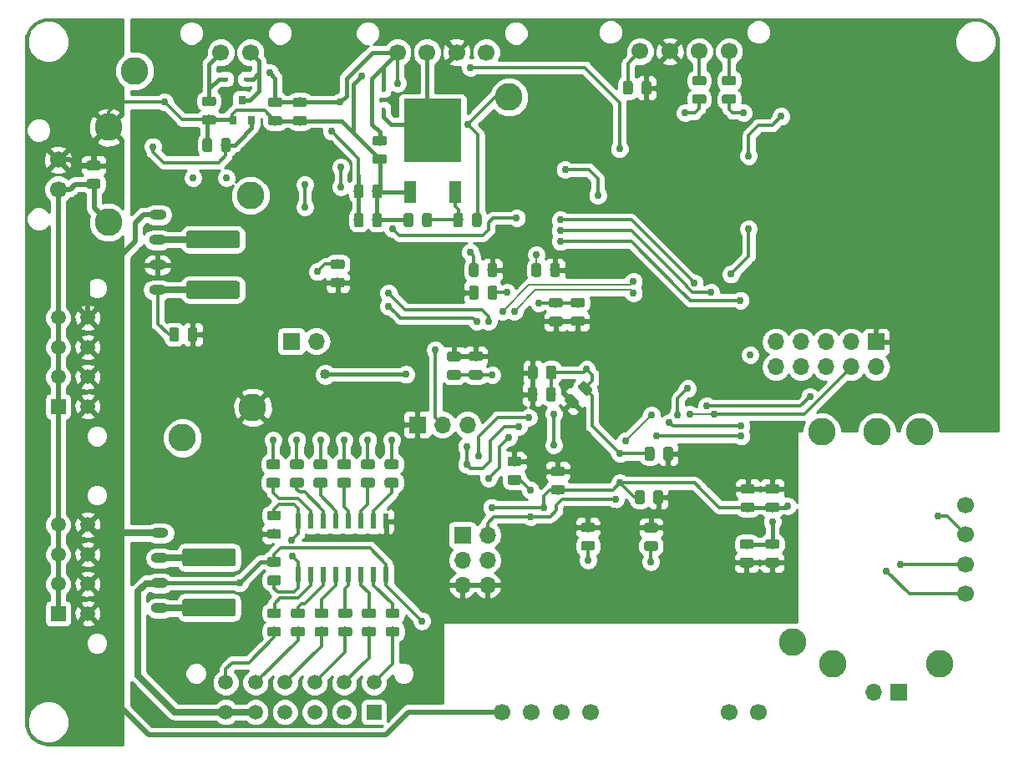
<source format=gbr>
%TF.GenerationSoftware,KiCad,Pcbnew,(5.0.0)*%
%TF.CreationDate,2019-02-02T21:10:16-06:00*%
%TF.ProjectId,BPSMaster,4250534D61737465722E6B696361645F,rev?*%
%TF.SameCoordinates,Original*%
%TF.FileFunction,Copper,L2,Bot,Signal*%
%TF.FilePolarity,Positive*%
%FSLAX46Y46*%
G04 Gerber Fmt 4.6, Leading zero omitted, Abs format (unit mm)*
G04 Created by KiCad (PCBNEW (5.0.0)) date 02/02/19 21:10:16*
%MOMM*%
%LPD*%
G01*
G04 APERTURE LIST*
%ADD10R,1.700000X1.700000*%
%ADD11O,1.700000X1.700000*%
%ADD12C,0.100000*%
%ADD13C,0.975000*%
%ADD14C,2.800000*%
%ADD15C,1.800000*%
%ADD16R,0.450000X0.600000*%
%ADD17R,0.600000X0.450000*%
%ADD18C,1.700000*%
%ADD19C,1.500000*%
%ADD20R,1.500000X1.500000*%
%ADD21R,1.200000X2.200000*%
%ADD22R,5.800000X6.400000*%
%ADD23R,0.800000X0.900000*%
%ADD24O,1.800000X1.000000*%
%ADD25R,0.600000X1.500000*%
%ADD26C,0.762000*%
%ADD27C,1.016000*%
%ADD28C,0.203200*%
%ADD29C,0.304800*%
%ADD30C,0.381000*%
%ADD31C,0.635000*%
%ADD32C,0.508000*%
%ADD33C,0.254000*%
G04 APERTURE END LIST*
D10*
X186918600Y-108452920D03*
D11*
X186918600Y-110992920D03*
X184378600Y-108452920D03*
X184378600Y-110992920D03*
X181838600Y-108452920D03*
X181838600Y-110992920D03*
X179298600Y-108452920D03*
X179298600Y-110992920D03*
X176758600Y-108452920D03*
X176758600Y-110992920D03*
D10*
X127629920Y-108402120D03*
D11*
X130169920Y-108402120D03*
D12*
G36*
X169480142Y-83351174D02*
X169503803Y-83354684D01*
X169527007Y-83360496D01*
X169549529Y-83368554D01*
X169571153Y-83378782D01*
X169591670Y-83391079D01*
X169610883Y-83405329D01*
X169628607Y-83421393D01*
X169644671Y-83439117D01*
X169658921Y-83458330D01*
X169671218Y-83478847D01*
X169681446Y-83500471D01*
X169689504Y-83522993D01*
X169695316Y-83546197D01*
X169698826Y-83569858D01*
X169700000Y-83593750D01*
X169700000Y-84081250D01*
X169698826Y-84105142D01*
X169695316Y-84128803D01*
X169689504Y-84152007D01*
X169681446Y-84174529D01*
X169671218Y-84196153D01*
X169658921Y-84216670D01*
X169644671Y-84235883D01*
X169628607Y-84253607D01*
X169610883Y-84269671D01*
X169591670Y-84283921D01*
X169571153Y-84296218D01*
X169549529Y-84306446D01*
X169527007Y-84314504D01*
X169503803Y-84320316D01*
X169480142Y-84323826D01*
X169456250Y-84325000D01*
X168543750Y-84325000D01*
X168519858Y-84323826D01*
X168496197Y-84320316D01*
X168472993Y-84314504D01*
X168450471Y-84306446D01*
X168428847Y-84296218D01*
X168408330Y-84283921D01*
X168389117Y-84269671D01*
X168371393Y-84253607D01*
X168355329Y-84235883D01*
X168341079Y-84216670D01*
X168328782Y-84196153D01*
X168318554Y-84174529D01*
X168310496Y-84152007D01*
X168304684Y-84128803D01*
X168301174Y-84105142D01*
X168300000Y-84081250D01*
X168300000Y-83593750D01*
X168301174Y-83569858D01*
X168304684Y-83546197D01*
X168310496Y-83522993D01*
X168318554Y-83500471D01*
X168328782Y-83478847D01*
X168341079Y-83458330D01*
X168355329Y-83439117D01*
X168371393Y-83421393D01*
X168389117Y-83405329D01*
X168408330Y-83391079D01*
X168428847Y-83378782D01*
X168450471Y-83368554D01*
X168472993Y-83360496D01*
X168496197Y-83354684D01*
X168519858Y-83351174D01*
X168543750Y-83350000D01*
X169456250Y-83350000D01*
X169480142Y-83351174D01*
X169480142Y-83351174D01*
G37*
D13*
X169000000Y-83837500D03*
D12*
G36*
X169480142Y-81476174D02*
X169503803Y-81479684D01*
X169527007Y-81485496D01*
X169549529Y-81493554D01*
X169571153Y-81503782D01*
X169591670Y-81516079D01*
X169610883Y-81530329D01*
X169628607Y-81546393D01*
X169644671Y-81564117D01*
X169658921Y-81583330D01*
X169671218Y-81603847D01*
X169681446Y-81625471D01*
X169689504Y-81647993D01*
X169695316Y-81671197D01*
X169698826Y-81694858D01*
X169700000Y-81718750D01*
X169700000Y-82206250D01*
X169698826Y-82230142D01*
X169695316Y-82253803D01*
X169689504Y-82277007D01*
X169681446Y-82299529D01*
X169671218Y-82321153D01*
X169658921Y-82341670D01*
X169644671Y-82360883D01*
X169628607Y-82378607D01*
X169610883Y-82394671D01*
X169591670Y-82408921D01*
X169571153Y-82421218D01*
X169549529Y-82431446D01*
X169527007Y-82439504D01*
X169503803Y-82445316D01*
X169480142Y-82448826D01*
X169456250Y-82450000D01*
X168543750Y-82450000D01*
X168519858Y-82448826D01*
X168496197Y-82445316D01*
X168472993Y-82439504D01*
X168450471Y-82431446D01*
X168428847Y-82421218D01*
X168408330Y-82408921D01*
X168389117Y-82394671D01*
X168371393Y-82378607D01*
X168355329Y-82360883D01*
X168341079Y-82341670D01*
X168328782Y-82321153D01*
X168318554Y-82299529D01*
X168310496Y-82277007D01*
X168304684Y-82253803D01*
X168301174Y-82230142D01*
X168300000Y-82206250D01*
X168300000Y-81718750D01*
X168301174Y-81694858D01*
X168304684Y-81671197D01*
X168310496Y-81647993D01*
X168318554Y-81625471D01*
X168328782Y-81603847D01*
X168341079Y-81583330D01*
X168355329Y-81564117D01*
X168371393Y-81546393D01*
X168389117Y-81530329D01*
X168408330Y-81516079D01*
X168428847Y-81503782D01*
X168450471Y-81493554D01*
X168472993Y-81485496D01*
X168496197Y-81479684D01*
X168519858Y-81476174D01*
X168543750Y-81475000D01*
X169456250Y-81475000D01*
X169480142Y-81476174D01*
X169480142Y-81476174D01*
G37*
D13*
X169000000Y-81962500D03*
D12*
G36*
X172480142Y-81476174D02*
X172503803Y-81479684D01*
X172527007Y-81485496D01*
X172549529Y-81493554D01*
X172571153Y-81503782D01*
X172591670Y-81516079D01*
X172610883Y-81530329D01*
X172628607Y-81546393D01*
X172644671Y-81564117D01*
X172658921Y-81583330D01*
X172671218Y-81603847D01*
X172681446Y-81625471D01*
X172689504Y-81647993D01*
X172695316Y-81671197D01*
X172698826Y-81694858D01*
X172700000Y-81718750D01*
X172700000Y-82206250D01*
X172698826Y-82230142D01*
X172695316Y-82253803D01*
X172689504Y-82277007D01*
X172681446Y-82299529D01*
X172671218Y-82321153D01*
X172658921Y-82341670D01*
X172644671Y-82360883D01*
X172628607Y-82378607D01*
X172610883Y-82394671D01*
X172591670Y-82408921D01*
X172571153Y-82421218D01*
X172549529Y-82431446D01*
X172527007Y-82439504D01*
X172503803Y-82445316D01*
X172480142Y-82448826D01*
X172456250Y-82450000D01*
X171543750Y-82450000D01*
X171519858Y-82448826D01*
X171496197Y-82445316D01*
X171472993Y-82439504D01*
X171450471Y-82431446D01*
X171428847Y-82421218D01*
X171408330Y-82408921D01*
X171389117Y-82394671D01*
X171371393Y-82378607D01*
X171355329Y-82360883D01*
X171341079Y-82341670D01*
X171328782Y-82321153D01*
X171318554Y-82299529D01*
X171310496Y-82277007D01*
X171304684Y-82253803D01*
X171301174Y-82230142D01*
X171300000Y-82206250D01*
X171300000Y-81718750D01*
X171301174Y-81694858D01*
X171304684Y-81671197D01*
X171310496Y-81647993D01*
X171318554Y-81625471D01*
X171328782Y-81603847D01*
X171341079Y-81583330D01*
X171355329Y-81564117D01*
X171371393Y-81546393D01*
X171389117Y-81530329D01*
X171408330Y-81516079D01*
X171428847Y-81503782D01*
X171450471Y-81493554D01*
X171472993Y-81485496D01*
X171496197Y-81479684D01*
X171519858Y-81476174D01*
X171543750Y-81475000D01*
X172456250Y-81475000D01*
X172480142Y-81476174D01*
X172480142Y-81476174D01*
G37*
D13*
X172000000Y-81962500D03*
D12*
G36*
X172480142Y-83351174D02*
X172503803Y-83354684D01*
X172527007Y-83360496D01*
X172549529Y-83368554D01*
X172571153Y-83378782D01*
X172591670Y-83391079D01*
X172610883Y-83405329D01*
X172628607Y-83421393D01*
X172644671Y-83439117D01*
X172658921Y-83458330D01*
X172671218Y-83478847D01*
X172681446Y-83500471D01*
X172689504Y-83522993D01*
X172695316Y-83546197D01*
X172698826Y-83569858D01*
X172700000Y-83593750D01*
X172700000Y-84081250D01*
X172698826Y-84105142D01*
X172695316Y-84128803D01*
X172689504Y-84152007D01*
X172681446Y-84174529D01*
X172671218Y-84196153D01*
X172658921Y-84216670D01*
X172644671Y-84235883D01*
X172628607Y-84253607D01*
X172610883Y-84269671D01*
X172591670Y-84283921D01*
X172571153Y-84296218D01*
X172549529Y-84306446D01*
X172527007Y-84314504D01*
X172503803Y-84320316D01*
X172480142Y-84323826D01*
X172456250Y-84325000D01*
X171543750Y-84325000D01*
X171519858Y-84323826D01*
X171496197Y-84320316D01*
X171472993Y-84314504D01*
X171450471Y-84306446D01*
X171428847Y-84296218D01*
X171408330Y-84283921D01*
X171389117Y-84269671D01*
X171371393Y-84253607D01*
X171355329Y-84235883D01*
X171341079Y-84216670D01*
X171328782Y-84196153D01*
X171318554Y-84174529D01*
X171310496Y-84152007D01*
X171304684Y-84128803D01*
X171301174Y-84105142D01*
X171300000Y-84081250D01*
X171300000Y-83593750D01*
X171301174Y-83569858D01*
X171304684Y-83546197D01*
X171310496Y-83522993D01*
X171318554Y-83500471D01*
X171328782Y-83478847D01*
X171341079Y-83458330D01*
X171355329Y-83439117D01*
X171371393Y-83421393D01*
X171389117Y-83405329D01*
X171408330Y-83391079D01*
X171428847Y-83378782D01*
X171450471Y-83368554D01*
X171472993Y-83360496D01*
X171496197Y-83354684D01*
X171519858Y-83351174D01*
X171543750Y-83350000D01*
X172456250Y-83350000D01*
X172480142Y-83351174D01*
X172480142Y-83351174D01*
G37*
D13*
X172000000Y-83837500D03*
D14*
X149700000Y-83650000D03*
X111760000Y-80970000D03*
X109100000Y-86700000D03*
X109100000Y-96350000D03*
D12*
G36*
X144599827Y-109445611D02*
X144623488Y-109449121D01*
X144646692Y-109454933D01*
X144669214Y-109462991D01*
X144690838Y-109473219D01*
X144711355Y-109485516D01*
X144730568Y-109499766D01*
X144748292Y-109515830D01*
X144764356Y-109533554D01*
X144778606Y-109552767D01*
X144790903Y-109573284D01*
X144801131Y-109594908D01*
X144809189Y-109617430D01*
X144815001Y-109640634D01*
X144818511Y-109664295D01*
X144819685Y-109688187D01*
X144819685Y-110175687D01*
X144818511Y-110199579D01*
X144815001Y-110223240D01*
X144809189Y-110246444D01*
X144801131Y-110268966D01*
X144790903Y-110290590D01*
X144778606Y-110311107D01*
X144764356Y-110330320D01*
X144748292Y-110348044D01*
X144730568Y-110364108D01*
X144711355Y-110378358D01*
X144690838Y-110390655D01*
X144669214Y-110400883D01*
X144646692Y-110408941D01*
X144623488Y-110414753D01*
X144599827Y-110418263D01*
X144575935Y-110419437D01*
X143663435Y-110419437D01*
X143639543Y-110418263D01*
X143615882Y-110414753D01*
X143592678Y-110408941D01*
X143570156Y-110400883D01*
X143548532Y-110390655D01*
X143528015Y-110378358D01*
X143508802Y-110364108D01*
X143491078Y-110348044D01*
X143475014Y-110330320D01*
X143460764Y-110311107D01*
X143448467Y-110290590D01*
X143438239Y-110268966D01*
X143430181Y-110246444D01*
X143424369Y-110223240D01*
X143420859Y-110199579D01*
X143419685Y-110175687D01*
X143419685Y-109688187D01*
X143420859Y-109664295D01*
X143424369Y-109640634D01*
X143430181Y-109617430D01*
X143438239Y-109594908D01*
X143448467Y-109573284D01*
X143460764Y-109552767D01*
X143475014Y-109533554D01*
X143491078Y-109515830D01*
X143508802Y-109499766D01*
X143528015Y-109485516D01*
X143548532Y-109473219D01*
X143570156Y-109462991D01*
X143592678Y-109454933D01*
X143615882Y-109449121D01*
X143639543Y-109445611D01*
X143663435Y-109444437D01*
X144575935Y-109444437D01*
X144599827Y-109445611D01*
X144599827Y-109445611D01*
G37*
D13*
X144119685Y-109931937D03*
D12*
G36*
X144599827Y-111320613D02*
X144623488Y-111324123D01*
X144646692Y-111329935D01*
X144669214Y-111337993D01*
X144690838Y-111348221D01*
X144711355Y-111360518D01*
X144730568Y-111374768D01*
X144748292Y-111390832D01*
X144764356Y-111408556D01*
X144778606Y-111427769D01*
X144790903Y-111448286D01*
X144801131Y-111469910D01*
X144809189Y-111492432D01*
X144815001Y-111515636D01*
X144818511Y-111539297D01*
X144819685Y-111563189D01*
X144819685Y-112050689D01*
X144818511Y-112074581D01*
X144815001Y-112098242D01*
X144809189Y-112121446D01*
X144801131Y-112143968D01*
X144790903Y-112165592D01*
X144778606Y-112186109D01*
X144764356Y-112205322D01*
X144748292Y-112223046D01*
X144730568Y-112239110D01*
X144711355Y-112253360D01*
X144690838Y-112265657D01*
X144669214Y-112275885D01*
X144646692Y-112283943D01*
X144623488Y-112289755D01*
X144599827Y-112293265D01*
X144575935Y-112294439D01*
X143663435Y-112294439D01*
X143639543Y-112293265D01*
X143615882Y-112289755D01*
X143592678Y-112283943D01*
X143570156Y-112275885D01*
X143548532Y-112265657D01*
X143528015Y-112253360D01*
X143508802Y-112239110D01*
X143491078Y-112223046D01*
X143475014Y-112205322D01*
X143460764Y-112186109D01*
X143448467Y-112165592D01*
X143438239Y-112143968D01*
X143430181Y-112121446D01*
X143424369Y-112098242D01*
X143420859Y-112074581D01*
X143419685Y-112050689D01*
X143419685Y-111563189D01*
X143420859Y-111539297D01*
X143424369Y-111515636D01*
X143430181Y-111492432D01*
X143438239Y-111469910D01*
X143448467Y-111448286D01*
X143460764Y-111427769D01*
X143475014Y-111408556D01*
X143491078Y-111390832D01*
X143508802Y-111374768D01*
X143528015Y-111360518D01*
X143548532Y-111348221D01*
X143570156Y-111337993D01*
X143592678Y-111329935D01*
X143615882Y-111324123D01*
X143639543Y-111320613D01*
X143663435Y-111319439D01*
X144575935Y-111319439D01*
X144599827Y-111320613D01*
X144599827Y-111320613D01*
G37*
D13*
X144119685Y-111806939D03*
D12*
G36*
X157286545Y-112429536D02*
X157310206Y-112433046D01*
X157333410Y-112438858D01*
X157355932Y-112446916D01*
X157377556Y-112457144D01*
X157398073Y-112469441D01*
X157417286Y-112483691D01*
X157435010Y-112499755D01*
X158080245Y-113144990D01*
X158096309Y-113162714D01*
X158110559Y-113181927D01*
X158122856Y-113202444D01*
X158133084Y-113224068D01*
X158141142Y-113246590D01*
X158146954Y-113269794D01*
X158150464Y-113293455D01*
X158151638Y-113317347D01*
X158150464Y-113341239D01*
X158146954Y-113364900D01*
X158141142Y-113388104D01*
X158133084Y-113410626D01*
X158122856Y-113432250D01*
X158110559Y-113452767D01*
X158096309Y-113471980D01*
X158080245Y-113489704D01*
X157735530Y-113834419D01*
X157717806Y-113850483D01*
X157698593Y-113864733D01*
X157678076Y-113877030D01*
X157656452Y-113887258D01*
X157633930Y-113895316D01*
X157610726Y-113901128D01*
X157587065Y-113904638D01*
X157563173Y-113905812D01*
X157539281Y-113904638D01*
X157515620Y-113901128D01*
X157492416Y-113895316D01*
X157469894Y-113887258D01*
X157448270Y-113877030D01*
X157427753Y-113864733D01*
X157408540Y-113850483D01*
X157390816Y-113834419D01*
X156745581Y-113189184D01*
X156729517Y-113171460D01*
X156715267Y-113152247D01*
X156702970Y-113131730D01*
X156692742Y-113110106D01*
X156684684Y-113087584D01*
X156678872Y-113064380D01*
X156675362Y-113040719D01*
X156674188Y-113016827D01*
X156675362Y-112992935D01*
X156678872Y-112969274D01*
X156684684Y-112946070D01*
X156692742Y-112923548D01*
X156702970Y-112901924D01*
X156715267Y-112881407D01*
X156729517Y-112862194D01*
X156745581Y-112844470D01*
X157090296Y-112499755D01*
X157108020Y-112483691D01*
X157127233Y-112469441D01*
X157147750Y-112457144D01*
X157169374Y-112446916D01*
X157191896Y-112438858D01*
X157215100Y-112433046D01*
X157238761Y-112429536D01*
X157262653Y-112428362D01*
X157286545Y-112429536D01*
X157286545Y-112429536D01*
G37*
D13*
X157412913Y-113167087D03*
D12*
G36*
X155960719Y-113755362D02*
X155984380Y-113758872D01*
X156007584Y-113764684D01*
X156030106Y-113772742D01*
X156051730Y-113782970D01*
X156072247Y-113795267D01*
X156091460Y-113809517D01*
X156109184Y-113825581D01*
X156754419Y-114470816D01*
X156770483Y-114488540D01*
X156784733Y-114507753D01*
X156797030Y-114528270D01*
X156807258Y-114549894D01*
X156815316Y-114572416D01*
X156821128Y-114595620D01*
X156824638Y-114619281D01*
X156825812Y-114643173D01*
X156824638Y-114667065D01*
X156821128Y-114690726D01*
X156815316Y-114713930D01*
X156807258Y-114736452D01*
X156797030Y-114758076D01*
X156784733Y-114778593D01*
X156770483Y-114797806D01*
X156754419Y-114815530D01*
X156409704Y-115160245D01*
X156391980Y-115176309D01*
X156372767Y-115190559D01*
X156352250Y-115202856D01*
X156330626Y-115213084D01*
X156308104Y-115221142D01*
X156284900Y-115226954D01*
X156261239Y-115230464D01*
X156237347Y-115231638D01*
X156213455Y-115230464D01*
X156189794Y-115226954D01*
X156166590Y-115221142D01*
X156144068Y-115213084D01*
X156122444Y-115202856D01*
X156101927Y-115190559D01*
X156082714Y-115176309D01*
X156064990Y-115160245D01*
X155419755Y-114515010D01*
X155403691Y-114497286D01*
X155389441Y-114478073D01*
X155377144Y-114457556D01*
X155366916Y-114435932D01*
X155358858Y-114413410D01*
X155353046Y-114390206D01*
X155349536Y-114366545D01*
X155348362Y-114342653D01*
X155349536Y-114318761D01*
X155353046Y-114295100D01*
X155358858Y-114271896D01*
X155366916Y-114249374D01*
X155377144Y-114227750D01*
X155389441Y-114207233D01*
X155403691Y-114188020D01*
X155419755Y-114170296D01*
X155764470Y-113825581D01*
X155782194Y-113809517D01*
X155801407Y-113795267D01*
X155821924Y-113782970D01*
X155843548Y-113772742D01*
X155866070Y-113764684D01*
X155889274Y-113758872D01*
X155912935Y-113755362D01*
X155936827Y-113754188D01*
X155960719Y-113755362D01*
X155960719Y-113755362D01*
G37*
D13*
X156087087Y-114492913D03*
D12*
G36*
X154623282Y-100466156D02*
X154646943Y-100469666D01*
X154670147Y-100475478D01*
X154692669Y-100483536D01*
X154714293Y-100493764D01*
X154734810Y-100506061D01*
X154754023Y-100520311D01*
X154771747Y-100536375D01*
X154787811Y-100554099D01*
X154802061Y-100573312D01*
X154814358Y-100593829D01*
X154824586Y-100615453D01*
X154832644Y-100637975D01*
X154838456Y-100661179D01*
X154841966Y-100684840D01*
X154843140Y-100708732D01*
X154843140Y-101621232D01*
X154841966Y-101645124D01*
X154838456Y-101668785D01*
X154832644Y-101691989D01*
X154824586Y-101714511D01*
X154814358Y-101736135D01*
X154802061Y-101756652D01*
X154787811Y-101775865D01*
X154771747Y-101793589D01*
X154754023Y-101809653D01*
X154734810Y-101823903D01*
X154714293Y-101836200D01*
X154692669Y-101846428D01*
X154670147Y-101854486D01*
X154646943Y-101860298D01*
X154623282Y-101863808D01*
X154599390Y-101864982D01*
X154111890Y-101864982D01*
X154087998Y-101863808D01*
X154064337Y-101860298D01*
X154041133Y-101854486D01*
X154018611Y-101846428D01*
X153996987Y-101836200D01*
X153976470Y-101823903D01*
X153957257Y-101809653D01*
X153939533Y-101793589D01*
X153923469Y-101775865D01*
X153909219Y-101756652D01*
X153896922Y-101736135D01*
X153886694Y-101714511D01*
X153878636Y-101691989D01*
X153872824Y-101668785D01*
X153869314Y-101645124D01*
X153868140Y-101621232D01*
X153868140Y-100708732D01*
X153869314Y-100684840D01*
X153872824Y-100661179D01*
X153878636Y-100637975D01*
X153886694Y-100615453D01*
X153896922Y-100593829D01*
X153909219Y-100573312D01*
X153923469Y-100554099D01*
X153939533Y-100536375D01*
X153957257Y-100520311D01*
X153976470Y-100506061D01*
X153996987Y-100493764D01*
X154018611Y-100483536D01*
X154041133Y-100475478D01*
X154064337Y-100469666D01*
X154087998Y-100466156D01*
X154111890Y-100464982D01*
X154599390Y-100464982D01*
X154623282Y-100466156D01*
X154623282Y-100466156D01*
G37*
D13*
X154355640Y-101164982D03*
D12*
G36*
X152748280Y-100466156D02*
X152771941Y-100469666D01*
X152795145Y-100475478D01*
X152817667Y-100483536D01*
X152839291Y-100493764D01*
X152859808Y-100506061D01*
X152879021Y-100520311D01*
X152896745Y-100536375D01*
X152912809Y-100554099D01*
X152927059Y-100573312D01*
X152939356Y-100593829D01*
X152949584Y-100615453D01*
X152957642Y-100637975D01*
X152963454Y-100661179D01*
X152966964Y-100684840D01*
X152968138Y-100708732D01*
X152968138Y-101621232D01*
X152966964Y-101645124D01*
X152963454Y-101668785D01*
X152957642Y-101691989D01*
X152949584Y-101714511D01*
X152939356Y-101736135D01*
X152927059Y-101756652D01*
X152912809Y-101775865D01*
X152896745Y-101793589D01*
X152879021Y-101809653D01*
X152859808Y-101823903D01*
X152839291Y-101836200D01*
X152817667Y-101846428D01*
X152795145Y-101854486D01*
X152771941Y-101860298D01*
X152748280Y-101863808D01*
X152724388Y-101864982D01*
X152236888Y-101864982D01*
X152212996Y-101863808D01*
X152189335Y-101860298D01*
X152166131Y-101854486D01*
X152143609Y-101846428D01*
X152121985Y-101836200D01*
X152101468Y-101823903D01*
X152082255Y-101809653D01*
X152064531Y-101793589D01*
X152048467Y-101775865D01*
X152034217Y-101756652D01*
X152021920Y-101736135D01*
X152011692Y-101714511D01*
X152003634Y-101691989D01*
X151997822Y-101668785D01*
X151994312Y-101645124D01*
X151993138Y-101621232D01*
X151993138Y-100708732D01*
X151994312Y-100684840D01*
X151997822Y-100661179D01*
X152003634Y-100637975D01*
X152011692Y-100615453D01*
X152021920Y-100593829D01*
X152034217Y-100573312D01*
X152048467Y-100554099D01*
X152064531Y-100536375D01*
X152082255Y-100520311D01*
X152101468Y-100506061D01*
X152121985Y-100493764D01*
X152143609Y-100483536D01*
X152166131Y-100475478D01*
X152189335Y-100469666D01*
X152212996Y-100466156D01*
X152236888Y-100464982D01*
X152724388Y-100464982D01*
X152748280Y-100466156D01*
X152748280Y-100466156D01*
G37*
D13*
X152480638Y-101164982D03*
D12*
G36*
X146402581Y-100466156D02*
X146426242Y-100469666D01*
X146449446Y-100475478D01*
X146471968Y-100483536D01*
X146493592Y-100493764D01*
X146514109Y-100506061D01*
X146533322Y-100520311D01*
X146551046Y-100536375D01*
X146567110Y-100554099D01*
X146581360Y-100573312D01*
X146593657Y-100593829D01*
X146603885Y-100615453D01*
X146611943Y-100637975D01*
X146617755Y-100661179D01*
X146621265Y-100684840D01*
X146622439Y-100708732D01*
X146622439Y-101621232D01*
X146621265Y-101645124D01*
X146617755Y-101668785D01*
X146611943Y-101691989D01*
X146603885Y-101714511D01*
X146593657Y-101736135D01*
X146581360Y-101756652D01*
X146567110Y-101775865D01*
X146551046Y-101793589D01*
X146533322Y-101809653D01*
X146514109Y-101823903D01*
X146493592Y-101836200D01*
X146471968Y-101846428D01*
X146449446Y-101854486D01*
X146426242Y-101860298D01*
X146402581Y-101863808D01*
X146378689Y-101864982D01*
X145891189Y-101864982D01*
X145867297Y-101863808D01*
X145843636Y-101860298D01*
X145820432Y-101854486D01*
X145797910Y-101846428D01*
X145776286Y-101836200D01*
X145755769Y-101823903D01*
X145736556Y-101809653D01*
X145718832Y-101793589D01*
X145702768Y-101775865D01*
X145688518Y-101756652D01*
X145676221Y-101736135D01*
X145665993Y-101714511D01*
X145657935Y-101691989D01*
X145652123Y-101668785D01*
X145648613Y-101645124D01*
X145647439Y-101621232D01*
X145647439Y-100708732D01*
X145648613Y-100684840D01*
X145652123Y-100661179D01*
X145657935Y-100637975D01*
X145665993Y-100615453D01*
X145676221Y-100593829D01*
X145688518Y-100573312D01*
X145702768Y-100554099D01*
X145718832Y-100536375D01*
X145736556Y-100520311D01*
X145755769Y-100506061D01*
X145776286Y-100493764D01*
X145797910Y-100483536D01*
X145820432Y-100475478D01*
X145843636Y-100469666D01*
X145867297Y-100466156D01*
X145891189Y-100464982D01*
X146378689Y-100464982D01*
X146402581Y-100466156D01*
X146402581Y-100466156D01*
G37*
D13*
X146134939Y-101164982D03*
D12*
G36*
X148277583Y-100466156D02*
X148301244Y-100469666D01*
X148324448Y-100475478D01*
X148346970Y-100483536D01*
X148368594Y-100493764D01*
X148389111Y-100506061D01*
X148408324Y-100520311D01*
X148426048Y-100536375D01*
X148442112Y-100554099D01*
X148456362Y-100573312D01*
X148468659Y-100593829D01*
X148478887Y-100615453D01*
X148486945Y-100637975D01*
X148492757Y-100661179D01*
X148496267Y-100684840D01*
X148497441Y-100708732D01*
X148497441Y-101621232D01*
X148496267Y-101645124D01*
X148492757Y-101668785D01*
X148486945Y-101691989D01*
X148478887Y-101714511D01*
X148468659Y-101736135D01*
X148456362Y-101756652D01*
X148442112Y-101775865D01*
X148426048Y-101793589D01*
X148408324Y-101809653D01*
X148389111Y-101823903D01*
X148368594Y-101836200D01*
X148346970Y-101846428D01*
X148324448Y-101854486D01*
X148301244Y-101860298D01*
X148277583Y-101863808D01*
X148253691Y-101864982D01*
X147766191Y-101864982D01*
X147742299Y-101863808D01*
X147718638Y-101860298D01*
X147695434Y-101854486D01*
X147672912Y-101846428D01*
X147651288Y-101836200D01*
X147630771Y-101823903D01*
X147611558Y-101809653D01*
X147593834Y-101793589D01*
X147577770Y-101775865D01*
X147563520Y-101756652D01*
X147551223Y-101736135D01*
X147540995Y-101714511D01*
X147532937Y-101691989D01*
X147527125Y-101668785D01*
X147523615Y-101645124D01*
X147522441Y-101621232D01*
X147522441Y-100708732D01*
X147523615Y-100684840D01*
X147527125Y-100661179D01*
X147532937Y-100637975D01*
X147540995Y-100615453D01*
X147551223Y-100593829D01*
X147563520Y-100573312D01*
X147577770Y-100554099D01*
X147593834Y-100536375D01*
X147611558Y-100520311D01*
X147630771Y-100506061D01*
X147651288Y-100493764D01*
X147672912Y-100483536D01*
X147695434Y-100475478D01*
X147718638Y-100469666D01*
X147742299Y-100466156D01*
X147766191Y-100464982D01*
X148253691Y-100464982D01*
X148277583Y-100466156D01*
X148277583Y-100466156D01*
G37*
D13*
X148009941Y-101164982D03*
D12*
G36*
X152376465Y-110860626D02*
X152400126Y-110864136D01*
X152423330Y-110869948D01*
X152445852Y-110878006D01*
X152467476Y-110888234D01*
X152487993Y-110900531D01*
X152507206Y-110914781D01*
X152524930Y-110930845D01*
X152540994Y-110948569D01*
X152555244Y-110967782D01*
X152567541Y-110988299D01*
X152577769Y-111009923D01*
X152585827Y-111032445D01*
X152591639Y-111055649D01*
X152595149Y-111079310D01*
X152596323Y-111103202D01*
X152596323Y-112015702D01*
X152595149Y-112039594D01*
X152591639Y-112063255D01*
X152585827Y-112086459D01*
X152577769Y-112108981D01*
X152567541Y-112130605D01*
X152555244Y-112151122D01*
X152540994Y-112170335D01*
X152524930Y-112188059D01*
X152507206Y-112204123D01*
X152487993Y-112218373D01*
X152467476Y-112230670D01*
X152445852Y-112240898D01*
X152423330Y-112248956D01*
X152400126Y-112254768D01*
X152376465Y-112258278D01*
X152352573Y-112259452D01*
X151865073Y-112259452D01*
X151841181Y-112258278D01*
X151817520Y-112254768D01*
X151794316Y-112248956D01*
X151771794Y-112240898D01*
X151750170Y-112230670D01*
X151729653Y-112218373D01*
X151710440Y-112204123D01*
X151692716Y-112188059D01*
X151676652Y-112170335D01*
X151662402Y-112151122D01*
X151650105Y-112130605D01*
X151639877Y-112108981D01*
X151631819Y-112086459D01*
X151626007Y-112063255D01*
X151622497Y-112039594D01*
X151621323Y-112015702D01*
X151621323Y-111103202D01*
X151622497Y-111079310D01*
X151626007Y-111055649D01*
X151631819Y-111032445D01*
X151639877Y-111009923D01*
X151650105Y-110988299D01*
X151662402Y-110967782D01*
X151676652Y-110948569D01*
X151692716Y-110930845D01*
X151710440Y-110914781D01*
X151729653Y-110900531D01*
X151750170Y-110888234D01*
X151771794Y-110878006D01*
X151794316Y-110869948D01*
X151817520Y-110864136D01*
X151841181Y-110860626D01*
X151865073Y-110859452D01*
X152352573Y-110859452D01*
X152376465Y-110860626D01*
X152376465Y-110860626D01*
G37*
D13*
X152108823Y-111559452D03*
D12*
G36*
X154251467Y-110860626D02*
X154275128Y-110864136D01*
X154298332Y-110869948D01*
X154320854Y-110878006D01*
X154342478Y-110888234D01*
X154362995Y-110900531D01*
X154382208Y-110914781D01*
X154399932Y-110930845D01*
X154415996Y-110948569D01*
X154430246Y-110967782D01*
X154442543Y-110988299D01*
X154452771Y-111009923D01*
X154460829Y-111032445D01*
X154466641Y-111055649D01*
X154470151Y-111079310D01*
X154471325Y-111103202D01*
X154471325Y-112015702D01*
X154470151Y-112039594D01*
X154466641Y-112063255D01*
X154460829Y-112086459D01*
X154452771Y-112108981D01*
X154442543Y-112130605D01*
X154430246Y-112151122D01*
X154415996Y-112170335D01*
X154399932Y-112188059D01*
X154382208Y-112204123D01*
X154362995Y-112218373D01*
X154342478Y-112230670D01*
X154320854Y-112240898D01*
X154298332Y-112248956D01*
X154275128Y-112254768D01*
X154251467Y-112258278D01*
X154227575Y-112259452D01*
X153740075Y-112259452D01*
X153716183Y-112258278D01*
X153692522Y-112254768D01*
X153669318Y-112248956D01*
X153646796Y-112240898D01*
X153625172Y-112230670D01*
X153604655Y-112218373D01*
X153585442Y-112204123D01*
X153567718Y-112188059D01*
X153551654Y-112170335D01*
X153537404Y-112151122D01*
X153525107Y-112130605D01*
X153514879Y-112108981D01*
X153506821Y-112086459D01*
X153501009Y-112063255D01*
X153497499Y-112039594D01*
X153496325Y-112015702D01*
X153496325Y-111103202D01*
X153497499Y-111079310D01*
X153501009Y-111055649D01*
X153506821Y-111032445D01*
X153514879Y-111009923D01*
X153525107Y-110988299D01*
X153537404Y-110967782D01*
X153551654Y-110948569D01*
X153567718Y-110930845D01*
X153585442Y-110914781D01*
X153604655Y-110900531D01*
X153625172Y-110888234D01*
X153646796Y-110878006D01*
X153669318Y-110869948D01*
X153692522Y-110864136D01*
X153716183Y-110860626D01*
X153740075Y-110859452D01*
X154227575Y-110859452D01*
X154251467Y-110860626D01*
X154251467Y-110860626D01*
G37*
D13*
X153983825Y-111559452D03*
D12*
G36*
X146827214Y-111303520D02*
X146850875Y-111307030D01*
X146874079Y-111312842D01*
X146896601Y-111320900D01*
X146918225Y-111331128D01*
X146938742Y-111343425D01*
X146957955Y-111357675D01*
X146975679Y-111373739D01*
X146991743Y-111391463D01*
X147005993Y-111410676D01*
X147018290Y-111431193D01*
X147028518Y-111452817D01*
X147036576Y-111475339D01*
X147042388Y-111498543D01*
X147045898Y-111522204D01*
X147047072Y-111546096D01*
X147047072Y-112033596D01*
X147045898Y-112057488D01*
X147042388Y-112081149D01*
X147036576Y-112104353D01*
X147028518Y-112126875D01*
X147018290Y-112148499D01*
X147005993Y-112169016D01*
X146991743Y-112188229D01*
X146975679Y-112205953D01*
X146957955Y-112222017D01*
X146938742Y-112236267D01*
X146918225Y-112248564D01*
X146896601Y-112258792D01*
X146874079Y-112266850D01*
X146850875Y-112272662D01*
X146827214Y-112276172D01*
X146803322Y-112277346D01*
X145890822Y-112277346D01*
X145866930Y-112276172D01*
X145843269Y-112272662D01*
X145820065Y-112266850D01*
X145797543Y-112258792D01*
X145775919Y-112248564D01*
X145755402Y-112236267D01*
X145736189Y-112222017D01*
X145718465Y-112205953D01*
X145702401Y-112188229D01*
X145688151Y-112169016D01*
X145675854Y-112148499D01*
X145665626Y-112126875D01*
X145657568Y-112104353D01*
X145651756Y-112081149D01*
X145648246Y-112057488D01*
X145647072Y-112033596D01*
X145647072Y-111546096D01*
X145648246Y-111522204D01*
X145651756Y-111498543D01*
X145657568Y-111475339D01*
X145665626Y-111452817D01*
X145675854Y-111431193D01*
X145688151Y-111410676D01*
X145702401Y-111391463D01*
X145718465Y-111373739D01*
X145736189Y-111357675D01*
X145755402Y-111343425D01*
X145775919Y-111331128D01*
X145797543Y-111320900D01*
X145820065Y-111312842D01*
X145843269Y-111307030D01*
X145866930Y-111303520D01*
X145890822Y-111302346D01*
X146803322Y-111302346D01*
X146827214Y-111303520D01*
X146827214Y-111303520D01*
G37*
D13*
X146347072Y-111789846D03*
D12*
G36*
X146827214Y-109428518D02*
X146850875Y-109432028D01*
X146874079Y-109437840D01*
X146896601Y-109445898D01*
X146918225Y-109456126D01*
X146938742Y-109468423D01*
X146957955Y-109482673D01*
X146975679Y-109498737D01*
X146991743Y-109516461D01*
X147005993Y-109535674D01*
X147018290Y-109556191D01*
X147028518Y-109577815D01*
X147036576Y-109600337D01*
X147042388Y-109623541D01*
X147045898Y-109647202D01*
X147047072Y-109671094D01*
X147047072Y-110158594D01*
X147045898Y-110182486D01*
X147042388Y-110206147D01*
X147036576Y-110229351D01*
X147028518Y-110251873D01*
X147018290Y-110273497D01*
X147005993Y-110294014D01*
X146991743Y-110313227D01*
X146975679Y-110330951D01*
X146957955Y-110347015D01*
X146938742Y-110361265D01*
X146918225Y-110373562D01*
X146896601Y-110383790D01*
X146874079Y-110391848D01*
X146850875Y-110397660D01*
X146827214Y-110401170D01*
X146803322Y-110402344D01*
X145890822Y-110402344D01*
X145866930Y-110401170D01*
X145843269Y-110397660D01*
X145820065Y-110391848D01*
X145797543Y-110383790D01*
X145775919Y-110373562D01*
X145755402Y-110361265D01*
X145736189Y-110347015D01*
X145718465Y-110330951D01*
X145702401Y-110313227D01*
X145688151Y-110294014D01*
X145675854Y-110273497D01*
X145665626Y-110251873D01*
X145657568Y-110229351D01*
X145651756Y-110206147D01*
X145648246Y-110182486D01*
X145647072Y-110158594D01*
X145647072Y-109671094D01*
X145648246Y-109647202D01*
X145651756Y-109623541D01*
X145657568Y-109600337D01*
X145665626Y-109577815D01*
X145675854Y-109556191D01*
X145688151Y-109535674D01*
X145702401Y-109516461D01*
X145718465Y-109498737D01*
X145736189Y-109482673D01*
X145755402Y-109468423D01*
X145775919Y-109456126D01*
X145797543Y-109445898D01*
X145820065Y-109437840D01*
X145843269Y-109432028D01*
X145866930Y-109428518D01*
X145890822Y-109427344D01*
X146803322Y-109427344D01*
X146827214Y-109428518D01*
X146827214Y-109428518D01*
G37*
D13*
X146347072Y-109914844D03*
D12*
G36*
X152359372Y-113088012D02*
X152383033Y-113091522D01*
X152406237Y-113097334D01*
X152428759Y-113105392D01*
X152450383Y-113115620D01*
X152470900Y-113127917D01*
X152490113Y-113142167D01*
X152507837Y-113158231D01*
X152523901Y-113175955D01*
X152538151Y-113195168D01*
X152550448Y-113215685D01*
X152560676Y-113237309D01*
X152568734Y-113259831D01*
X152574546Y-113283035D01*
X152578056Y-113306696D01*
X152579230Y-113330588D01*
X152579230Y-114243088D01*
X152578056Y-114266980D01*
X152574546Y-114290641D01*
X152568734Y-114313845D01*
X152560676Y-114336367D01*
X152550448Y-114357991D01*
X152538151Y-114378508D01*
X152523901Y-114397721D01*
X152507837Y-114415445D01*
X152490113Y-114431509D01*
X152470900Y-114445759D01*
X152450383Y-114458056D01*
X152428759Y-114468284D01*
X152406237Y-114476342D01*
X152383033Y-114482154D01*
X152359372Y-114485664D01*
X152335480Y-114486838D01*
X151847980Y-114486838D01*
X151824088Y-114485664D01*
X151800427Y-114482154D01*
X151777223Y-114476342D01*
X151754701Y-114468284D01*
X151733077Y-114458056D01*
X151712560Y-114445759D01*
X151693347Y-114431509D01*
X151675623Y-114415445D01*
X151659559Y-114397721D01*
X151645309Y-114378508D01*
X151633012Y-114357991D01*
X151622784Y-114336367D01*
X151614726Y-114313845D01*
X151608914Y-114290641D01*
X151605404Y-114266980D01*
X151604230Y-114243088D01*
X151604230Y-113330588D01*
X151605404Y-113306696D01*
X151608914Y-113283035D01*
X151614726Y-113259831D01*
X151622784Y-113237309D01*
X151633012Y-113215685D01*
X151645309Y-113195168D01*
X151659559Y-113175955D01*
X151675623Y-113158231D01*
X151693347Y-113142167D01*
X151712560Y-113127917D01*
X151733077Y-113115620D01*
X151754701Y-113105392D01*
X151777223Y-113097334D01*
X151800427Y-113091522D01*
X151824088Y-113088012D01*
X151847980Y-113086838D01*
X152335480Y-113086838D01*
X152359372Y-113088012D01*
X152359372Y-113088012D01*
G37*
D13*
X152091730Y-113786838D03*
D12*
G36*
X154234374Y-113088012D02*
X154258035Y-113091522D01*
X154281239Y-113097334D01*
X154303761Y-113105392D01*
X154325385Y-113115620D01*
X154345902Y-113127917D01*
X154365115Y-113142167D01*
X154382839Y-113158231D01*
X154398903Y-113175955D01*
X154413153Y-113195168D01*
X154425450Y-113215685D01*
X154435678Y-113237309D01*
X154443736Y-113259831D01*
X154449548Y-113283035D01*
X154453058Y-113306696D01*
X154454232Y-113330588D01*
X154454232Y-114243088D01*
X154453058Y-114266980D01*
X154449548Y-114290641D01*
X154443736Y-114313845D01*
X154435678Y-114336367D01*
X154425450Y-114357991D01*
X154413153Y-114378508D01*
X154398903Y-114397721D01*
X154382839Y-114415445D01*
X154365115Y-114431509D01*
X154345902Y-114445759D01*
X154325385Y-114458056D01*
X154303761Y-114468284D01*
X154281239Y-114476342D01*
X154258035Y-114482154D01*
X154234374Y-114485664D01*
X154210482Y-114486838D01*
X153722982Y-114486838D01*
X153699090Y-114485664D01*
X153675429Y-114482154D01*
X153652225Y-114476342D01*
X153629703Y-114468284D01*
X153608079Y-114458056D01*
X153587562Y-114445759D01*
X153568349Y-114431509D01*
X153550625Y-114415445D01*
X153534561Y-114397721D01*
X153520311Y-114378508D01*
X153508014Y-114357991D01*
X153497786Y-114336367D01*
X153489728Y-114313845D01*
X153483916Y-114290641D01*
X153480406Y-114266980D01*
X153479232Y-114243088D01*
X153479232Y-113330588D01*
X153480406Y-113306696D01*
X153483916Y-113283035D01*
X153489728Y-113259831D01*
X153497786Y-113237309D01*
X153508014Y-113215685D01*
X153520311Y-113195168D01*
X153534561Y-113175955D01*
X153550625Y-113158231D01*
X153568349Y-113142167D01*
X153587562Y-113127917D01*
X153608079Y-113115620D01*
X153629703Y-113105392D01*
X153652225Y-113097334D01*
X153675429Y-113091522D01*
X153699090Y-113088012D01*
X153722982Y-113086838D01*
X154210482Y-113086838D01*
X154234374Y-113088012D01*
X154234374Y-113088012D01*
G37*
D13*
X153966732Y-113786838D03*
D12*
G36*
X148294677Y-102764253D02*
X148318338Y-102767763D01*
X148341542Y-102773575D01*
X148364064Y-102781633D01*
X148385688Y-102791861D01*
X148406205Y-102804158D01*
X148425418Y-102818408D01*
X148443142Y-102834472D01*
X148459206Y-102852196D01*
X148473456Y-102871409D01*
X148485753Y-102891926D01*
X148495981Y-102913550D01*
X148504039Y-102936072D01*
X148509851Y-102959276D01*
X148513361Y-102982937D01*
X148514535Y-103006829D01*
X148514535Y-103919329D01*
X148513361Y-103943221D01*
X148509851Y-103966882D01*
X148504039Y-103990086D01*
X148495981Y-104012608D01*
X148485753Y-104034232D01*
X148473456Y-104054749D01*
X148459206Y-104073962D01*
X148443142Y-104091686D01*
X148425418Y-104107750D01*
X148406205Y-104122000D01*
X148385688Y-104134297D01*
X148364064Y-104144525D01*
X148341542Y-104152583D01*
X148318338Y-104158395D01*
X148294677Y-104161905D01*
X148270785Y-104163079D01*
X147783285Y-104163079D01*
X147759393Y-104161905D01*
X147735732Y-104158395D01*
X147712528Y-104152583D01*
X147690006Y-104144525D01*
X147668382Y-104134297D01*
X147647865Y-104122000D01*
X147628652Y-104107750D01*
X147610928Y-104091686D01*
X147594864Y-104073962D01*
X147580614Y-104054749D01*
X147568317Y-104034232D01*
X147558089Y-104012608D01*
X147550031Y-103990086D01*
X147544219Y-103966882D01*
X147540709Y-103943221D01*
X147539535Y-103919329D01*
X147539535Y-103006829D01*
X147540709Y-102982937D01*
X147544219Y-102959276D01*
X147550031Y-102936072D01*
X147558089Y-102913550D01*
X147568317Y-102891926D01*
X147580614Y-102871409D01*
X147594864Y-102852196D01*
X147610928Y-102834472D01*
X147628652Y-102818408D01*
X147647865Y-102804158D01*
X147668382Y-102791861D01*
X147690006Y-102781633D01*
X147712528Y-102773575D01*
X147735732Y-102767763D01*
X147759393Y-102764253D01*
X147783285Y-102763079D01*
X148270785Y-102763079D01*
X148294677Y-102764253D01*
X148294677Y-102764253D01*
G37*
D13*
X148027035Y-103463079D03*
D12*
G36*
X146419675Y-102764253D02*
X146443336Y-102767763D01*
X146466540Y-102773575D01*
X146489062Y-102781633D01*
X146510686Y-102791861D01*
X146531203Y-102804158D01*
X146550416Y-102818408D01*
X146568140Y-102834472D01*
X146584204Y-102852196D01*
X146598454Y-102871409D01*
X146610751Y-102891926D01*
X146620979Y-102913550D01*
X146629037Y-102936072D01*
X146634849Y-102959276D01*
X146638359Y-102982937D01*
X146639533Y-103006829D01*
X146639533Y-103919329D01*
X146638359Y-103943221D01*
X146634849Y-103966882D01*
X146629037Y-103990086D01*
X146620979Y-104012608D01*
X146610751Y-104034232D01*
X146598454Y-104054749D01*
X146584204Y-104073962D01*
X146568140Y-104091686D01*
X146550416Y-104107750D01*
X146531203Y-104122000D01*
X146510686Y-104134297D01*
X146489062Y-104144525D01*
X146466540Y-104152583D01*
X146443336Y-104158395D01*
X146419675Y-104161905D01*
X146395783Y-104163079D01*
X145908283Y-104163079D01*
X145884391Y-104161905D01*
X145860730Y-104158395D01*
X145837526Y-104152583D01*
X145815004Y-104144525D01*
X145793380Y-104134297D01*
X145772863Y-104122000D01*
X145753650Y-104107750D01*
X145735926Y-104091686D01*
X145719862Y-104073962D01*
X145705612Y-104054749D01*
X145693315Y-104034232D01*
X145683087Y-104012608D01*
X145675029Y-103990086D01*
X145669217Y-103966882D01*
X145665707Y-103943221D01*
X145664533Y-103919329D01*
X145664533Y-103006829D01*
X145665707Y-102982937D01*
X145669217Y-102959276D01*
X145675029Y-102936072D01*
X145683087Y-102913550D01*
X145693315Y-102891926D01*
X145705612Y-102871409D01*
X145719862Y-102852196D01*
X145735926Y-102834472D01*
X145753650Y-102818408D01*
X145772863Y-102804158D01*
X145793380Y-102791861D01*
X145815004Y-102781633D01*
X145837526Y-102773575D01*
X145860730Y-102767763D01*
X145884391Y-102764253D01*
X145908283Y-102763079D01*
X146395783Y-102763079D01*
X146419675Y-102764253D01*
X146419675Y-102764253D01*
G37*
D13*
X146152033Y-103463079D03*
D12*
G36*
X154923586Y-104019151D02*
X154947247Y-104022661D01*
X154970451Y-104028473D01*
X154992973Y-104036531D01*
X155014597Y-104046759D01*
X155035114Y-104059056D01*
X155054327Y-104073306D01*
X155072051Y-104089370D01*
X155088115Y-104107094D01*
X155102365Y-104126307D01*
X155114662Y-104146824D01*
X155124890Y-104168448D01*
X155132948Y-104190970D01*
X155138760Y-104214174D01*
X155142270Y-104237835D01*
X155143444Y-104261727D01*
X155143444Y-104749227D01*
X155142270Y-104773119D01*
X155138760Y-104796780D01*
X155132948Y-104819984D01*
X155124890Y-104842506D01*
X155114662Y-104864130D01*
X155102365Y-104884647D01*
X155088115Y-104903860D01*
X155072051Y-104921584D01*
X155054327Y-104937648D01*
X155035114Y-104951898D01*
X155014597Y-104964195D01*
X154992973Y-104974423D01*
X154970451Y-104982481D01*
X154947247Y-104988293D01*
X154923586Y-104991803D01*
X154899694Y-104992977D01*
X153987194Y-104992977D01*
X153963302Y-104991803D01*
X153939641Y-104988293D01*
X153916437Y-104982481D01*
X153893915Y-104974423D01*
X153872291Y-104964195D01*
X153851774Y-104951898D01*
X153832561Y-104937648D01*
X153814837Y-104921584D01*
X153798773Y-104903860D01*
X153784523Y-104884647D01*
X153772226Y-104864130D01*
X153761998Y-104842506D01*
X153753940Y-104819984D01*
X153748128Y-104796780D01*
X153744618Y-104773119D01*
X153743444Y-104749227D01*
X153743444Y-104261727D01*
X153744618Y-104237835D01*
X153748128Y-104214174D01*
X153753940Y-104190970D01*
X153761998Y-104168448D01*
X153772226Y-104146824D01*
X153784523Y-104126307D01*
X153798773Y-104107094D01*
X153814837Y-104089370D01*
X153832561Y-104073306D01*
X153851774Y-104059056D01*
X153872291Y-104046759D01*
X153893915Y-104036531D01*
X153916437Y-104028473D01*
X153939641Y-104022661D01*
X153963302Y-104019151D01*
X153987194Y-104017977D01*
X154899694Y-104017977D01*
X154923586Y-104019151D01*
X154923586Y-104019151D01*
G37*
D13*
X154443444Y-104505477D03*
D12*
G36*
X154923586Y-105894153D02*
X154947247Y-105897663D01*
X154970451Y-105903475D01*
X154992973Y-105911533D01*
X155014597Y-105921761D01*
X155035114Y-105934058D01*
X155054327Y-105948308D01*
X155072051Y-105964372D01*
X155088115Y-105982096D01*
X155102365Y-106001309D01*
X155114662Y-106021826D01*
X155124890Y-106043450D01*
X155132948Y-106065972D01*
X155138760Y-106089176D01*
X155142270Y-106112837D01*
X155143444Y-106136729D01*
X155143444Y-106624229D01*
X155142270Y-106648121D01*
X155138760Y-106671782D01*
X155132948Y-106694986D01*
X155124890Y-106717508D01*
X155114662Y-106739132D01*
X155102365Y-106759649D01*
X155088115Y-106778862D01*
X155072051Y-106796586D01*
X155054327Y-106812650D01*
X155035114Y-106826900D01*
X155014597Y-106839197D01*
X154992973Y-106849425D01*
X154970451Y-106857483D01*
X154947247Y-106863295D01*
X154923586Y-106866805D01*
X154899694Y-106867979D01*
X153987194Y-106867979D01*
X153963302Y-106866805D01*
X153939641Y-106863295D01*
X153916437Y-106857483D01*
X153893915Y-106849425D01*
X153872291Y-106839197D01*
X153851774Y-106826900D01*
X153832561Y-106812650D01*
X153814837Y-106796586D01*
X153798773Y-106778862D01*
X153784523Y-106759649D01*
X153772226Y-106739132D01*
X153761998Y-106717508D01*
X153753940Y-106694986D01*
X153748128Y-106671782D01*
X153744618Y-106648121D01*
X153743444Y-106624229D01*
X153743444Y-106136729D01*
X153744618Y-106112837D01*
X153748128Y-106089176D01*
X153753940Y-106065972D01*
X153761998Y-106043450D01*
X153772226Y-106021826D01*
X153784523Y-106001309D01*
X153798773Y-105982096D01*
X153814837Y-105964372D01*
X153832561Y-105948308D01*
X153851774Y-105934058D01*
X153872291Y-105921761D01*
X153893915Y-105911533D01*
X153916437Y-105903475D01*
X153939641Y-105897663D01*
X153963302Y-105894153D01*
X153987194Y-105892979D01*
X154899694Y-105892979D01*
X154923586Y-105894153D01*
X154923586Y-105894153D01*
G37*
D13*
X154443444Y-106380479D03*
D12*
G36*
X157150973Y-105877059D02*
X157174634Y-105880569D01*
X157197838Y-105886381D01*
X157220360Y-105894439D01*
X157241984Y-105904667D01*
X157262501Y-105916964D01*
X157281714Y-105931214D01*
X157299438Y-105947278D01*
X157315502Y-105965002D01*
X157329752Y-105984215D01*
X157342049Y-106004732D01*
X157352277Y-106026356D01*
X157360335Y-106048878D01*
X157366147Y-106072082D01*
X157369657Y-106095743D01*
X157370831Y-106119635D01*
X157370831Y-106607135D01*
X157369657Y-106631027D01*
X157366147Y-106654688D01*
X157360335Y-106677892D01*
X157352277Y-106700414D01*
X157342049Y-106722038D01*
X157329752Y-106742555D01*
X157315502Y-106761768D01*
X157299438Y-106779492D01*
X157281714Y-106795556D01*
X157262501Y-106809806D01*
X157241984Y-106822103D01*
X157220360Y-106832331D01*
X157197838Y-106840389D01*
X157174634Y-106846201D01*
X157150973Y-106849711D01*
X157127081Y-106850885D01*
X156214581Y-106850885D01*
X156190689Y-106849711D01*
X156167028Y-106846201D01*
X156143824Y-106840389D01*
X156121302Y-106832331D01*
X156099678Y-106822103D01*
X156079161Y-106809806D01*
X156059948Y-106795556D01*
X156042224Y-106779492D01*
X156026160Y-106761768D01*
X156011910Y-106742555D01*
X155999613Y-106722038D01*
X155989385Y-106700414D01*
X155981327Y-106677892D01*
X155975515Y-106654688D01*
X155972005Y-106631027D01*
X155970831Y-106607135D01*
X155970831Y-106119635D01*
X155972005Y-106095743D01*
X155975515Y-106072082D01*
X155981327Y-106048878D01*
X155989385Y-106026356D01*
X155999613Y-106004732D01*
X156011910Y-105984215D01*
X156026160Y-105965002D01*
X156042224Y-105947278D01*
X156059948Y-105931214D01*
X156079161Y-105916964D01*
X156099678Y-105904667D01*
X156121302Y-105894439D01*
X156143824Y-105886381D01*
X156167028Y-105880569D01*
X156190689Y-105877059D01*
X156214581Y-105875885D01*
X157127081Y-105875885D01*
X157150973Y-105877059D01*
X157150973Y-105877059D01*
G37*
D13*
X156670831Y-106363385D03*
D12*
G36*
X157150973Y-104002057D02*
X157174634Y-104005567D01*
X157197838Y-104011379D01*
X157220360Y-104019437D01*
X157241984Y-104029665D01*
X157262501Y-104041962D01*
X157281714Y-104056212D01*
X157299438Y-104072276D01*
X157315502Y-104090000D01*
X157329752Y-104109213D01*
X157342049Y-104129730D01*
X157352277Y-104151354D01*
X157360335Y-104173876D01*
X157366147Y-104197080D01*
X157369657Y-104220741D01*
X157370831Y-104244633D01*
X157370831Y-104732133D01*
X157369657Y-104756025D01*
X157366147Y-104779686D01*
X157360335Y-104802890D01*
X157352277Y-104825412D01*
X157342049Y-104847036D01*
X157329752Y-104867553D01*
X157315502Y-104886766D01*
X157299438Y-104904490D01*
X157281714Y-104920554D01*
X157262501Y-104934804D01*
X157241984Y-104947101D01*
X157220360Y-104957329D01*
X157197838Y-104965387D01*
X157174634Y-104971199D01*
X157150973Y-104974709D01*
X157127081Y-104975883D01*
X156214581Y-104975883D01*
X156190689Y-104974709D01*
X156167028Y-104971199D01*
X156143824Y-104965387D01*
X156121302Y-104957329D01*
X156099678Y-104947101D01*
X156079161Y-104934804D01*
X156059948Y-104920554D01*
X156042224Y-104904490D01*
X156026160Y-104886766D01*
X156011910Y-104867553D01*
X155999613Y-104847036D01*
X155989385Y-104825412D01*
X155981327Y-104802890D01*
X155975515Y-104779686D01*
X155972005Y-104756025D01*
X155970831Y-104732133D01*
X155970831Y-104244633D01*
X155972005Y-104220741D01*
X155975515Y-104197080D01*
X155981327Y-104173876D01*
X155989385Y-104151354D01*
X155999613Y-104129730D01*
X156011910Y-104109213D01*
X156026160Y-104090000D01*
X156042224Y-104072276D01*
X156059948Y-104056212D01*
X156079161Y-104041962D01*
X156099678Y-104029665D01*
X156121302Y-104019437D01*
X156143824Y-104011379D01*
X156167028Y-104005567D01*
X156190689Y-104002057D01*
X156214581Y-104000883D01*
X157127081Y-104000883D01*
X157150973Y-104002057D01*
X157150973Y-104002057D01*
G37*
D13*
X156670831Y-104488383D03*
D12*
G36*
X163905142Y-82001174D02*
X163928803Y-82004684D01*
X163952007Y-82010496D01*
X163974529Y-82018554D01*
X163996153Y-82028782D01*
X164016670Y-82041079D01*
X164035883Y-82055329D01*
X164053607Y-82071393D01*
X164069671Y-82089117D01*
X164083921Y-82108330D01*
X164096218Y-82128847D01*
X164106446Y-82150471D01*
X164114504Y-82172993D01*
X164120316Y-82196197D01*
X164123826Y-82219858D01*
X164125000Y-82243750D01*
X164125000Y-83156250D01*
X164123826Y-83180142D01*
X164120316Y-83203803D01*
X164114504Y-83227007D01*
X164106446Y-83249529D01*
X164096218Y-83271153D01*
X164083921Y-83291670D01*
X164069671Y-83310883D01*
X164053607Y-83328607D01*
X164035883Y-83344671D01*
X164016670Y-83358921D01*
X163996153Y-83371218D01*
X163974529Y-83381446D01*
X163952007Y-83389504D01*
X163928803Y-83395316D01*
X163905142Y-83398826D01*
X163881250Y-83400000D01*
X163393750Y-83400000D01*
X163369858Y-83398826D01*
X163346197Y-83395316D01*
X163322993Y-83389504D01*
X163300471Y-83381446D01*
X163278847Y-83371218D01*
X163258330Y-83358921D01*
X163239117Y-83344671D01*
X163221393Y-83328607D01*
X163205329Y-83310883D01*
X163191079Y-83291670D01*
X163178782Y-83271153D01*
X163168554Y-83249529D01*
X163160496Y-83227007D01*
X163154684Y-83203803D01*
X163151174Y-83180142D01*
X163150000Y-83156250D01*
X163150000Y-82243750D01*
X163151174Y-82219858D01*
X163154684Y-82196197D01*
X163160496Y-82172993D01*
X163168554Y-82150471D01*
X163178782Y-82128847D01*
X163191079Y-82108330D01*
X163205329Y-82089117D01*
X163221393Y-82071393D01*
X163239117Y-82055329D01*
X163258330Y-82041079D01*
X163278847Y-82028782D01*
X163300471Y-82018554D01*
X163322993Y-82010496D01*
X163346197Y-82004684D01*
X163369858Y-82001174D01*
X163393750Y-82000000D01*
X163881250Y-82000000D01*
X163905142Y-82001174D01*
X163905142Y-82001174D01*
G37*
D13*
X163637500Y-82700000D03*
D12*
G36*
X162030142Y-82001174D02*
X162053803Y-82004684D01*
X162077007Y-82010496D01*
X162099529Y-82018554D01*
X162121153Y-82028782D01*
X162141670Y-82041079D01*
X162160883Y-82055329D01*
X162178607Y-82071393D01*
X162194671Y-82089117D01*
X162208921Y-82108330D01*
X162221218Y-82128847D01*
X162231446Y-82150471D01*
X162239504Y-82172993D01*
X162245316Y-82196197D01*
X162248826Y-82219858D01*
X162250000Y-82243750D01*
X162250000Y-83156250D01*
X162248826Y-83180142D01*
X162245316Y-83203803D01*
X162239504Y-83227007D01*
X162231446Y-83249529D01*
X162221218Y-83271153D01*
X162208921Y-83291670D01*
X162194671Y-83310883D01*
X162178607Y-83328607D01*
X162160883Y-83344671D01*
X162141670Y-83358921D01*
X162121153Y-83371218D01*
X162099529Y-83381446D01*
X162077007Y-83389504D01*
X162053803Y-83395316D01*
X162030142Y-83398826D01*
X162006250Y-83400000D01*
X161518750Y-83400000D01*
X161494858Y-83398826D01*
X161471197Y-83395316D01*
X161447993Y-83389504D01*
X161425471Y-83381446D01*
X161403847Y-83371218D01*
X161383330Y-83358921D01*
X161364117Y-83344671D01*
X161346393Y-83328607D01*
X161330329Y-83310883D01*
X161316079Y-83291670D01*
X161303782Y-83271153D01*
X161293554Y-83249529D01*
X161285496Y-83227007D01*
X161279684Y-83203803D01*
X161276174Y-83180142D01*
X161275000Y-83156250D01*
X161275000Y-82243750D01*
X161276174Y-82219858D01*
X161279684Y-82196197D01*
X161285496Y-82172993D01*
X161293554Y-82150471D01*
X161303782Y-82128847D01*
X161316079Y-82108330D01*
X161330329Y-82089117D01*
X161346393Y-82071393D01*
X161364117Y-82055329D01*
X161383330Y-82041079D01*
X161403847Y-82028782D01*
X161425471Y-82018554D01*
X161447993Y-82010496D01*
X161471197Y-82004684D01*
X161494858Y-82001174D01*
X161518750Y-82000000D01*
X162006250Y-82000000D01*
X162030142Y-82001174D01*
X162030142Y-82001174D01*
G37*
D13*
X161762500Y-82700000D03*
D12*
G36*
X122174504Y-102276204D02*
X122198773Y-102279804D01*
X122222571Y-102285765D01*
X122245671Y-102294030D01*
X122267849Y-102304520D01*
X122288893Y-102317133D01*
X122308598Y-102331747D01*
X122326777Y-102348223D01*
X122343253Y-102366402D01*
X122357867Y-102386107D01*
X122370480Y-102407151D01*
X122380970Y-102429329D01*
X122389235Y-102452429D01*
X122395196Y-102476227D01*
X122398796Y-102500496D01*
X122400000Y-102525000D01*
X122400000Y-103825000D01*
X122398796Y-103849504D01*
X122395196Y-103873773D01*
X122389235Y-103897571D01*
X122380970Y-103920671D01*
X122370480Y-103942849D01*
X122357867Y-103963893D01*
X122343253Y-103983598D01*
X122326777Y-104001777D01*
X122308598Y-104018253D01*
X122288893Y-104032867D01*
X122267849Y-104045480D01*
X122245671Y-104055970D01*
X122222571Y-104064235D01*
X122198773Y-104070196D01*
X122174504Y-104073796D01*
X122150000Y-104075000D01*
X117250000Y-104075000D01*
X117225496Y-104073796D01*
X117201227Y-104070196D01*
X117177429Y-104064235D01*
X117154329Y-104055970D01*
X117132151Y-104045480D01*
X117111107Y-104032867D01*
X117091402Y-104018253D01*
X117073223Y-104001777D01*
X117056747Y-103983598D01*
X117042133Y-103963893D01*
X117029520Y-103942849D01*
X117019030Y-103920671D01*
X117010765Y-103897571D01*
X117004804Y-103873773D01*
X117001204Y-103849504D01*
X117000000Y-103825000D01*
X117000000Y-102525000D01*
X117001204Y-102500496D01*
X117004804Y-102476227D01*
X117010765Y-102452429D01*
X117019030Y-102429329D01*
X117029520Y-102407151D01*
X117042133Y-102386107D01*
X117056747Y-102366402D01*
X117073223Y-102348223D01*
X117091402Y-102331747D01*
X117111107Y-102317133D01*
X117132151Y-102304520D01*
X117154329Y-102294030D01*
X117177429Y-102285765D01*
X117201227Y-102279804D01*
X117225496Y-102276204D01*
X117250000Y-102275000D01*
X122150000Y-102275000D01*
X122174504Y-102276204D01*
X122174504Y-102276204D01*
G37*
D15*
X119700000Y-103175000D03*
D12*
G36*
X122174504Y-97176204D02*
X122198773Y-97179804D01*
X122222571Y-97185765D01*
X122245671Y-97194030D01*
X122267849Y-97204520D01*
X122288893Y-97217133D01*
X122308598Y-97231747D01*
X122326777Y-97248223D01*
X122343253Y-97266402D01*
X122357867Y-97286107D01*
X122370480Y-97307151D01*
X122380970Y-97329329D01*
X122389235Y-97352429D01*
X122395196Y-97376227D01*
X122398796Y-97400496D01*
X122400000Y-97425000D01*
X122400000Y-98725000D01*
X122398796Y-98749504D01*
X122395196Y-98773773D01*
X122389235Y-98797571D01*
X122380970Y-98820671D01*
X122370480Y-98842849D01*
X122357867Y-98863893D01*
X122343253Y-98883598D01*
X122326777Y-98901777D01*
X122308598Y-98918253D01*
X122288893Y-98932867D01*
X122267849Y-98945480D01*
X122245671Y-98955970D01*
X122222571Y-98964235D01*
X122198773Y-98970196D01*
X122174504Y-98973796D01*
X122150000Y-98975000D01*
X117250000Y-98975000D01*
X117225496Y-98973796D01*
X117201227Y-98970196D01*
X117177429Y-98964235D01*
X117154329Y-98955970D01*
X117132151Y-98945480D01*
X117111107Y-98932867D01*
X117091402Y-98918253D01*
X117073223Y-98901777D01*
X117056747Y-98883598D01*
X117042133Y-98863893D01*
X117029520Y-98842849D01*
X117019030Y-98820671D01*
X117010765Y-98797571D01*
X117004804Y-98773773D01*
X117001204Y-98749504D01*
X117000000Y-98725000D01*
X117000000Y-97425000D01*
X117001204Y-97400496D01*
X117004804Y-97376227D01*
X117010765Y-97352429D01*
X117019030Y-97329329D01*
X117029520Y-97307151D01*
X117042133Y-97286107D01*
X117056747Y-97266402D01*
X117073223Y-97248223D01*
X117091402Y-97231747D01*
X117111107Y-97217133D01*
X117132151Y-97204520D01*
X117154329Y-97194030D01*
X117177429Y-97185765D01*
X117201227Y-97179804D01*
X117225496Y-97176204D01*
X117250000Y-97175000D01*
X122150000Y-97175000D01*
X122174504Y-97176204D01*
X122174504Y-97176204D01*
G37*
D15*
X119700000Y-98075000D03*
D12*
G36*
X108080142Y-90076174D02*
X108103803Y-90079684D01*
X108127007Y-90085496D01*
X108149529Y-90093554D01*
X108171153Y-90103782D01*
X108191670Y-90116079D01*
X108210883Y-90130329D01*
X108228607Y-90146393D01*
X108244671Y-90164117D01*
X108258921Y-90183330D01*
X108271218Y-90203847D01*
X108281446Y-90225471D01*
X108289504Y-90247993D01*
X108295316Y-90271197D01*
X108298826Y-90294858D01*
X108300000Y-90318750D01*
X108300000Y-90806250D01*
X108298826Y-90830142D01*
X108295316Y-90853803D01*
X108289504Y-90877007D01*
X108281446Y-90899529D01*
X108271218Y-90921153D01*
X108258921Y-90941670D01*
X108244671Y-90960883D01*
X108228607Y-90978607D01*
X108210883Y-90994671D01*
X108191670Y-91008921D01*
X108171153Y-91021218D01*
X108149529Y-91031446D01*
X108127007Y-91039504D01*
X108103803Y-91045316D01*
X108080142Y-91048826D01*
X108056250Y-91050000D01*
X107143750Y-91050000D01*
X107119858Y-91048826D01*
X107096197Y-91045316D01*
X107072993Y-91039504D01*
X107050471Y-91031446D01*
X107028847Y-91021218D01*
X107008330Y-91008921D01*
X106989117Y-90994671D01*
X106971393Y-90978607D01*
X106955329Y-90960883D01*
X106941079Y-90941670D01*
X106928782Y-90921153D01*
X106918554Y-90899529D01*
X106910496Y-90877007D01*
X106904684Y-90853803D01*
X106901174Y-90830142D01*
X106900000Y-90806250D01*
X106900000Y-90318750D01*
X106901174Y-90294858D01*
X106904684Y-90271197D01*
X106910496Y-90247993D01*
X106918554Y-90225471D01*
X106928782Y-90203847D01*
X106941079Y-90183330D01*
X106955329Y-90164117D01*
X106971393Y-90146393D01*
X106989117Y-90130329D01*
X107008330Y-90116079D01*
X107028847Y-90103782D01*
X107050471Y-90093554D01*
X107072993Y-90085496D01*
X107096197Y-90079684D01*
X107119858Y-90076174D01*
X107143750Y-90075000D01*
X108056250Y-90075000D01*
X108080142Y-90076174D01*
X108080142Y-90076174D01*
G37*
D13*
X107600000Y-90562500D03*
D12*
G36*
X108080142Y-91951174D02*
X108103803Y-91954684D01*
X108127007Y-91960496D01*
X108149529Y-91968554D01*
X108171153Y-91978782D01*
X108191670Y-91991079D01*
X108210883Y-92005329D01*
X108228607Y-92021393D01*
X108244671Y-92039117D01*
X108258921Y-92058330D01*
X108271218Y-92078847D01*
X108281446Y-92100471D01*
X108289504Y-92122993D01*
X108295316Y-92146197D01*
X108298826Y-92169858D01*
X108300000Y-92193750D01*
X108300000Y-92681250D01*
X108298826Y-92705142D01*
X108295316Y-92728803D01*
X108289504Y-92752007D01*
X108281446Y-92774529D01*
X108271218Y-92796153D01*
X108258921Y-92816670D01*
X108244671Y-92835883D01*
X108228607Y-92853607D01*
X108210883Y-92869671D01*
X108191670Y-92883921D01*
X108171153Y-92896218D01*
X108149529Y-92906446D01*
X108127007Y-92914504D01*
X108103803Y-92920316D01*
X108080142Y-92923826D01*
X108056250Y-92925000D01*
X107143750Y-92925000D01*
X107119858Y-92923826D01*
X107096197Y-92920316D01*
X107072993Y-92914504D01*
X107050471Y-92906446D01*
X107028847Y-92896218D01*
X107008330Y-92883921D01*
X106989117Y-92869671D01*
X106971393Y-92853607D01*
X106955329Y-92835883D01*
X106941079Y-92816670D01*
X106928782Y-92796153D01*
X106918554Y-92774529D01*
X106910496Y-92752007D01*
X106904684Y-92728803D01*
X106901174Y-92705142D01*
X106900000Y-92681250D01*
X106900000Y-92193750D01*
X106901174Y-92169858D01*
X106904684Y-92146197D01*
X106910496Y-92122993D01*
X106918554Y-92100471D01*
X106928782Y-92078847D01*
X106941079Y-92058330D01*
X106955329Y-92039117D01*
X106971393Y-92021393D01*
X106989117Y-92005329D01*
X107008330Y-91991079D01*
X107028847Y-91978782D01*
X107050471Y-91968554D01*
X107072993Y-91960496D01*
X107096197Y-91954684D01*
X107119858Y-91951174D01*
X107143750Y-91950000D01*
X108056250Y-91950000D01*
X108080142Y-91951174D01*
X108080142Y-91951174D01*
G37*
D13*
X107600000Y-92437500D03*
D12*
G36*
X116030142Y-107001174D02*
X116053803Y-107004684D01*
X116077007Y-107010496D01*
X116099529Y-107018554D01*
X116121153Y-107028782D01*
X116141670Y-107041079D01*
X116160883Y-107055329D01*
X116178607Y-107071393D01*
X116194671Y-107089117D01*
X116208921Y-107108330D01*
X116221218Y-107128847D01*
X116231446Y-107150471D01*
X116239504Y-107172993D01*
X116245316Y-107196197D01*
X116248826Y-107219858D01*
X116250000Y-107243750D01*
X116250000Y-108156250D01*
X116248826Y-108180142D01*
X116245316Y-108203803D01*
X116239504Y-108227007D01*
X116231446Y-108249529D01*
X116221218Y-108271153D01*
X116208921Y-108291670D01*
X116194671Y-108310883D01*
X116178607Y-108328607D01*
X116160883Y-108344671D01*
X116141670Y-108358921D01*
X116121153Y-108371218D01*
X116099529Y-108381446D01*
X116077007Y-108389504D01*
X116053803Y-108395316D01*
X116030142Y-108398826D01*
X116006250Y-108400000D01*
X115518750Y-108400000D01*
X115494858Y-108398826D01*
X115471197Y-108395316D01*
X115447993Y-108389504D01*
X115425471Y-108381446D01*
X115403847Y-108371218D01*
X115383330Y-108358921D01*
X115364117Y-108344671D01*
X115346393Y-108328607D01*
X115330329Y-108310883D01*
X115316079Y-108291670D01*
X115303782Y-108271153D01*
X115293554Y-108249529D01*
X115285496Y-108227007D01*
X115279684Y-108203803D01*
X115276174Y-108180142D01*
X115275000Y-108156250D01*
X115275000Y-107243750D01*
X115276174Y-107219858D01*
X115279684Y-107196197D01*
X115285496Y-107172993D01*
X115293554Y-107150471D01*
X115303782Y-107128847D01*
X115316079Y-107108330D01*
X115330329Y-107089117D01*
X115346393Y-107071393D01*
X115364117Y-107055329D01*
X115383330Y-107041079D01*
X115403847Y-107028782D01*
X115425471Y-107018554D01*
X115447993Y-107010496D01*
X115471197Y-107004684D01*
X115494858Y-107001174D01*
X115518750Y-107000000D01*
X116006250Y-107000000D01*
X116030142Y-107001174D01*
X116030142Y-107001174D01*
G37*
D13*
X115762500Y-107700000D03*
D12*
G36*
X117905142Y-107001174D02*
X117928803Y-107004684D01*
X117952007Y-107010496D01*
X117974529Y-107018554D01*
X117996153Y-107028782D01*
X118016670Y-107041079D01*
X118035883Y-107055329D01*
X118053607Y-107071393D01*
X118069671Y-107089117D01*
X118083921Y-107108330D01*
X118096218Y-107128847D01*
X118106446Y-107150471D01*
X118114504Y-107172993D01*
X118120316Y-107196197D01*
X118123826Y-107219858D01*
X118125000Y-107243750D01*
X118125000Y-108156250D01*
X118123826Y-108180142D01*
X118120316Y-108203803D01*
X118114504Y-108227007D01*
X118106446Y-108249529D01*
X118096218Y-108271153D01*
X118083921Y-108291670D01*
X118069671Y-108310883D01*
X118053607Y-108328607D01*
X118035883Y-108344671D01*
X118016670Y-108358921D01*
X117996153Y-108371218D01*
X117974529Y-108381446D01*
X117952007Y-108389504D01*
X117928803Y-108395316D01*
X117905142Y-108398826D01*
X117881250Y-108400000D01*
X117393750Y-108400000D01*
X117369858Y-108398826D01*
X117346197Y-108395316D01*
X117322993Y-108389504D01*
X117300471Y-108381446D01*
X117278847Y-108371218D01*
X117258330Y-108358921D01*
X117239117Y-108344671D01*
X117221393Y-108328607D01*
X117205329Y-108310883D01*
X117191079Y-108291670D01*
X117178782Y-108271153D01*
X117168554Y-108249529D01*
X117160496Y-108227007D01*
X117154684Y-108203803D01*
X117151174Y-108180142D01*
X117150000Y-108156250D01*
X117150000Y-107243750D01*
X117151174Y-107219858D01*
X117154684Y-107196197D01*
X117160496Y-107172993D01*
X117168554Y-107150471D01*
X117178782Y-107128847D01*
X117191079Y-107108330D01*
X117205329Y-107089117D01*
X117221393Y-107071393D01*
X117239117Y-107055329D01*
X117258330Y-107041079D01*
X117278847Y-107028782D01*
X117300471Y-107018554D01*
X117322993Y-107010496D01*
X117346197Y-107004684D01*
X117369858Y-107001174D01*
X117393750Y-107000000D01*
X117881250Y-107000000D01*
X117905142Y-107001174D01*
X117905142Y-107001174D01*
G37*
D13*
X117637500Y-107700000D03*
D12*
G36*
X174380142Y-124751174D02*
X174403803Y-124754684D01*
X174427007Y-124760496D01*
X174449529Y-124768554D01*
X174471153Y-124778782D01*
X174491670Y-124791079D01*
X174510883Y-124805329D01*
X174528607Y-124821393D01*
X174544671Y-124839117D01*
X174558921Y-124858330D01*
X174571218Y-124878847D01*
X174581446Y-124900471D01*
X174589504Y-124922993D01*
X174595316Y-124946197D01*
X174598826Y-124969858D01*
X174600000Y-124993750D01*
X174600000Y-125481250D01*
X174598826Y-125505142D01*
X174595316Y-125528803D01*
X174589504Y-125552007D01*
X174581446Y-125574529D01*
X174571218Y-125596153D01*
X174558921Y-125616670D01*
X174544671Y-125635883D01*
X174528607Y-125653607D01*
X174510883Y-125669671D01*
X174491670Y-125683921D01*
X174471153Y-125696218D01*
X174449529Y-125706446D01*
X174427007Y-125714504D01*
X174403803Y-125720316D01*
X174380142Y-125723826D01*
X174356250Y-125725000D01*
X173443750Y-125725000D01*
X173419858Y-125723826D01*
X173396197Y-125720316D01*
X173372993Y-125714504D01*
X173350471Y-125706446D01*
X173328847Y-125696218D01*
X173308330Y-125683921D01*
X173289117Y-125669671D01*
X173271393Y-125653607D01*
X173255329Y-125635883D01*
X173241079Y-125616670D01*
X173228782Y-125596153D01*
X173218554Y-125574529D01*
X173210496Y-125552007D01*
X173204684Y-125528803D01*
X173201174Y-125505142D01*
X173200000Y-125481250D01*
X173200000Y-124993750D01*
X173201174Y-124969858D01*
X173204684Y-124946197D01*
X173210496Y-124922993D01*
X173218554Y-124900471D01*
X173228782Y-124878847D01*
X173241079Y-124858330D01*
X173255329Y-124839117D01*
X173271393Y-124821393D01*
X173289117Y-124805329D01*
X173308330Y-124791079D01*
X173328847Y-124778782D01*
X173350471Y-124768554D01*
X173372993Y-124760496D01*
X173396197Y-124754684D01*
X173419858Y-124751174D01*
X173443750Y-124750000D01*
X174356250Y-124750000D01*
X174380142Y-124751174D01*
X174380142Y-124751174D01*
G37*
D13*
X173900000Y-125237500D03*
D12*
G36*
X174380142Y-122876174D02*
X174403803Y-122879684D01*
X174427007Y-122885496D01*
X174449529Y-122893554D01*
X174471153Y-122903782D01*
X174491670Y-122916079D01*
X174510883Y-122930329D01*
X174528607Y-122946393D01*
X174544671Y-122964117D01*
X174558921Y-122983330D01*
X174571218Y-123003847D01*
X174581446Y-123025471D01*
X174589504Y-123047993D01*
X174595316Y-123071197D01*
X174598826Y-123094858D01*
X174600000Y-123118750D01*
X174600000Y-123606250D01*
X174598826Y-123630142D01*
X174595316Y-123653803D01*
X174589504Y-123677007D01*
X174581446Y-123699529D01*
X174571218Y-123721153D01*
X174558921Y-123741670D01*
X174544671Y-123760883D01*
X174528607Y-123778607D01*
X174510883Y-123794671D01*
X174491670Y-123808921D01*
X174471153Y-123821218D01*
X174449529Y-123831446D01*
X174427007Y-123839504D01*
X174403803Y-123845316D01*
X174380142Y-123848826D01*
X174356250Y-123850000D01*
X173443750Y-123850000D01*
X173419858Y-123848826D01*
X173396197Y-123845316D01*
X173372993Y-123839504D01*
X173350471Y-123831446D01*
X173328847Y-123821218D01*
X173308330Y-123808921D01*
X173289117Y-123794671D01*
X173271393Y-123778607D01*
X173255329Y-123760883D01*
X173241079Y-123741670D01*
X173228782Y-123721153D01*
X173218554Y-123699529D01*
X173210496Y-123677007D01*
X173204684Y-123653803D01*
X173201174Y-123630142D01*
X173200000Y-123606250D01*
X173200000Y-123118750D01*
X173201174Y-123094858D01*
X173204684Y-123071197D01*
X173210496Y-123047993D01*
X173218554Y-123025471D01*
X173228782Y-123003847D01*
X173241079Y-122983330D01*
X173255329Y-122964117D01*
X173271393Y-122946393D01*
X173289117Y-122930329D01*
X173308330Y-122916079D01*
X173328847Y-122903782D01*
X173350471Y-122893554D01*
X173372993Y-122885496D01*
X173396197Y-122879684D01*
X173419858Y-122876174D01*
X173443750Y-122875000D01*
X174356250Y-122875000D01*
X174380142Y-122876174D01*
X174380142Y-122876174D01*
G37*
D13*
X173900000Y-123362500D03*
D12*
G36*
X176880142Y-122876174D02*
X176903803Y-122879684D01*
X176927007Y-122885496D01*
X176949529Y-122893554D01*
X176971153Y-122903782D01*
X176991670Y-122916079D01*
X177010883Y-122930329D01*
X177028607Y-122946393D01*
X177044671Y-122964117D01*
X177058921Y-122983330D01*
X177071218Y-123003847D01*
X177081446Y-123025471D01*
X177089504Y-123047993D01*
X177095316Y-123071197D01*
X177098826Y-123094858D01*
X177100000Y-123118750D01*
X177100000Y-123606250D01*
X177098826Y-123630142D01*
X177095316Y-123653803D01*
X177089504Y-123677007D01*
X177081446Y-123699529D01*
X177071218Y-123721153D01*
X177058921Y-123741670D01*
X177044671Y-123760883D01*
X177028607Y-123778607D01*
X177010883Y-123794671D01*
X176991670Y-123808921D01*
X176971153Y-123821218D01*
X176949529Y-123831446D01*
X176927007Y-123839504D01*
X176903803Y-123845316D01*
X176880142Y-123848826D01*
X176856250Y-123850000D01*
X175943750Y-123850000D01*
X175919858Y-123848826D01*
X175896197Y-123845316D01*
X175872993Y-123839504D01*
X175850471Y-123831446D01*
X175828847Y-123821218D01*
X175808330Y-123808921D01*
X175789117Y-123794671D01*
X175771393Y-123778607D01*
X175755329Y-123760883D01*
X175741079Y-123741670D01*
X175728782Y-123721153D01*
X175718554Y-123699529D01*
X175710496Y-123677007D01*
X175704684Y-123653803D01*
X175701174Y-123630142D01*
X175700000Y-123606250D01*
X175700000Y-123118750D01*
X175701174Y-123094858D01*
X175704684Y-123071197D01*
X175710496Y-123047993D01*
X175718554Y-123025471D01*
X175728782Y-123003847D01*
X175741079Y-122983330D01*
X175755329Y-122964117D01*
X175771393Y-122946393D01*
X175789117Y-122930329D01*
X175808330Y-122916079D01*
X175828847Y-122903782D01*
X175850471Y-122893554D01*
X175872993Y-122885496D01*
X175896197Y-122879684D01*
X175919858Y-122876174D01*
X175943750Y-122875000D01*
X176856250Y-122875000D01*
X176880142Y-122876174D01*
X176880142Y-122876174D01*
G37*
D13*
X176400000Y-123362500D03*
D12*
G36*
X176880142Y-124751174D02*
X176903803Y-124754684D01*
X176927007Y-124760496D01*
X176949529Y-124768554D01*
X176971153Y-124778782D01*
X176991670Y-124791079D01*
X177010883Y-124805329D01*
X177028607Y-124821393D01*
X177044671Y-124839117D01*
X177058921Y-124858330D01*
X177071218Y-124878847D01*
X177081446Y-124900471D01*
X177089504Y-124922993D01*
X177095316Y-124946197D01*
X177098826Y-124969858D01*
X177100000Y-124993750D01*
X177100000Y-125481250D01*
X177098826Y-125505142D01*
X177095316Y-125528803D01*
X177089504Y-125552007D01*
X177081446Y-125574529D01*
X177071218Y-125596153D01*
X177058921Y-125616670D01*
X177044671Y-125635883D01*
X177028607Y-125653607D01*
X177010883Y-125669671D01*
X176991670Y-125683921D01*
X176971153Y-125696218D01*
X176949529Y-125706446D01*
X176927007Y-125714504D01*
X176903803Y-125720316D01*
X176880142Y-125723826D01*
X176856250Y-125725000D01*
X175943750Y-125725000D01*
X175919858Y-125723826D01*
X175896197Y-125720316D01*
X175872993Y-125714504D01*
X175850471Y-125706446D01*
X175828847Y-125696218D01*
X175808330Y-125683921D01*
X175789117Y-125669671D01*
X175771393Y-125653607D01*
X175755329Y-125635883D01*
X175741079Y-125616670D01*
X175728782Y-125596153D01*
X175718554Y-125574529D01*
X175710496Y-125552007D01*
X175704684Y-125528803D01*
X175701174Y-125505142D01*
X175700000Y-125481250D01*
X175700000Y-124993750D01*
X175701174Y-124969858D01*
X175704684Y-124946197D01*
X175710496Y-124922993D01*
X175718554Y-124900471D01*
X175728782Y-124878847D01*
X175741079Y-124858330D01*
X175755329Y-124839117D01*
X175771393Y-124821393D01*
X175789117Y-124805329D01*
X175808330Y-124791079D01*
X175828847Y-124778782D01*
X175850471Y-124768554D01*
X175872993Y-124760496D01*
X175896197Y-124754684D01*
X175919858Y-124751174D01*
X175943750Y-124750000D01*
X176856250Y-124750000D01*
X176880142Y-124751174D01*
X176880142Y-124751174D01*
G37*
D13*
X176400000Y-125237500D03*
D12*
G36*
X176880142Y-128476174D02*
X176903803Y-128479684D01*
X176927007Y-128485496D01*
X176949529Y-128493554D01*
X176971153Y-128503782D01*
X176991670Y-128516079D01*
X177010883Y-128530329D01*
X177028607Y-128546393D01*
X177044671Y-128564117D01*
X177058921Y-128583330D01*
X177071218Y-128603847D01*
X177081446Y-128625471D01*
X177089504Y-128647993D01*
X177095316Y-128671197D01*
X177098826Y-128694858D01*
X177100000Y-128718750D01*
X177100000Y-129206250D01*
X177098826Y-129230142D01*
X177095316Y-129253803D01*
X177089504Y-129277007D01*
X177081446Y-129299529D01*
X177071218Y-129321153D01*
X177058921Y-129341670D01*
X177044671Y-129360883D01*
X177028607Y-129378607D01*
X177010883Y-129394671D01*
X176991670Y-129408921D01*
X176971153Y-129421218D01*
X176949529Y-129431446D01*
X176927007Y-129439504D01*
X176903803Y-129445316D01*
X176880142Y-129448826D01*
X176856250Y-129450000D01*
X175943750Y-129450000D01*
X175919858Y-129448826D01*
X175896197Y-129445316D01*
X175872993Y-129439504D01*
X175850471Y-129431446D01*
X175828847Y-129421218D01*
X175808330Y-129408921D01*
X175789117Y-129394671D01*
X175771393Y-129378607D01*
X175755329Y-129360883D01*
X175741079Y-129341670D01*
X175728782Y-129321153D01*
X175718554Y-129299529D01*
X175710496Y-129277007D01*
X175704684Y-129253803D01*
X175701174Y-129230142D01*
X175700000Y-129206250D01*
X175700000Y-128718750D01*
X175701174Y-128694858D01*
X175704684Y-128671197D01*
X175710496Y-128647993D01*
X175718554Y-128625471D01*
X175728782Y-128603847D01*
X175741079Y-128583330D01*
X175755329Y-128564117D01*
X175771393Y-128546393D01*
X175789117Y-128530329D01*
X175808330Y-128516079D01*
X175828847Y-128503782D01*
X175850471Y-128493554D01*
X175872993Y-128485496D01*
X175896197Y-128479684D01*
X175919858Y-128476174D01*
X175943750Y-128475000D01*
X176856250Y-128475000D01*
X176880142Y-128476174D01*
X176880142Y-128476174D01*
G37*
D13*
X176400000Y-128962500D03*
D12*
G36*
X176880142Y-130351174D02*
X176903803Y-130354684D01*
X176927007Y-130360496D01*
X176949529Y-130368554D01*
X176971153Y-130378782D01*
X176991670Y-130391079D01*
X177010883Y-130405329D01*
X177028607Y-130421393D01*
X177044671Y-130439117D01*
X177058921Y-130458330D01*
X177071218Y-130478847D01*
X177081446Y-130500471D01*
X177089504Y-130522993D01*
X177095316Y-130546197D01*
X177098826Y-130569858D01*
X177100000Y-130593750D01*
X177100000Y-131081250D01*
X177098826Y-131105142D01*
X177095316Y-131128803D01*
X177089504Y-131152007D01*
X177081446Y-131174529D01*
X177071218Y-131196153D01*
X177058921Y-131216670D01*
X177044671Y-131235883D01*
X177028607Y-131253607D01*
X177010883Y-131269671D01*
X176991670Y-131283921D01*
X176971153Y-131296218D01*
X176949529Y-131306446D01*
X176927007Y-131314504D01*
X176903803Y-131320316D01*
X176880142Y-131323826D01*
X176856250Y-131325000D01*
X175943750Y-131325000D01*
X175919858Y-131323826D01*
X175896197Y-131320316D01*
X175872993Y-131314504D01*
X175850471Y-131306446D01*
X175828847Y-131296218D01*
X175808330Y-131283921D01*
X175789117Y-131269671D01*
X175771393Y-131253607D01*
X175755329Y-131235883D01*
X175741079Y-131216670D01*
X175728782Y-131196153D01*
X175718554Y-131174529D01*
X175710496Y-131152007D01*
X175704684Y-131128803D01*
X175701174Y-131105142D01*
X175700000Y-131081250D01*
X175700000Y-130593750D01*
X175701174Y-130569858D01*
X175704684Y-130546197D01*
X175710496Y-130522993D01*
X175718554Y-130500471D01*
X175728782Y-130478847D01*
X175741079Y-130458330D01*
X175755329Y-130439117D01*
X175771393Y-130421393D01*
X175789117Y-130405329D01*
X175808330Y-130391079D01*
X175828847Y-130378782D01*
X175850471Y-130368554D01*
X175872993Y-130360496D01*
X175896197Y-130354684D01*
X175919858Y-130351174D01*
X175943750Y-130350000D01*
X176856250Y-130350000D01*
X176880142Y-130351174D01*
X176880142Y-130351174D01*
G37*
D13*
X176400000Y-130837500D03*
D12*
G36*
X174280142Y-130351174D02*
X174303803Y-130354684D01*
X174327007Y-130360496D01*
X174349529Y-130368554D01*
X174371153Y-130378782D01*
X174391670Y-130391079D01*
X174410883Y-130405329D01*
X174428607Y-130421393D01*
X174444671Y-130439117D01*
X174458921Y-130458330D01*
X174471218Y-130478847D01*
X174481446Y-130500471D01*
X174489504Y-130522993D01*
X174495316Y-130546197D01*
X174498826Y-130569858D01*
X174500000Y-130593750D01*
X174500000Y-131081250D01*
X174498826Y-131105142D01*
X174495316Y-131128803D01*
X174489504Y-131152007D01*
X174481446Y-131174529D01*
X174471218Y-131196153D01*
X174458921Y-131216670D01*
X174444671Y-131235883D01*
X174428607Y-131253607D01*
X174410883Y-131269671D01*
X174391670Y-131283921D01*
X174371153Y-131296218D01*
X174349529Y-131306446D01*
X174327007Y-131314504D01*
X174303803Y-131320316D01*
X174280142Y-131323826D01*
X174256250Y-131325000D01*
X173343750Y-131325000D01*
X173319858Y-131323826D01*
X173296197Y-131320316D01*
X173272993Y-131314504D01*
X173250471Y-131306446D01*
X173228847Y-131296218D01*
X173208330Y-131283921D01*
X173189117Y-131269671D01*
X173171393Y-131253607D01*
X173155329Y-131235883D01*
X173141079Y-131216670D01*
X173128782Y-131196153D01*
X173118554Y-131174529D01*
X173110496Y-131152007D01*
X173104684Y-131128803D01*
X173101174Y-131105142D01*
X173100000Y-131081250D01*
X173100000Y-130593750D01*
X173101174Y-130569858D01*
X173104684Y-130546197D01*
X173110496Y-130522993D01*
X173118554Y-130500471D01*
X173128782Y-130478847D01*
X173141079Y-130458330D01*
X173155329Y-130439117D01*
X173171393Y-130421393D01*
X173189117Y-130405329D01*
X173208330Y-130391079D01*
X173228847Y-130378782D01*
X173250471Y-130368554D01*
X173272993Y-130360496D01*
X173296197Y-130354684D01*
X173319858Y-130351174D01*
X173343750Y-130350000D01*
X174256250Y-130350000D01*
X174280142Y-130351174D01*
X174280142Y-130351174D01*
G37*
D13*
X173800000Y-130837500D03*
D12*
G36*
X174280142Y-128476174D02*
X174303803Y-128479684D01*
X174327007Y-128485496D01*
X174349529Y-128493554D01*
X174371153Y-128503782D01*
X174391670Y-128516079D01*
X174410883Y-128530329D01*
X174428607Y-128546393D01*
X174444671Y-128564117D01*
X174458921Y-128583330D01*
X174471218Y-128603847D01*
X174481446Y-128625471D01*
X174489504Y-128647993D01*
X174495316Y-128671197D01*
X174498826Y-128694858D01*
X174500000Y-128718750D01*
X174500000Y-129206250D01*
X174498826Y-129230142D01*
X174495316Y-129253803D01*
X174489504Y-129277007D01*
X174481446Y-129299529D01*
X174471218Y-129321153D01*
X174458921Y-129341670D01*
X174444671Y-129360883D01*
X174428607Y-129378607D01*
X174410883Y-129394671D01*
X174391670Y-129408921D01*
X174371153Y-129421218D01*
X174349529Y-129431446D01*
X174327007Y-129439504D01*
X174303803Y-129445316D01*
X174280142Y-129448826D01*
X174256250Y-129450000D01*
X173343750Y-129450000D01*
X173319858Y-129448826D01*
X173296197Y-129445316D01*
X173272993Y-129439504D01*
X173250471Y-129431446D01*
X173228847Y-129421218D01*
X173208330Y-129408921D01*
X173189117Y-129394671D01*
X173171393Y-129378607D01*
X173155329Y-129360883D01*
X173141079Y-129341670D01*
X173128782Y-129321153D01*
X173118554Y-129299529D01*
X173110496Y-129277007D01*
X173104684Y-129253803D01*
X173101174Y-129230142D01*
X173100000Y-129206250D01*
X173100000Y-128718750D01*
X173101174Y-128694858D01*
X173104684Y-128671197D01*
X173110496Y-128647993D01*
X173118554Y-128625471D01*
X173128782Y-128603847D01*
X173141079Y-128583330D01*
X173155329Y-128564117D01*
X173171393Y-128546393D01*
X173189117Y-128530329D01*
X173208330Y-128516079D01*
X173228847Y-128503782D01*
X173250471Y-128493554D01*
X173272993Y-128485496D01*
X173296197Y-128479684D01*
X173319858Y-128476174D01*
X173343750Y-128475000D01*
X174256250Y-128475000D01*
X174280142Y-128476174D01*
X174280142Y-128476174D01*
G37*
D13*
X173800000Y-128962500D03*
D12*
G36*
X137080142Y-87576174D02*
X137103803Y-87579684D01*
X137127007Y-87585496D01*
X137149529Y-87593554D01*
X137171153Y-87603782D01*
X137191670Y-87616079D01*
X137210883Y-87630329D01*
X137228607Y-87646393D01*
X137244671Y-87664117D01*
X137258921Y-87683330D01*
X137271218Y-87703847D01*
X137281446Y-87725471D01*
X137289504Y-87747993D01*
X137295316Y-87771197D01*
X137298826Y-87794858D01*
X137300000Y-87818750D01*
X137300000Y-88306250D01*
X137298826Y-88330142D01*
X137295316Y-88353803D01*
X137289504Y-88377007D01*
X137281446Y-88399529D01*
X137271218Y-88421153D01*
X137258921Y-88441670D01*
X137244671Y-88460883D01*
X137228607Y-88478607D01*
X137210883Y-88494671D01*
X137191670Y-88508921D01*
X137171153Y-88521218D01*
X137149529Y-88531446D01*
X137127007Y-88539504D01*
X137103803Y-88545316D01*
X137080142Y-88548826D01*
X137056250Y-88550000D01*
X136143750Y-88550000D01*
X136119858Y-88548826D01*
X136096197Y-88545316D01*
X136072993Y-88539504D01*
X136050471Y-88531446D01*
X136028847Y-88521218D01*
X136008330Y-88508921D01*
X135989117Y-88494671D01*
X135971393Y-88478607D01*
X135955329Y-88460883D01*
X135941079Y-88441670D01*
X135928782Y-88421153D01*
X135918554Y-88399529D01*
X135910496Y-88377007D01*
X135904684Y-88353803D01*
X135901174Y-88330142D01*
X135900000Y-88306250D01*
X135900000Y-87818750D01*
X135901174Y-87794858D01*
X135904684Y-87771197D01*
X135910496Y-87747993D01*
X135918554Y-87725471D01*
X135928782Y-87703847D01*
X135941079Y-87683330D01*
X135955329Y-87664117D01*
X135971393Y-87646393D01*
X135989117Y-87630329D01*
X136008330Y-87616079D01*
X136028847Y-87603782D01*
X136050471Y-87593554D01*
X136072993Y-87585496D01*
X136096197Y-87579684D01*
X136119858Y-87576174D01*
X136143750Y-87575000D01*
X137056250Y-87575000D01*
X137080142Y-87576174D01*
X137080142Y-87576174D01*
G37*
D13*
X136600000Y-88062500D03*
D12*
G36*
X137080142Y-89451174D02*
X137103803Y-89454684D01*
X137127007Y-89460496D01*
X137149529Y-89468554D01*
X137171153Y-89478782D01*
X137191670Y-89491079D01*
X137210883Y-89505329D01*
X137228607Y-89521393D01*
X137244671Y-89539117D01*
X137258921Y-89558330D01*
X137271218Y-89578847D01*
X137281446Y-89600471D01*
X137289504Y-89622993D01*
X137295316Y-89646197D01*
X137298826Y-89669858D01*
X137300000Y-89693750D01*
X137300000Y-90181250D01*
X137298826Y-90205142D01*
X137295316Y-90228803D01*
X137289504Y-90252007D01*
X137281446Y-90274529D01*
X137271218Y-90296153D01*
X137258921Y-90316670D01*
X137244671Y-90335883D01*
X137228607Y-90353607D01*
X137210883Y-90369671D01*
X137191670Y-90383921D01*
X137171153Y-90396218D01*
X137149529Y-90406446D01*
X137127007Y-90414504D01*
X137103803Y-90420316D01*
X137080142Y-90423826D01*
X137056250Y-90425000D01*
X136143750Y-90425000D01*
X136119858Y-90423826D01*
X136096197Y-90420316D01*
X136072993Y-90414504D01*
X136050471Y-90406446D01*
X136028847Y-90396218D01*
X136008330Y-90383921D01*
X135989117Y-90369671D01*
X135971393Y-90353607D01*
X135955329Y-90335883D01*
X135941079Y-90316670D01*
X135928782Y-90296153D01*
X135918554Y-90274529D01*
X135910496Y-90252007D01*
X135904684Y-90228803D01*
X135901174Y-90205142D01*
X135900000Y-90181250D01*
X135900000Y-89693750D01*
X135901174Y-89669858D01*
X135904684Y-89646197D01*
X135910496Y-89622993D01*
X135918554Y-89600471D01*
X135928782Y-89578847D01*
X135941079Y-89558330D01*
X135955329Y-89539117D01*
X135971393Y-89521393D01*
X135989117Y-89505329D01*
X136008330Y-89491079D01*
X136028847Y-89478782D01*
X136050471Y-89468554D01*
X136072993Y-89460496D01*
X136096197Y-89454684D01*
X136119858Y-89451174D01*
X136143750Y-89450000D01*
X137056250Y-89450000D01*
X137080142Y-89451174D01*
X137080142Y-89451174D01*
G37*
D13*
X136600000Y-89937500D03*
D12*
G36*
X136605142Y-92501174D02*
X136628803Y-92504684D01*
X136652007Y-92510496D01*
X136674529Y-92518554D01*
X136696153Y-92528782D01*
X136716670Y-92541079D01*
X136735883Y-92555329D01*
X136753607Y-92571393D01*
X136769671Y-92589117D01*
X136783921Y-92608330D01*
X136796218Y-92628847D01*
X136806446Y-92650471D01*
X136814504Y-92672993D01*
X136820316Y-92696197D01*
X136823826Y-92719858D01*
X136825000Y-92743750D01*
X136825000Y-93656250D01*
X136823826Y-93680142D01*
X136820316Y-93703803D01*
X136814504Y-93727007D01*
X136806446Y-93749529D01*
X136796218Y-93771153D01*
X136783921Y-93791670D01*
X136769671Y-93810883D01*
X136753607Y-93828607D01*
X136735883Y-93844671D01*
X136716670Y-93858921D01*
X136696153Y-93871218D01*
X136674529Y-93881446D01*
X136652007Y-93889504D01*
X136628803Y-93895316D01*
X136605142Y-93898826D01*
X136581250Y-93900000D01*
X136093750Y-93900000D01*
X136069858Y-93898826D01*
X136046197Y-93895316D01*
X136022993Y-93889504D01*
X136000471Y-93881446D01*
X135978847Y-93871218D01*
X135958330Y-93858921D01*
X135939117Y-93844671D01*
X135921393Y-93828607D01*
X135905329Y-93810883D01*
X135891079Y-93791670D01*
X135878782Y-93771153D01*
X135868554Y-93749529D01*
X135860496Y-93727007D01*
X135854684Y-93703803D01*
X135851174Y-93680142D01*
X135850000Y-93656250D01*
X135850000Y-92743750D01*
X135851174Y-92719858D01*
X135854684Y-92696197D01*
X135860496Y-92672993D01*
X135868554Y-92650471D01*
X135878782Y-92628847D01*
X135891079Y-92608330D01*
X135905329Y-92589117D01*
X135921393Y-92571393D01*
X135939117Y-92555329D01*
X135958330Y-92541079D01*
X135978847Y-92528782D01*
X136000471Y-92518554D01*
X136022993Y-92510496D01*
X136046197Y-92504684D01*
X136069858Y-92501174D01*
X136093750Y-92500000D01*
X136581250Y-92500000D01*
X136605142Y-92501174D01*
X136605142Y-92501174D01*
G37*
D13*
X136337500Y-93200000D03*
D12*
G36*
X134730142Y-92501174D02*
X134753803Y-92504684D01*
X134777007Y-92510496D01*
X134799529Y-92518554D01*
X134821153Y-92528782D01*
X134841670Y-92541079D01*
X134860883Y-92555329D01*
X134878607Y-92571393D01*
X134894671Y-92589117D01*
X134908921Y-92608330D01*
X134921218Y-92628847D01*
X134931446Y-92650471D01*
X134939504Y-92672993D01*
X134945316Y-92696197D01*
X134948826Y-92719858D01*
X134950000Y-92743750D01*
X134950000Y-93656250D01*
X134948826Y-93680142D01*
X134945316Y-93703803D01*
X134939504Y-93727007D01*
X134931446Y-93749529D01*
X134921218Y-93771153D01*
X134908921Y-93791670D01*
X134894671Y-93810883D01*
X134878607Y-93828607D01*
X134860883Y-93844671D01*
X134841670Y-93858921D01*
X134821153Y-93871218D01*
X134799529Y-93881446D01*
X134777007Y-93889504D01*
X134753803Y-93895316D01*
X134730142Y-93898826D01*
X134706250Y-93900000D01*
X134218750Y-93900000D01*
X134194858Y-93898826D01*
X134171197Y-93895316D01*
X134147993Y-93889504D01*
X134125471Y-93881446D01*
X134103847Y-93871218D01*
X134083330Y-93858921D01*
X134064117Y-93844671D01*
X134046393Y-93828607D01*
X134030329Y-93810883D01*
X134016079Y-93791670D01*
X134003782Y-93771153D01*
X133993554Y-93749529D01*
X133985496Y-93727007D01*
X133979684Y-93703803D01*
X133976174Y-93680142D01*
X133975000Y-93656250D01*
X133975000Y-92743750D01*
X133976174Y-92719858D01*
X133979684Y-92696197D01*
X133985496Y-92672993D01*
X133993554Y-92650471D01*
X134003782Y-92628847D01*
X134016079Y-92608330D01*
X134030329Y-92589117D01*
X134046393Y-92571393D01*
X134064117Y-92555329D01*
X134083330Y-92541079D01*
X134103847Y-92528782D01*
X134125471Y-92518554D01*
X134147993Y-92510496D01*
X134171197Y-92504684D01*
X134194858Y-92501174D01*
X134218750Y-92500000D01*
X134706250Y-92500000D01*
X134730142Y-92501174D01*
X134730142Y-92501174D01*
G37*
D13*
X134462500Y-93200000D03*
D12*
G36*
X134730142Y-95401174D02*
X134753803Y-95404684D01*
X134777007Y-95410496D01*
X134799529Y-95418554D01*
X134821153Y-95428782D01*
X134841670Y-95441079D01*
X134860883Y-95455329D01*
X134878607Y-95471393D01*
X134894671Y-95489117D01*
X134908921Y-95508330D01*
X134921218Y-95528847D01*
X134931446Y-95550471D01*
X134939504Y-95572993D01*
X134945316Y-95596197D01*
X134948826Y-95619858D01*
X134950000Y-95643750D01*
X134950000Y-96556250D01*
X134948826Y-96580142D01*
X134945316Y-96603803D01*
X134939504Y-96627007D01*
X134931446Y-96649529D01*
X134921218Y-96671153D01*
X134908921Y-96691670D01*
X134894671Y-96710883D01*
X134878607Y-96728607D01*
X134860883Y-96744671D01*
X134841670Y-96758921D01*
X134821153Y-96771218D01*
X134799529Y-96781446D01*
X134777007Y-96789504D01*
X134753803Y-96795316D01*
X134730142Y-96798826D01*
X134706250Y-96800000D01*
X134218750Y-96800000D01*
X134194858Y-96798826D01*
X134171197Y-96795316D01*
X134147993Y-96789504D01*
X134125471Y-96781446D01*
X134103847Y-96771218D01*
X134083330Y-96758921D01*
X134064117Y-96744671D01*
X134046393Y-96728607D01*
X134030329Y-96710883D01*
X134016079Y-96691670D01*
X134003782Y-96671153D01*
X133993554Y-96649529D01*
X133985496Y-96627007D01*
X133979684Y-96603803D01*
X133976174Y-96580142D01*
X133975000Y-96556250D01*
X133975000Y-95643750D01*
X133976174Y-95619858D01*
X133979684Y-95596197D01*
X133985496Y-95572993D01*
X133993554Y-95550471D01*
X134003782Y-95528847D01*
X134016079Y-95508330D01*
X134030329Y-95489117D01*
X134046393Y-95471393D01*
X134064117Y-95455329D01*
X134083330Y-95441079D01*
X134103847Y-95428782D01*
X134125471Y-95418554D01*
X134147993Y-95410496D01*
X134171197Y-95404684D01*
X134194858Y-95401174D01*
X134218750Y-95400000D01*
X134706250Y-95400000D01*
X134730142Y-95401174D01*
X134730142Y-95401174D01*
G37*
D13*
X134462500Y-96100000D03*
D12*
G36*
X136605142Y-95401174D02*
X136628803Y-95404684D01*
X136652007Y-95410496D01*
X136674529Y-95418554D01*
X136696153Y-95428782D01*
X136716670Y-95441079D01*
X136735883Y-95455329D01*
X136753607Y-95471393D01*
X136769671Y-95489117D01*
X136783921Y-95508330D01*
X136796218Y-95528847D01*
X136806446Y-95550471D01*
X136814504Y-95572993D01*
X136820316Y-95596197D01*
X136823826Y-95619858D01*
X136825000Y-95643750D01*
X136825000Y-96556250D01*
X136823826Y-96580142D01*
X136820316Y-96603803D01*
X136814504Y-96627007D01*
X136806446Y-96649529D01*
X136796218Y-96671153D01*
X136783921Y-96691670D01*
X136769671Y-96710883D01*
X136753607Y-96728607D01*
X136735883Y-96744671D01*
X136716670Y-96758921D01*
X136696153Y-96771218D01*
X136674529Y-96781446D01*
X136652007Y-96789504D01*
X136628803Y-96795316D01*
X136605142Y-96798826D01*
X136581250Y-96800000D01*
X136093750Y-96800000D01*
X136069858Y-96798826D01*
X136046197Y-96795316D01*
X136022993Y-96789504D01*
X136000471Y-96781446D01*
X135978847Y-96771218D01*
X135958330Y-96758921D01*
X135939117Y-96744671D01*
X135921393Y-96728607D01*
X135905329Y-96710883D01*
X135891079Y-96691670D01*
X135878782Y-96671153D01*
X135868554Y-96649529D01*
X135860496Y-96627007D01*
X135854684Y-96603803D01*
X135851174Y-96580142D01*
X135850000Y-96556250D01*
X135850000Y-95643750D01*
X135851174Y-95619858D01*
X135854684Y-95596197D01*
X135860496Y-95572993D01*
X135868554Y-95550471D01*
X135878782Y-95528847D01*
X135891079Y-95508330D01*
X135905329Y-95489117D01*
X135921393Y-95471393D01*
X135939117Y-95455329D01*
X135958330Y-95441079D01*
X135978847Y-95428782D01*
X136000471Y-95418554D01*
X136022993Y-95410496D01*
X136046197Y-95404684D01*
X136069858Y-95401174D01*
X136093750Y-95400000D01*
X136581250Y-95400000D01*
X136605142Y-95401174D01*
X136605142Y-95401174D01*
G37*
D13*
X136337500Y-96100000D03*
D12*
G36*
X132830142Y-100088674D02*
X132853803Y-100092184D01*
X132877007Y-100097996D01*
X132899529Y-100106054D01*
X132921153Y-100116282D01*
X132941670Y-100128579D01*
X132960883Y-100142829D01*
X132978607Y-100158893D01*
X132994671Y-100176617D01*
X133008921Y-100195830D01*
X133021218Y-100216347D01*
X133031446Y-100237971D01*
X133039504Y-100260493D01*
X133045316Y-100283697D01*
X133048826Y-100307358D01*
X133050000Y-100331250D01*
X133050000Y-100818750D01*
X133048826Y-100842642D01*
X133045316Y-100866303D01*
X133039504Y-100889507D01*
X133031446Y-100912029D01*
X133021218Y-100933653D01*
X133008921Y-100954170D01*
X132994671Y-100973383D01*
X132978607Y-100991107D01*
X132960883Y-101007171D01*
X132941670Y-101021421D01*
X132921153Y-101033718D01*
X132899529Y-101043946D01*
X132877007Y-101052004D01*
X132853803Y-101057816D01*
X132830142Y-101061326D01*
X132806250Y-101062500D01*
X131893750Y-101062500D01*
X131869858Y-101061326D01*
X131846197Y-101057816D01*
X131822993Y-101052004D01*
X131800471Y-101043946D01*
X131778847Y-101033718D01*
X131758330Y-101021421D01*
X131739117Y-101007171D01*
X131721393Y-100991107D01*
X131705329Y-100973383D01*
X131691079Y-100954170D01*
X131678782Y-100933653D01*
X131668554Y-100912029D01*
X131660496Y-100889507D01*
X131654684Y-100866303D01*
X131651174Y-100842642D01*
X131650000Y-100818750D01*
X131650000Y-100331250D01*
X131651174Y-100307358D01*
X131654684Y-100283697D01*
X131660496Y-100260493D01*
X131668554Y-100237971D01*
X131678782Y-100216347D01*
X131691079Y-100195830D01*
X131705329Y-100176617D01*
X131721393Y-100158893D01*
X131739117Y-100142829D01*
X131758330Y-100128579D01*
X131778847Y-100116282D01*
X131800471Y-100106054D01*
X131822993Y-100097996D01*
X131846197Y-100092184D01*
X131869858Y-100088674D01*
X131893750Y-100087500D01*
X132806250Y-100087500D01*
X132830142Y-100088674D01*
X132830142Y-100088674D01*
G37*
D13*
X132350000Y-100575000D03*
D12*
G36*
X132830142Y-101963674D02*
X132853803Y-101967184D01*
X132877007Y-101972996D01*
X132899529Y-101981054D01*
X132921153Y-101991282D01*
X132941670Y-102003579D01*
X132960883Y-102017829D01*
X132978607Y-102033893D01*
X132994671Y-102051617D01*
X133008921Y-102070830D01*
X133021218Y-102091347D01*
X133031446Y-102112971D01*
X133039504Y-102135493D01*
X133045316Y-102158697D01*
X133048826Y-102182358D01*
X133050000Y-102206250D01*
X133050000Y-102693750D01*
X133048826Y-102717642D01*
X133045316Y-102741303D01*
X133039504Y-102764507D01*
X133031446Y-102787029D01*
X133021218Y-102808653D01*
X133008921Y-102829170D01*
X132994671Y-102848383D01*
X132978607Y-102866107D01*
X132960883Y-102882171D01*
X132941670Y-102896421D01*
X132921153Y-102908718D01*
X132899529Y-102918946D01*
X132877007Y-102927004D01*
X132853803Y-102932816D01*
X132830142Y-102936326D01*
X132806250Y-102937500D01*
X131893750Y-102937500D01*
X131869858Y-102936326D01*
X131846197Y-102932816D01*
X131822993Y-102927004D01*
X131800471Y-102918946D01*
X131778847Y-102908718D01*
X131758330Y-102896421D01*
X131739117Y-102882171D01*
X131721393Y-102866107D01*
X131705329Y-102848383D01*
X131691079Y-102829170D01*
X131678782Y-102808653D01*
X131668554Y-102787029D01*
X131660496Y-102764507D01*
X131654684Y-102741303D01*
X131651174Y-102717642D01*
X131650000Y-102693750D01*
X131650000Y-102206250D01*
X131651174Y-102182358D01*
X131654684Y-102158697D01*
X131660496Y-102135493D01*
X131668554Y-102112971D01*
X131678782Y-102091347D01*
X131691079Y-102070830D01*
X131705329Y-102051617D01*
X131721393Y-102033893D01*
X131739117Y-102017829D01*
X131758330Y-102003579D01*
X131778847Y-101991282D01*
X131800471Y-101981054D01*
X131822993Y-101972996D01*
X131846197Y-101967184D01*
X131869858Y-101963674D01*
X131893750Y-101962500D01*
X132806250Y-101962500D01*
X132830142Y-101963674D01*
X132830142Y-101963674D01*
G37*
D13*
X132350000Y-102450000D03*
D12*
G36*
X158180142Y-126776174D02*
X158203803Y-126779684D01*
X158227007Y-126785496D01*
X158249529Y-126793554D01*
X158271153Y-126803782D01*
X158291670Y-126816079D01*
X158310883Y-126830329D01*
X158328607Y-126846393D01*
X158344671Y-126864117D01*
X158358921Y-126883330D01*
X158371218Y-126903847D01*
X158381446Y-126925471D01*
X158389504Y-126947993D01*
X158395316Y-126971197D01*
X158398826Y-126994858D01*
X158400000Y-127018750D01*
X158400000Y-127506250D01*
X158398826Y-127530142D01*
X158395316Y-127553803D01*
X158389504Y-127577007D01*
X158381446Y-127599529D01*
X158371218Y-127621153D01*
X158358921Y-127641670D01*
X158344671Y-127660883D01*
X158328607Y-127678607D01*
X158310883Y-127694671D01*
X158291670Y-127708921D01*
X158271153Y-127721218D01*
X158249529Y-127731446D01*
X158227007Y-127739504D01*
X158203803Y-127745316D01*
X158180142Y-127748826D01*
X158156250Y-127750000D01*
X157243750Y-127750000D01*
X157219858Y-127748826D01*
X157196197Y-127745316D01*
X157172993Y-127739504D01*
X157150471Y-127731446D01*
X157128847Y-127721218D01*
X157108330Y-127708921D01*
X157089117Y-127694671D01*
X157071393Y-127678607D01*
X157055329Y-127660883D01*
X157041079Y-127641670D01*
X157028782Y-127621153D01*
X157018554Y-127599529D01*
X157010496Y-127577007D01*
X157004684Y-127553803D01*
X157001174Y-127530142D01*
X157000000Y-127506250D01*
X157000000Y-127018750D01*
X157001174Y-126994858D01*
X157004684Y-126971197D01*
X157010496Y-126947993D01*
X157018554Y-126925471D01*
X157028782Y-126903847D01*
X157041079Y-126883330D01*
X157055329Y-126864117D01*
X157071393Y-126846393D01*
X157089117Y-126830329D01*
X157108330Y-126816079D01*
X157128847Y-126803782D01*
X157150471Y-126793554D01*
X157172993Y-126785496D01*
X157196197Y-126779684D01*
X157219858Y-126776174D01*
X157243750Y-126775000D01*
X158156250Y-126775000D01*
X158180142Y-126776174D01*
X158180142Y-126776174D01*
G37*
D13*
X157700000Y-127262500D03*
D12*
G36*
X158180142Y-128651174D02*
X158203803Y-128654684D01*
X158227007Y-128660496D01*
X158249529Y-128668554D01*
X158271153Y-128678782D01*
X158291670Y-128691079D01*
X158310883Y-128705329D01*
X158328607Y-128721393D01*
X158344671Y-128739117D01*
X158358921Y-128758330D01*
X158371218Y-128778847D01*
X158381446Y-128800471D01*
X158389504Y-128822993D01*
X158395316Y-128846197D01*
X158398826Y-128869858D01*
X158400000Y-128893750D01*
X158400000Y-129381250D01*
X158398826Y-129405142D01*
X158395316Y-129428803D01*
X158389504Y-129452007D01*
X158381446Y-129474529D01*
X158371218Y-129496153D01*
X158358921Y-129516670D01*
X158344671Y-129535883D01*
X158328607Y-129553607D01*
X158310883Y-129569671D01*
X158291670Y-129583921D01*
X158271153Y-129596218D01*
X158249529Y-129606446D01*
X158227007Y-129614504D01*
X158203803Y-129620316D01*
X158180142Y-129623826D01*
X158156250Y-129625000D01*
X157243750Y-129625000D01*
X157219858Y-129623826D01*
X157196197Y-129620316D01*
X157172993Y-129614504D01*
X157150471Y-129606446D01*
X157128847Y-129596218D01*
X157108330Y-129583921D01*
X157089117Y-129569671D01*
X157071393Y-129553607D01*
X157055329Y-129535883D01*
X157041079Y-129516670D01*
X157028782Y-129496153D01*
X157018554Y-129474529D01*
X157010496Y-129452007D01*
X157004684Y-129428803D01*
X157001174Y-129405142D01*
X157000000Y-129381250D01*
X157000000Y-128893750D01*
X157001174Y-128869858D01*
X157004684Y-128846197D01*
X157010496Y-128822993D01*
X157018554Y-128800471D01*
X157028782Y-128778847D01*
X157041079Y-128758330D01*
X157055329Y-128739117D01*
X157071393Y-128721393D01*
X157089117Y-128705329D01*
X157108330Y-128691079D01*
X157128847Y-128678782D01*
X157150471Y-128668554D01*
X157172993Y-128660496D01*
X157196197Y-128654684D01*
X157219858Y-128651174D01*
X157243750Y-128650000D01*
X158156250Y-128650000D01*
X158180142Y-128651174D01*
X158180142Y-128651174D01*
G37*
D13*
X157700000Y-129137500D03*
D12*
G36*
X166105142Y-119101174D02*
X166128803Y-119104684D01*
X166152007Y-119110496D01*
X166174529Y-119118554D01*
X166196153Y-119128782D01*
X166216670Y-119141079D01*
X166235883Y-119155329D01*
X166253607Y-119171393D01*
X166269671Y-119189117D01*
X166283921Y-119208330D01*
X166296218Y-119228847D01*
X166306446Y-119250471D01*
X166314504Y-119272993D01*
X166320316Y-119296197D01*
X166323826Y-119319858D01*
X166325000Y-119343750D01*
X166325000Y-120256250D01*
X166323826Y-120280142D01*
X166320316Y-120303803D01*
X166314504Y-120327007D01*
X166306446Y-120349529D01*
X166296218Y-120371153D01*
X166283921Y-120391670D01*
X166269671Y-120410883D01*
X166253607Y-120428607D01*
X166235883Y-120444671D01*
X166216670Y-120458921D01*
X166196153Y-120471218D01*
X166174529Y-120481446D01*
X166152007Y-120489504D01*
X166128803Y-120495316D01*
X166105142Y-120498826D01*
X166081250Y-120500000D01*
X165593750Y-120500000D01*
X165569858Y-120498826D01*
X165546197Y-120495316D01*
X165522993Y-120489504D01*
X165500471Y-120481446D01*
X165478847Y-120471218D01*
X165458330Y-120458921D01*
X165439117Y-120444671D01*
X165421393Y-120428607D01*
X165405329Y-120410883D01*
X165391079Y-120391670D01*
X165378782Y-120371153D01*
X165368554Y-120349529D01*
X165360496Y-120327007D01*
X165354684Y-120303803D01*
X165351174Y-120280142D01*
X165350000Y-120256250D01*
X165350000Y-119343750D01*
X165351174Y-119319858D01*
X165354684Y-119296197D01*
X165360496Y-119272993D01*
X165368554Y-119250471D01*
X165378782Y-119228847D01*
X165391079Y-119208330D01*
X165405329Y-119189117D01*
X165421393Y-119171393D01*
X165439117Y-119155329D01*
X165458330Y-119141079D01*
X165478847Y-119128782D01*
X165500471Y-119118554D01*
X165522993Y-119110496D01*
X165546197Y-119104684D01*
X165569858Y-119101174D01*
X165593750Y-119100000D01*
X166081250Y-119100000D01*
X166105142Y-119101174D01*
X166105142Y-119101174D01*
G37*
D13*
X165837500Y-119800000D03*
D12*
G36*
X164230142Y-119101174D02*
X164253803Y-119104684D01*
X164277007Y-119110496D01*
X164299529Y-119118554D01*
X164321153Y-119128782D01*
X164341670Y-119141079D01*
X164360883Y-119155329D01*
X164378607Y-119171393D01*
X164394671Y-119189117D01*
X164408921Y-119208330D01*
X164421218Y-119228847D01*
X164431446Y-119250471D01*
X164439504Y-119272993D01*
X164445316Y-119296197D01*
X164448826Y-119319858D01*
X164450000Y-119343750D01*
X164450000Y-120256250D01*
X164448826Y-120280142D01*
X164445316Y-120303803D01*
X164439504Y-120327007D01*
X164431446Y-120349529D01*
X164421218Y-120371153D01*
X164408921Y-120391670D01*
X164394671Y-120410883D01*
X164378607Y-120428607D01*
X164360883Y-120444671D01*
X164341670Y-120458921D01*
X164321153Y-120471218D01*
X164299529Y-120481446D01*
X164277007Y-120489504D01*
X164253803Y-120495316D01*
X164230142Y-120498826D01*
X164206250Y-120500000D01*
X163718750Y-120500000D01*
X163694858Y-120498826D01*
X163671197Y-120495316D01*
X163647993Y-120489504D01*
X163625471Y-120481446D01*
X163603847Y-120471218D01*
X163583330Y-120458921D01*
X163564117Y-120444671D01*
X163546393Y-120428607D01*
X163530329Y-120410883D01*
X163516079Y-120391670D01*
X163503782Y-120371153D01*
X163493554Y-120349529D01*
X163485496Y-120327007D01*
X163479684Y-120303803D01*
X163476174Y-120280142D01*
X163475000Y-120256250D01*
X163475000Y-119343750D01*
X163476174Y-119319858D01*
X163479684Y-119296197D01*
X163485496Y-119272993D01*
X163493554Y-119250471D01*
X163503782Y-119228847D01*
X163516079Y-119208330D01*
X163530329Y-119189117D01*
X163546393Y-119171393D01*
X163564117Y-119155329D01*
X163583330Y-119141079D01*
X163603847Y-119128782D01*
X163625471Y-119118554D01*
X163647993Y-119110496D01*
X163671197Y-119104684D01*
X163694858Y-119101174D01*
X163718750Y-119100000D01*
X164206250Y-119100000D01*
X164230142Y-119101174D01*
X164230142Y-119101174D01*
G37*
D13*
X163962500Y-119800000D03*
D12*
G36*
X164580142Y-126801174D02*
X164603803Y-126804684D01*
X164627007Y-126810496D01*
X164649529Y-126818554D01*
X164671153Y-126828782D01*
X164691670Y-126841079D01*
X164710883Y-126855329D01*
X164728607Y-126871393D01*
X164744671Y-126889117D01*
X164758921Y-126908330D01*
X164771218Y-126928847D01*
X164781446Y-126950471D01*
X164789504Y-126972993D01*
X164795316Y-126996197D01*
X164798826Y-127019858D01*
X164800000Y-127043750D01*
X164800000Y-127531250D01*
X164798826Y-127555142D01*
X164795316Y-127578803D01*
X164789504Y-127602007D01*
X164781446Y-127624529D01*
X164771218Y-127646153D01*
X164758921Y-127666670D01*
X164744671Y-127685883D01*
X164728607Y-127703607D01*
X164710883Y-127719671D01*
X164691670Y-127733921D01*
X164671153Y-127746218D01*
X164649529Y-127756446D01*
X164627007Y-127764504D01*
X164603803Y-127770316D01*
X164580142Y-127773826D01*
X164556250Y-127775000D01*
X163643750Y-127775000D01*
X163619858Y-127773826D01*
X163596197Y-127770316D01*
X163572993Y-127764504D01*
X163550471Y-127756446D01*
X163528847Y-127746218D01*
X163508330Y-127733921D01*
X163489117Y-127719671D01*
X163471393Y-127703607D01*
X163455329Y-127685883D01*
X163441079Y-127666670D01*
X163428782Y-127646153D01*
X163418554Y-127624529D01*
X163410496Y-127602007D01*
X163404684Y-127578803D01*
X163401174Y-127555142D01*
X163400000Y-127531250D01*
X163400000Y-127043750D01*
X163401174Y-127019858D01*
X163404684Y-126996197D01*
X163410496Y-126972993D01*
X163418554Y-126950471D01*
X163428782Y-126928847D01*
X163441079Y-126908330D01*
X163455329Y-126889117D01*
X163471393Y-126871393D01*
X163489117Y-126855329D01*
X163508330Y-126841079D01*
X163528847Y-126828782D01*
X163550471Y-126818554D01*
X163572993Y-126810496D01*
X163596197Y-126804684D01*
X163619858Y-126801174D01*
X163643750Y-126800000D01*
X164556250Y-126800000D01*
X164580142Y-126801174D01*
X164580142Y-126801174D01*
G37*
D13*
X164100000Y-127287500D03*
D12*
G36*
X164580142Y-128676174D02*
X164603803Y-128679684D01*
X164627007Y-128685496D01*
X164649529Y-128693554D01*
X164671153Y-128703782D01*
X164691670Y-128716079D01*
X164710883Y-128730329D01*
X164728607Y-128746393D01*
X164744671Y-128764117D01*
X164758921Y-128783330D01*
X164771218Y-128803847D01*
X164781446Y-128825471D01*
X164789504Y-128847993D01*
X164795316Y-128871197D01*
X164798826Y-128894858D01*
X164800000Y-128918750D01*
X164800000Y-129406250D01*
X164798826Y-129430142D01*
X164795316Y-129453803D01*
X164789504Y-129477007D01*
X164781446Y-129499529D01*
X164771218Y-129521153D01*
X164758921Y-129541670D01*
X164744671Y-129560883D01*
X164728607Y-129578607D01*
X164710883Y-129594671D01*
X164691670Y-129608921D01*
X164671153Y-129621218D01*
X164649529Y-129631446D01*
X164627007Y-129639504D01*
X164603803Y-129645316D01*
X164580142Y-129648826D01*
X164556250Y-129650000D01*
X163643750Y-129650000D01*
X163619858Y-129648826D01*
X163596197Y-129645316D01*
X163572993Y-129639504D01*
X163550471Y-129631446D01*
X163528847Y-129621218D01*
X163508330Y-129608921D01*
X163489117Y-129594671D01*
X163471393Y-129578607D01*
X163455329Y-129560883D01*
X163441079Y-129541670D01*
X163428782Y-129521153D01*
X163418554Y-129499529D01*
X163410496Y-129477007D01*
X163404684Y-129453803D01*
X163401174Y-129430142D01*
X163400000Y-129406250D01*
X163400000Y-128918750D01*
X163401174Y-128894858D01*
X163404684Y-128871197D01*
X163410496Y-128847993D01*
X163418554Y-128825471D01*
X163428782Y-128803847D01*
X163441079Y-128783330D01*
X163455329Y-128764117D01*
X163471393Y-128746393D01*
X163489117Y-128730329D01*
X163508330Y-128716079D01*
X163528847Y-128703782D01*
X163550471Y-128693554D01*
X163572993Y-128685496D01*
X163596197Y-128679684D01*
X163619858Y-128676174D01*
X163643750Y-128675000D01*
X164556250Y-128675000D01*
X164580142Y-128676174D01*
X164580142Y-128676174D01*
G37*
D13*
X164100000Y-129162500D03*
D12*
G36*
X155130142Y-122971174D02*
X155153803Y-122974684D01*
X155177007Y-122980496D01*
X155199529Y-122988554D01*
X155221153Y-122998782D01*
X155241670Y-123011079D01*
X155260883Y-123025329D01*
X155278607Y-123041393D01*
X155294671Y-123059117D01*
X155308921Y-123078330D01*
X155321218Y-123098847D01*
X155331446Y-123120471D01*
X155339504Y-123142993D01*
X155345316Y-123166197D01*
X155348826Y-123189858D01*
X155350000Y-123213750D01*
X155350000Y-123701250D01*
X155348826Y-123725142D01*
X155345316Y-123748803D01*
X155339504Y-123772007D01*
X155331446Y-123794529D01*
X155321218Y-123816153D01*
X155308921Y-123836670D01*
X155294671Y-123855883D01*
X155278607Y-123873607D01*
X155260883Y-123889671D01*
X155241670Y-123903921D01*
X155221153Y-123916218D01*
X155199529Y-123926446D01*
X155177007Y-123934504D01*
X155153803Y-123940316D01*
X155130142Y-123943826D01*
X155106250Y-123945000D01*
X154193750Y-123945000D01*
X154169858Y-123943826D01*
X154146197Y-123940316D01*
X154122993Y-123934504D01*
X154100471Y-123926446D01*
X154078847Y-123916218D01*
X154058330Y-123903921D01*
X154039117Y-123889671D01*
X154021393Y-123873607D01*
X154005329Y-123855883D01*
X153991079Y-123836670D01*
X153978782Y-123816153D01*
X153968554Y-123794529D01*
X153960496Y-123772007D01*
X153954684Y-123748803D01*
X153951174Y-123725142D01*
X153950000Y-123701250D01*
X153950000Y-123213750D01*
X153951174Y-123189858D01*
X153954684Y-123166197D01*
X153960496Y-123142993D01*
X153968554Y-123120471D01*
X153978782Y-123098847D01*
X153991079Y-123078330D01*
X154005329Y-123059117D01*
X154021393Y-123041393D01*
X154039117Y-123025329D01*
X154058330Y-123011079D01*
X154078847Y-122998782D01*
X154100471Y-122988554D01*
X154122993Y-122980496D01*
X154146197Y-122974684D01*
X154169858Y-122971174D01*
X154193750Y-122970000D01*
X155106250Y-122970000D01*
X155130142Y-122971174D01*
X155130142Y-122971174D01*
G37*
D13*
X154650000Y-123457500D03*
D12*
G36*
X155130142Y-121096174D02*
X155153803Y-121099684D01*
X155177007Y-121105496D01*
X155199529Y-121113554D01*
X155221153Y-121123782D01*
X155241670Y-121136079D01*
X155260883Y-121150329D01*
X155278607Y-121166393D01*
X155294671Y-121184117D01*
X155308921Y-121203330D01*
X155321218Y-121223847D01*
X155331446Y-121245471D01*
X155339504Y-121267993D01*
X155345316Y-121291197D01*
X155348826Y-121314858D01*
X155350000Y-121338750D01*
X155350000Y-121826250D01*
X155348826Y-121850142D01*
X155345316Y-121873803D01*
X155339504Y-121897007D01*
X155331446Y-121919529D01*
X155321218Y-121941153D01*
X155308921Y-121961670D01*
X155294671Y-121980883D01*
X155278607Y-121998607D01*
X155260883Y-122014671D01*
X155241670Y-122028921D01*
X155221153Y-122041218D01*
X155199529Y-122051446D01*
X155177007Y-122059504D01*
X155153803Y-122065316D01*
X155130142Y-122068826D01*
X155106250Y-122070000D01*
X154193750Y-122070000D01*
X154169858Y-122068826D01*
X154146197Y-122065316D01*
X154122993Y-122059504D01*
X154100471Y-122051446D01*
X154078847Y-122041218D01*
X154058330Y-122028921D01*
X154039117Y-122014671D01*
X154021393Y-121998607D01*
X154005329Y-121980883D01*
X153991079Y-121961670D01*
X153978782Y-121941153D01*
X153968554Y-121919529D01*
X153960496Y-121897007D01*
X153954684Y-121873803D01*
X153951174Y-121850142D01*
X153950000Y-121826250D01*
X153950000Y-121338750D01*
X153951174Y-121314858D01*
X153954684Y-121291197D01*
X153960496Y-121267993D01*
X153968554Y-121245471D01*
X153978782Y-121223847D01*
X153991079Y-121203330D01*
X154005329Y-121184117D01*
X154021393Y-121166393D01*
X154039117Y-121150329D01*
X154058330Y-121136079D01*
X154078847Y-121123782D01*
X154100471Y-121113554D01*
X154122993Y-121105496D01*
X154146197Y-121099684D01*
X154169858Y-121096174D01*
X154193750Y-121095000D01*
X155106250Y-121095000D01*
X155130142Y-121096174D01*
X155130142Y-121096174D01*
G37*
D13*
X154650000Y-121582500D03*
D12*
G36*
X150730142Y-121971174D02*
X150753803Y-121974684D01*
X150777007Y-121980496D01*
X150799529Y-121988554D01*
X150821153Y-121998782D01*
X150841670Y-122011079D01*
X150860883Y-122025329D01*
X150878607Y-122041393D01*
X150894671Y-122059117D01*
X150908921Y-122078330D01*
X150921218Y-122098847D01*
X150931446Y-122120471D01*
X150939504Y-122142993D01*
X150945316Y-122166197D01*
X150948826Y-122189858D01*
X150950000Y-122213750D01*
X150950000Y-122701250D01*
X150948826Y-122725142D01*
X150945316Y-122748803D01*
X150939504Y-122772007D01*
X150931446Y-122794529D01*
X150921218Y-122816153D01*
X150908921Y-122836670D01*
X150894671Y-122855883D01*
X150878607Y-122873607D01*
X150860883Y-122889671D01*
X150841670Y-122903921D01*
X150821153Y-122916218D01*
X150799529Y-122926446D01*
X150777007Y-122934504D01*
X150753803Y-122940316D01*
X150730142Y-122943826D01*
X150706250Y-122945000D01*
X149793750Y-122945000D01*
X149769858Y-122943826D01*
X149746197Y-122940316D01*
X149722993Y-122934504D01*
X149700471Y-122926446D01*
X149678847Y-122916218D01*
X149658330Y-122903921D01*
X149639117Y-122889671D01*
X149621393Y-122873607D01*
X149605329Y-122855883D01*
X149591079Y-122836670D01*
X149578782Y-122816153D01*
X149568554Y-122794529D01*
X149560496Y-122772007D01*
X149554684Y-122748803D01*
X149551174Y-122725142D01*
X149550000Y-122701250D01*
X149550000Y-122213750D01*
X149551174Y-122189858D01*
X149554684Y-122166197D01*
X149560496Y-122142993D01*
X149568554Y-122120471D01*
X149578782Y-122098847D01*
X149591079Y-122078330D01*
X149605329Y-122059117D01*
X149621393Y-122041393D01*
X149639117Y-122025329D01*
X149658330Y-122011079D01*
X149678847Y-121998782D01*
X149700471Y-121988554D01*
X149722993Y-121980496D01*
X149746197Y-121974684D01*
X149769858Y-121971174D01*
X149793750Y-121970000D01*
X150706250Y-121970000D01*
X150730142Y-121971174D01*
X150730142Y-121971174D01*
G37*
D13*
X150250000Y-122457500D03*
D12*
G36*
X150730142Y-120096174D02*
X150753803Y-120099684D01*
X150777007Y-120105496D01*
X150799529Y-120113554D01*
X150821153Y-120123782D01*
X150841670Y-120136079D01*
X150860883Y-120150329D01*
X150878607Y-120166393D01*
X150894671Y-120184117D01*
X150908921Y-120203330D01*
X150921218Y-120223847D01*
X150931446Y-120245471D01*
X150939504Y-120267993D01*
X150945316Y-120291197D01*
X150948826Y-120314858D01*
X150950000Y-120338750D01*
X150950000Y-120826250D01*
X150948826Y-120850142D01*
X150945316Y-120873803D01*
X150939504Y-120897007D01*
X150931446Y-120919529D01*
X150921218Y-120941153D01*
X150908921Y-120961670D01*
X150894671Y-120980883D01*
X150878607Y-120998607D01*
X150860883Y-121014671D01*
X150841670Y-121028921D01*
X150821153Y-121041218D01*
X150799529Y-121051446D01*
X150777007Y-121059504D01*
X150753803Y-121065316D01*
X150730142Y-121068826D01*
X150706250Y-121070000D01*
X149793750Y-121070000D01*
X149769858Y-121068826D01*
X149746197Y-121065316D01*
X149722993Y-121059504D01*
X149700471Y-121051446D01*
X149678847Y-121041218D01*
X149658330Y-121028921D01*
X149639117Y-121014671D01*
X149621393Y-120998607D01*
X149605329Y-120980883D01*
X149591079Y-120961670D01*
X149578782Y-120941153D01*
X149568554Y-120919529D01*
X149560496Y-120897007D01*
X149554684Y-120873803D01*
X149551174Y-120850142D01*
X149550000Y-120826250D01*
X149550000Y-120338750D01*
X149551174Y-120314858D01*
X149554684Y-120291197D01*
X149560496Y-120267993D01*
X149568554Y-120245471D01*
X149578782Y-120223847D01*
X149591079Y-120203330D01*
X149605329Y-120184117D01*
X149621393Y-120166393D01*
X149639117Y-120150329D01*
X149658330Y-120136079D01*
X149678847Y-120123782D01*
X149700471Y-120113554D01*
X149722993Y-120105496D01*
X149746197Y-120099684D01*
X149769858Y-120096174D01*
X149793750Y-120095000D01*
X150706250Y-120095000D01*
X150730142Y-120096174D01*
X150730142Y-120096174D01*
G37*
D13*
X150250000Y-120582500D03*
D12*
G36*
X165105142Y-123501174D02*
X165128803Y-123504684D01*
X165152007Y-123510496D01*
X165174529Y-123518554D01*
X165196153Y-123528782D01*
X165216670Y-123541079D01*
X165235883Y-123555329D01*
X165253607Y-123571393D01*
X165269671Y-123589117D01*
X165283921Y-123608330D01*
X165296218Y-123628847D01*
X165306446Y-123650471D01*
X165314504Y-123672993D01*
X165320316Y-123696197D01*
X165323826Y-123719858D01*
X165325000Y-123743750D01*
X165325000Y-124656250D01*
X165323826Y-124680142D01*
X165320316Y-124703803D01*
X165314504Y-124727007D01*
X165306446Y-124749529D01*
X165296218Y-124771153D01*
X165283921Y-124791670D01*
X165269671Y-124810883D01*
X165253607Y-124828607D01*
X165235883Y-124844671D01*
X165216670Y-124858921D01*
X165196153Y-124871218D01*
X165174529Y-124881446D01*
X165152007Y-124889504D01*
X165128803Y-124895316D01*
X165105142Y-124898826D01*
X165081250Y-124900000D01*
X164593750Y-124900000D01*
X164569858Y-124898826D01*
X164546197Y-124895316D01*
X164522993Y-124889504D01*
X164500471Y-124881446D01*
X164478847Y-124871218D01*
X164458330Y-124858921D01*
X164439117Y-124844671D01*
X164421393Y-124828607D01*
X164405329Y-124810883D01*
X164391079Y-124791670D01*
X164378782Y-124771153D01*
X164368554Y-124749529D01*
X164360496Y-124727007D01*
X164354684Y-124703803D01*
X164351174Y-124680142D01*
X164350000Y-124656250D01*
X164350000Y-123743750D01*
X164351174Y-123719858D01*
X164354684Y-123696197D01*
X164360496Y-123672993D01*
X164368554Y-123650471D01*
X164378782Y-123628847D01*
X164391079Y-123608330D01*
X164405329Y-123589117D01*
X164421393Y-123571393D01*
X164439117Y-123555329D01*
X164458330Y-123541079D01*
X164478847Y-123528782D01*
X164500471Y-123518554D01*
X164522993Y-123510496D01*
X164546197Y-123504684D01*
X164569858Y-123501174D01*
X164593750Y-123500000D01*
X165081250Y-123500000D01*
X165105142Y-123501174D01*
X165105142Y-123501174D01*
G37*
D13*
X164837500Y-124200000D03*
D12*
G36*
X163230142Y-123501174D02*
X163253803Y-123504684D01*
X163277007Y-123510496D01*
X163299529Y-123518554D01*
X163321153Y-123528782D01*
X163341670Y-123541079D01*
X163360883Y-123555329D01*
X163378607Y-123571393D01*
X163394671Y-123589117D01*
X163408921Y-123608330D01*
X163421218Y-123628847D01*
X163431446Y-123650471D01*
X163439504Y-123672993D01*
X163445316Y-123696197D01*
X163448826Y-123719858D01*
X163450000Y-123743750D01*
X163450000Y-124656250D01*
X163448826Y-124680142D01*
X163445316Y-124703803D01*
X163439504Y-124727007D01*
X163431446Y-124749529D01*
X163421218Y-124771153D01*
X163408921Y-124791670D01*
X163394671Y-124810883D01*
X163378607Y-124828607D01*
X163360883Y-124844671D01*
X163341670Y-124858921D01*
X163321153Y-124871218D01*
X163299529Y-124881446D01*
X163277007Y-124889504D01*
X163253803Y-124895316D01*
X163230142Y-124898826D01*
X163206250Y-124900000D01*
X162718750Y-124900000D01*
X162694858Y-124898826D01*
X162671197Y-124895316D01*
X162647993Y-124889504D01*
X162625471Y-124881446D01*
X162603847Y-124871218D01*
X162583330Y-124858921D01*
X162564117Y-124844671D01*
X162546393Y-124828607D01*
X162530329Y-124810883D01*
X162516079Y-124791670D01*
X162503782Y-124771153D01*
X162493554Y-124749529D01*
X162485496Y-124727007D01*
X162479684Y-124703803D01*
X162476174Y-124680142D01*
X162475000Y-124656250D01*
X162475000Y-123743750D01*
X162476174Y-123719858D01*
X162479684Y-123696197D01*
X162485496Y-123672993D01*
X162493554Y-123650471D01*
X162503782Y-123628847D01*
X162516079Y-123608330D01*
X162530329Y-123589117D01*
X162546393Y-123571393D01*
X162564117Y-123555329D01*
X162583330Y-123541079D01*
X162603847Y-123528782D01*
X162625471Y-123518554D01*
X162647993Y-123510496D01*
X162671197Y-123504684D01*
X162694858Y-123501174D01*
X162718750Y-123500000D01*
X163206250Y-123500000D01*
X163230142Y-123501174D01*
X163230142Y-123501174D01*
G37*
D13*
X162962500Y-124200000D03*
D12*
G36*
X126380142Y-125576174D02*
X126403803Y-125579684D01*
X126427007Y-125585496D01*
X126449529Y-125593554D01*
X126471153Y-125603782D01*
X126491670Y-125616079D01*
X126510883Y-125630329D01*
X126528607Y-125646393D01*
X126544671Y-125664117D01*
X126558921Y-125683330D01*
X126571218Y-125703847D01*
X126581446Y-125725471D01*
X126589504Y-125747993D01*
X126595316Y-125771197D01*
X126598826Y-125794858D01*
X126600000Y-125818750D01*
X126600000Y-126306250D01*
X126598826Y-126330142D01*
X126595316Y-126353803D01*
X126589504Y-126377007D01*
X126581446Y-126399529D01*
X126571218Y-126421153D01*
X126558921Y-126441670D01*
X126544671Y-126460883D01*
X126528607Y-126478607D01*
X126510883Y-126494671D01*
X126491670Y-126508921D01*
X126471153Y-126521218D01*
X126449529Y-126531446D01*
X126427007Y-126539504D01*
X126403803Y-126545316D01*
X126380142Y-126548826D01*
X126356250Y-126550000D01*
X125443750Y-126550000D01*
X125419858Y-126548826D01*
X125396197Y-126545316D01*
X125372993Y-126539504D01*
X125350471Y-126531446D01*
X125328847Y-126521218D01*
X125308330Y-126508921D01*
X125289117Y-126494671D01*
X125271393Y-126478607D01*
X125255329Y-126460883D01*
X125241079Y-126441670D01*
X125228782Y-126421153D01*
X125218554Y-126399529D01*
X125210496Y-126377007D01*
X125204684Y-126353803D01*
X125201174Y-126330142D01*
X125200000Y-126306250D01*
X125200000Y-125818750D01*
X125201174Y-125794858D01*
X125204684Y-125771197D01*
X125210496Y-125747993D01*
X125218554Y-125725471D01*
X125228782Y-125703847D01*
X125241079Y-125683330D01*
X125255329Y-125664117D01*
X125271393Y-125646393D01*
X125289117Y-125630329D01*
X125308330Y-125616079D01*
X125328847Y-125603782D01*
X125350471Y-125593554D01*
X125372993Y-125585496D01*
X125396197Y-125579684D01*
X125419858Y-125576174D01*
X125443750Y-125575000D01*
X126356250Y-125575000D01*
X126380142Y-125576174D01*
X126380142Y-125576174D01*
G37*
D13*
X125900000Y-126062500D03*
D12*
G36*
X126380142Y-127451174D02*
X126403803Y-127454684D01*
X126427007Y-127460496D01*
X126449529Y-127468554D01*
X126471153Y-127478782D01*
X126491670Y-127491079D01*
X126510883Y-127505329D01*
X126528607Y-127521393D01*
X126544671Y-127539117D01*
X126558921Y-127558330D01*
X126571218Y-127578847D01*
X126581446Y-127600471D01*
X126589504Y-127622993D01*
X126595316Y-127646197D01*
X126598826Y-127669858D01*
X126600000Y-127693750D01*
X126600000Y-128181250D01*
X126598826Y-128205142D01*
X126595316Y-128228803D01*
X126589504Y-128252007D01*
X126581446Y-128274529D01*
X126571218Y-128296153D01*
X126558921Y-128316670D01*
X126544671Y-128335883D01*
X126528607Y-128353607D01*
X126510883Y-128369671D01*
X126491670Y-128383921D01*
X126471153Y-128396218D01*
X126449529Y-128406446D01*
X126427007Y-128414504D01*
X126403803Y-128420316D01*
X126380142Y-128423826D01*
X126356250Y-128425000D01*
X125443750Y-128425000D01*
X125419858Y-128423826D01*
X125396197Y-128420316D01*
X125372993Y-128414504D01*
X125350471Y-128406446D01*
X125328847Y-128396218D01*
X125308330Y-128383921D01*
X125289117Y-128369671D01*
X125271393Y-128353607D01*
X125255329Y-128335883D01*
X125241079Y-128316670D01*
X125228782Y-128296153D01*
X125218554Y-128274529D01*
X125210496Y-128252007D01*
X125204684Y-128228803D01*
X125201174Y-128205142D01*
X125200000Y-128181250D01*
X125200000Y-127693750D01*
X125201174Y-127669858D01*
X125204684Y-127646197D01*
X125210496Y-127622993D01*
X125218554Y-127600471D01*
X125228782Y-127578847D01*
X125241079Y-127558330D01*
X125255329Y-127539117D01*
X125271393Y-127521393D01*
X125289117Y-127505329D01*
X125308330Y-127491079D01*
X125328847Y-127478782D01*
X125350471Y-127468554D01*
X125372993Y-127460496D01*
X125396197Y-127454684D01*
X125419858Y-127451174D01*
X125443750Y-127450000D01*
X126356250Y-127450000D01*
X126380142Y-127451174D01*
X126380142Y-127451174D01*
G37*
D13*
X125900000Y-127937500D03*
D12*
G36*
X126380142Y-130276174D02*
X126403803Y-130279684D01*
X126427007Y-130285496D01*
X126449529Y-130293554D01*
X126471153Y-130303782D01*
X126491670Y-130316079D01*
X126510883Y-130330329D01*
X126528607Y-130346393D01*
X126544671Y-130364117D01*
X126558921Y-130383330D01*
X126571218Y-130403847D01*
X126581446Y-130425471D01*
X126589504Y-130447993D01*
X126595316Y-130471197D01*
X126598826Y-130494858D01*
X126600000Y-130518750D01*
X126600000Y-131006250D01*
X126598826Y-131030142D01*
X126595316Y-131053803D01*
X126589504Y-131077007D01*
X126581446Y-131099529D01*
X126571218Y-131121153D01*
X126558921Y-131141670D01*
X126544671Y-131160883D01*
X126528607Y-131178607D01*
X126510883Y-131194671D01*
X126491670Y-131208921D01*
X126471153Y-131221218D01*
X126449529Y-131231446D01*
X126427007Y-131239504D01*
X126403803Y-131245316D01*
X126380142Y-131248826D01*
X126356250Y-131250000D01*
X125443750Y-131250000D01*
X125419858Y-131248826D01*
X125396197Y-131245316D01*
X125372993Y-131239504D01*
X125350471Y-131231446D01*
X125328847Y-131221218D01*
X125308330Y-131208921D01*
X125289117Y-131194671D01*
X125271393Y-131178607D01*
X125255329Y-131160883D01*
X125241079Y-131141670D01*
X125228782Y-131121153D01*
X125218554Y-131099529D01*
X125210496Y-131077007D01*
X125204684Y-131053803D01*
X125201174Y-131030142D01*
X125200000Y-131006250D01*
X125200000Y-130518750D01*
X125201174Y-130494858D01*
X125204684Y-130471197D01*
X125210496Y-130447993D01*
X125218554Y-130425471D01*
X125228782Y-130403847D01*
X125241079Y-130383330D01*
X125255329Y-130364117D01*
X125271393Y-130346393D01*
X125289117Y-130330329D01*
X125308330Y-130316079D01*
X125328847Y-130303782D01*
X125350471Y-130293554D01*
X125372993Y-130285496D01*
X125396197Y-130279684D01*
X125419858Y-130276174D01*
X125443750Y-130275000D01*
X126356250Y-130275000D01*
X126380142Y-130276174D01*
X126380142Y-130276174D01*
G37*
D13*
X125900000Y-130762500D03*
D12*
G36*
X126380142Y-132151174D02*
X126403803Y-132154684D01*
X126427007Y-132160496D01*
X126449529Y-132168554D01*
X126471153Y-132178782D01*
X126491670Y-132191079D01*
X126510883Y-132205329D01*
X126528607Y-132221393D01*
X126544671Y-132239117D01*
X126558921Y-132258330D01*
X126571218Y-132278847D01*
X126581446Y-132300471D01*
X126589504Y-132322993D01*
X126595316Y-132346197D01*
X126598826Y-132369858D01*
X126600000Y-132393750D01*
X126600000Y-132881250D01*
X126598826Y-132905142D01*
X126595316Y-132928803D01*
X126589504Y-132952007D01*
X126581446Y-132974529D01*
X126571218Y-132996153D01*
X126558921Y-133016670D01*
X126544671Y-133035883D01*
X126528607Y-133053607D01*
X126510883Y-133069671D01*
X126491670Y-133083921D01*
X126471153Y-133096218D01*
X126449529Y-133106446D01*
X126427007Y-133114504D01*
X126403803Y-133120316D01*
X126380142Y-133123826D01*
X126356250Y-133125000D01*
X125443750Y-133125000D01*
X125419858Y-133123826D01*
X125396197Y-133120316D01*
X125372993Y-133114504D01*
X125350471Y-133106446D01*
X125328847Y-133096218D01*
X125308330Y-133083921D01*
X125289117Y-133069671D01*
X125271393Y-133053607D01*
X125255329Y-133035883D01*
X125241079Y-133016670D01*
X125228782Y-132996153D01*
X125218554Y-132974529D01*
X125210496Y-132952007D01*
X125204684Y-132928803D01*
X125201174Y-132905142D01*
X125200000Y-132881250D01*
X125200000Y-132393750D01*
X125201174Y-132369858D01*
X125204684Y-132346197D01*
X125210496Y-132322993D01*
X125218554Y-132300471D01*
X125228782Y-132278847D01*
X125241079Y-132258330D01*
X125255329Y-132239117D01*
X125271393Y-132221393D01*
X125289117Y-132205329D01*
X125308330Y-132191079D01*
X125328847Y-132178782D01*
X125350471Y-132168554D01*
X125372993Y-132160496D01*
X125396197Y-132154684D01*
X125419858Y-132151174D01*
X125443750Y-132150000D01*
X126356250Y-132150000D01*
X126380142Y-132151174D01*
X126380142Y-132151174D01*
G37*
D13*
X125900000Y-132637500D03*
D12*
G36*
X121774504Y-129401204D02*
X121798773Y-129404804D01*
X121822571Y-129410765D01*
X121845671Y-129419030D01*
X121867849Y-129429520D01*
X121888893Y-129442133D01*
X121908598Y-129456747D01*
X121926777Y-129473223D01*
X121943253Y-129491402D01*
X121957867Y-129511107D01*
X121970480Y-129532151D01*
X121980970Y-129554329D01*
X121989235Y-129577429D01*
X121995196Y-129601227D01*
X121998796Y-129625496D01*
X122000000Y-129650000D01*
X122000000Y-130950000D01*
X121998796Y-130974504D01*
X121995196Y-130998773D01*
X121989235Y-131022571D01*
X121980970Y-131045671D01*
X121970480Y-131067849D01*
X121957867Y-131088893D01*
X121943253Y-131108598D01*
X121926777Y-131126777D01*
X121908598Y-131143253D01*
X121888893Y-131157867D01*
X121867849Y-131170480D01*
X121845671Y-131180970D01*
X121822571Y-131189235D01*
X121798773Y-131195196D01*
X121774504Y-131198796D01*
X121750000Y-131200000D01*
X116850000Y-131200000D01*
X116825496Y-131198796D01*
X116801227Y-131195196D01*
X116777429Y-131189235D01*
X116754329Y-131180970D01*
X116732151Y-131170480D01*
X116711107Y-131157867D01*
X116691402Y-131143253D01*
X116673223Y-131126777D01*
X116656747Y-131108598D01*
X116642133Y-131088893D01*
X116629520Y-131067849D01*
X116619030Y-131045671D01*
X116610765Y-131022571D01*
X116604804Y-130998773D01*
X116601204Y-130974504D01*
X116600000Y-130950000D01*
X116600000Y-129650000D01*
X116601204Y-129625496D01*
X116604804Y-129601227D01*
X116610765Y-129577429D01*
X116619030Y-129554329D01*
X116629520Y-129532151D01*
X116642133Y-129511107D01*
X116656747Y-129491402D01*
X116673223Y-129473223D01*
X116691402Y-129456747D01*
X116711107Y-129442133D01*
X116732151Y-129429520D01*
X116754329Y-129419030D01*
X116777429Y-129410765D01*
X116801227Y-129404804D01*
X116825496Y-129401204D01*
X116850000Y-129400000D01*
X121750000Y-129400000D01*
X121774504Y-129401204D01*
X121774504Y-129401204D01*
G37*
D15*
X119300000Y-130300000D03*
D12*
G36*
X121774504Y-134501204D02*
X121798773Y-134504804D01*
X121822571Y-134510765D01*
X121845671Y-134519030D01*
X121867849Y-134529520D01*
X121888893Y-134542133D01*
X121908598Y-134556747D01*
X121926777Y-134573223D01*
X121943253Y-134591402D01*
X121957867Y-134611107D01*
X121970480Y-134632151D01*
X121980970Y-134654329D01*
X121989235Y-134677429D01*
X121995196Y-134701227D01*
X121998796Y-134725496D01*
X122000000Y-134750000D01*
X122000000Y-136050000D01*
X121998796Y-136074504D01*
X121995196Y-136098773D01*
X121989235Y-136122571D01*
X121980970Y-136145671D01*
X121970480Y-136167849D01*
X121957867Y-136188893D01*
X121943253Y-136208598D01*
X121926777Y-136226777D01*
X121908598Y-136243253D01*
X121888893Y-136257867D01*
X121867849Y-136270480D01*
X121845671Y-136280970D01*
X121822571Y-136289235D01*
X121798773Y-136295196D01*
X121774504Y-136298796D01*
X121750000Y-136300000D01*
X116850000Y-136300000D01*
X116825496Y-136298796D01*
X116801227Y-136295196D01*
X116777429Y-136289235D01*
X116754329Y-136280970D01*
X116732151Y-136270480D01*
X116711107Y-136257867D01*
X116691402Y-136243253D01*
X116673223Y-136226777D01*
X116656747Y-136208598D01*
X116642133Y-136188893D01*
X116629520Y-136167849D01*
X116619030Y-136145671D01*
X116610765Y-136122571D01*
X116604804Y-136098773D01*
X116601204Y-136074504D01*
X116600000Y-136050000D01*
X116600000Y-134750000D01*
X116601204Y-134725496D01*
X116604804Y-134701227D01*
X116610765Y-134677429D01*
X116619030Y-134654329D01*
X116629520Y-134632151D01*
X116642133Y-134611107D01*
X116656747Y-134591402D01*
X116673223Y-134573223D01*
X116691402Y-134556747D01*
X116711107Y-134542133D01*
X116732151Y-134529520D01*
X116754329Y-134519030D01*
X116777429Y-134510765D01*
X116801227Y-134504804D01*
X116825496Y-134501204D01*
X116850000Y-134500000D01*
X121750000Y-134500000D01*
X121774504Y-134501204D01*
X121774504Y-134501204D01*
G37*
D15*
X119300000Y-135400000D03*
D12*
G36*
X119780142Y-85451174D02*
X119803803Y-85454684D01*
X119827007Y-85460496D01*
X119849529Y-85468554D01*
X119871153Y-85478782D01*
X119891670Y-85491079D01*
X119910883Y-85505329D01*
X119928607Y-85521393D01*
X119944671Y-85539117D01*
X119958921Y-85558330D01*
X119971218Y-85578847D01*
X119981446Y-85600471D01*
X119989504Y-85622993D01*
X119995316Y-85646197D01*
X119998826Y-85669858D01*
X120000000Y-85693750D01*
X120000000Y-86181250D01*
X119998826Y-86205142D01*
X119995316Y-86228803D01*
X119989504Y-86252007D01*
X119981446Y-86274529D01*
X119971218Y-86296153D01*
X119958921Y-86316670D01*
X119944671Y-86335883D01*
X119928607Y-86353607D01*
X119910883Y-86369671D01*
X119891670Y-86383921D01*
X119871153Y-86396218D01*
X119849529Y-86406446D01*
X119827007Y-86414504D01*
X119803803Y-86420316D01*
X119780142Y-86423826D01*
X119756250Y-86425000D01*
X118843750Y-86425000D01*
X118819858Y-86423826D01*
X118796197Y-86420316D01*
X118772993Y-86414504D01*
X118750471Y-86406446D01*
X118728847Y-86396218D01*
X118708330Y-86383921D01*
X118689117Y-86369671D01*
X118671393Y-86353607D01*
X118655329Y-86335883D01*
X118641079Y-86316670D01*
X118628782Y-86296153D01*
X118618554Y-86274529D01*
X118610496Y-86252007D01*
X118604684Y-86228803D01*
X118601174Y-86205142D01*
X118600000Y-86181250D01*
X118600000Y-85693750D01*
X118601174Y-85669858D01*
X118604684Y-85646197D01*
X118610496Y-85622993D01*
X118618554Y-85600471D01*
X118628782Y-85578847D01*
X118641079Y-85558330D01*
X118655329Y-85539117D01*
X118671393Y-85521393D01*
X118689117Y-85505329D01*
X118708330Y-85491079D01*
X118728847Y-85478782D01*
X118750471Y-85468554D01*
X118772993Y-85460496D01*
X118796197Y-85454684D01*
X118819858Y-85451174D01*
X118843750Y-85450000D01*
X119756250Y-85450000D01*
X119780142Y-85451174D01*
X119780142Y-85451174D01*
G37*
D13*
X119300000Y-85937500D03*
D12*
G36*
X119780142Y-83576174D02*
X119803803Y-83579684D01*
X119827007Y-83585496D01*
X119849529Y-83593554D01*
X119871153Y-83603782D01*
X119891670Y-83616079D01*
X119910883Y-83630329D01*
X119928607Y-83646393D01*
X119944671Y-83664117D01*
X119958921Y-83683330D01*
X119971218Y-83703847D01*
X119981446Y-83725471D01*
X119989504Y-83747993D01*
X119995316Y-83771197D01*
X119998826Y-83794858D01*
X120000000Y-83818750D01*
X120000000Y-84306250D01*
X119998826Y-84330142D01*
X119995316Y-84353803D01*
X119989504Y-84377007D01*
X119981446Y-84399529D01*
X119971218Y-84421153D01*
X119958921Y-84441670D01*
X119944671Y-84460883D01*
X119928607Y-84478607D01*
X119910883Y-84494671D01*
X119891670Y-84508921D01*
X119871153Y-84521218D01*
X119849529Y-84531446D01*
X119827007Y-84539504D01*
X119803803Y-84545316D01*
X119780142Y-84548826D01*
X119756250Y-84550000D01*
X118843750Y-84550000D01*
X118819858Y-84548826D01*
X118796197Y-84545316D01*
X118772993Y-84539504D01*
X118750471Y-84531446D01*
X118728847Y-84521218D01*
X118708330Y-84508921D01*
X118689117Y-84494671D01*
X118671393Y-84478607D01*
X118655329Y-84460883D01*
X118641079Y-84441670D01*
X118628782Y-84421153D01*
X118618554Y-84399529D01*
X118610496Y-84377007D01*
X118604684Y-84353803D01*
X118601174Y-84330142D01*
X118600000Y-84306250D01*
X118600000Y-83818750D01*
X118601174Y-83794858D01*
X118604684Y-83771197D01*
X118610496Y-83747993D01*
X118618554Y-83725471D01*
X118628782Y-83703847D01*
X118641079Y-83683330D01*
X118655329Y-83664117D01*
X118671393Y-83646393D01*
X118689117Y-83630329D01*
X118708330Y-83616079D01*
X118728847Y-83603782D01*
X118750471Y-83593554D01*
X118772993Y-83585496D01*
X118796197Y-83579684D01*
X118819858Y-83576174D01*
X118843750Y-83575000D01*
X119756250Y-83575000D01*
X119780142Y-83576174D01*
X119780142Y-83576174D01*
G37*
D13*
X119300000Y-84062500D03*
D12*
G36*
X126480142Y-85551174D02*
X126503803Y-85554684D01*
X126527007Y-85560496D01*
X126549529Y-85568554D01*
X126571153Y-85578782D01*
X126591670Y-85591079D01*
X126610883Y-85605329D01*
X126628607Y-85621393D01*
X126644671Y-85639117D01*
X126658921Y-85658330D01*
X126671218Y-85678847D01*
X126681446Y-85700471D01*
X126689504Y-85722993D01*
X126695316Y-85746197D01*
X126698826Y-85769858D01*
X126700000Y-85793750D01*
X126700000Y-86281250D01*
X126698826Y-86305142D01*
X126695316Y-86328803D01*
X126689504Y-86352007D01*
X126681446Y-86374529D01*
X126671218Y-86396153D01*
X126658921Y-86416670D01*
X126644671Y-86435883D01*
X126628607Y-86453607D01*
X126610883Y-86469671D01*
X126591670Y-86483921D01*
X126571153Y-86496218D01*
X126549529Y-86506446D01*
X126527007Y-86514504D01*
X126503803Y-86520316D01*
X126480142Y-86523826D01*
X126456250Y-86525000D01*
X125543750Y-86525000D01*
X125519858Y-86523826D01*
X125496197Y-86520316D01*
X125472993Y-86514504D01*
X125450471Y-86506446D01*
X125428847Y-86496218D01*
X125408330Y-86483921D01*
X125389117Y-86469671D01*
X125371393Y-86453607D01*
X125355329Y-86435883D01*
X125341079Y-86416670D01*
X125328782Y-86396153D01*
X125318554Y-86374529D01*
X125310496Y-86352007D01*
X125304684Y-86328803D01*
X125301174Y-86305142D01*
X125300000Y-86281250D01*
X125300000Y-85793750D01*
X125301174Y-85769858D01*
X125304684Y-85746197D01*
X125310496Y-85722993D01*
X125318554Y-85700471D01*
X125328782Y-85678847D01*
X125341079Y-85658330D01*
X125355329Y-85639117D01*
X125371393Y-85621393D01*
X125389117Y-85605329D01*
X125408330Y-85591079D01*
X125428847Y-85578782D01*
X125450471Y-85568554D01*
X125472993Y-85560496D01*
X125496197Y-85554684D01*
X125519858Y-85551174D01*
X125543750Y-85550000D01*
X126456250Y-85550000D01*
X126480142Y-85551174D01*
X126480142Y-85551174D01*
G37*
D13*
X126000000Y-86037500D03*
D12*
G36*
X126480142Y-83676174D02*
X126503803Y-83679684D01*
X126527007Y-83685496D01*
X126549529Y-83693554D01*
X126571153Y-83703782D01*
X126591670Y-83716079D01*
X126610883Y-83730329D01*
X126628607Y-83746393D01*
X126644671Y-83764117D01*
X126658921Y-83783330D01*
X126671218Y-83803847D01*
X126681446Y-83825471D01*
X126689504Y-83847993D01*
X126695316Y-83871197D01*
X126698826Y-83894858D01*
X126700000Y-83918750D01*
X126700000Y-84406250D01*
X126698826Y-84430142D01*
X126695316Y-84453803D01*
X126689504Y-84477007D01*
X126681446Y-84499529D01*
X126671218Y-84521153D01*
X126658921Y-84541670D01*
X126644671Y-84560883D01*
X126628607Y-84578607D01*
X126610883Y-84594671D01*
X126591670Y-84608921D01*
X126571153Y-84621218D01*
X126549529Y-84631446D01*
X126527007Y-84639504D01*
X126503803Y-84645316D01*
X126480142Y-84648826D01*
X126456250Y-84650000D01*
X125543750Y-84650000D01*
X125519858Y-84648826D01*
X125496197Y-84645316D01*
X125472993Y-84639504D01*
X125450471Y-84631446D01*
X125428847Y-84621218D01*
X125408330Y-84608921D01*
X125389117Y-84594671D01*
X125371393Y-84578607D01*
X125355329Y-84560883D01*
X125341079Y-84541670D01*
X125328782Y-84521153D01*
X125318554Y-84499529D01*
X125310496Y-84477007D01*
X125304684Y-84453803D01*
X125301174Y-84430142D01*
X125300000Y-84406250D01*
X125300000Y-83918750D01*
X125301174Y-83894858D01*
X125304684Y-83871197D01*
X125310496Y-83847993D01*
X125318554Y-83825471D01*
X125328782Y-83803847D01*
X125341079Y-83783330D01*
X125355329Y-83764117D01*
X125371393Y-83746393D01*
X125389117Y-83730329D01*
X125408330Y-83716079D01*
X125428847Y-83703782D01*
X125450471Y-83693554D01*
X125472993Y-83685496D01*
X125496197Y-83679684D01*
X125519858Y-83676174D01*
X125543750Y-83675000D01*
X126456250Y-83675000D01*
X126480142Y-83676174D01*
X126480142Y-83676174D01*
G37*
D13*
X126000000Y-84162500D03*
D12*
G36*
X128980142Y-85551174D02*
X129003803Y-85554684D01*
X129027007Y-85560496D01*
X129049529Y-85568554D01*
X129071153Y-85578782D01*
X129091670Y-85591079D01*
X129110883Y-85605329D01*
X129128607Y-85621393D01*
X129144671Y-85639117D01*
X129158921Y-85658330D01*
X129171218Y-85678847D01*
X129181446Y-85700471D01*
X129189504Y-85722993D01*
X129195316Y-85746197D01*
X129198826Y-85769858D01*
X129200000Y-85793750D01*
X129200000Y-86281250D01*
X129198826Y-86305142D01*
X129195316Y-86328803D01*
X129189504Y-86352007D01*
X129181446Y-86374529D01*
X129171218Y-86396153D01*
X129158921Y-86416670D01*
X129144671Y-86435883D01*
X129128607Y-86453607D01*
X129110883Y-86469671D01*
X129091670Y-86483921D01*
X129071153Y-86496218D01*
X129049529Y-86506446D01*
X129027007Y-86514504D01*
X129003803Y-86520316D01*
X128980142Y-86523826D01*
X128956250Y-86525000D01*
X128043750Y-86525000D01*
X128019858Y-86523826D01*
X127996197Y-86520316D01*
X127972993Y-86514504D01*
X127950471Y-86506446D01*
X127928847Y-86496218D01*
X127908330Y-86483921D01*
X127889117Y-86469671D01*
X127871393Y-86453607D01*
X127855329Y-86435883D01*
X127841079Y-86416670D01*
X127828782Y-86396153D01*
X127818554Y-86374529D01*
X127810496Y-86352007D01*
X127804684Y-86328803D01*
X127801174Y-86305142D01*
X127800000Y-86281250D01*
X127800000Y-85793750D01*
X127801174Y-85769858D01*
X127804684Y-85746197D01*
X127810496Y-85722993D01*
X127818554Y-85700471D01*
X127828782Y-85678847D01*
X127841079Y-85658330D01*
X127855329Y-85639117D01*
X127871393Y-85621393D01*
X127889117Y-85605329D01*
X127908330Y-85591079D01*
X127928847Y-85578782D01*
X127950471Y-85568554D01*
X127972993Y-85560496D01*
X127996197Y-85554684D01*
X128019858Y-85551174D01*
X128043750Y-85550000D01*
X128956250Y-85550000D01*
X128980142Y-85551174D01*
X128980142Y-85551174D01*
G37*
D13*
X128500000Y-86037500D03*
D12*
G36*
X128980142Y-83676174D02*
X129003803Y-83679684D01*
X129027007Y-83685496D01*
X129049529Y-83693554D01*
X129071153Y-83703782D01*
X129091670Y-83716079D01*
X129110883Y-83730329D01*
X129128607Y-83746393D01*
X129144671Y-83764117D01*
X129158921Y-83783330D01*
X129171218Y-83803847D01*
X129181446Y-83825471D01*
X129189504Y-83847993D01*
X129195316Y-83871197D01*
X129198826Y-83894858D01*
X129200000Y-83918750D01*
X129200000Y-84406250D01*
X129198826Y-84430142D01*
X129195316Y-84453803D01*
X129189504Y-84477007D01*
X129181446Y-84499529D01*
X129171218Y-84521153D01*
X129158921Y-84541670D01*
X129144671Y-84560883D01*
X129128607Y-84578607D01*
X129110883Y-84594671D01*
X129091670Y-84608921D01*
X129071153Y-84621218D01*
X129049529Y-84631446D01*
X129027007Y-84639504D01*
X129003803Y-84645316D01*
X128980142Y-84648826D01*
X128956250Y-84650000D01*
X128043750Y-84650000D01*
X128019858Y-84648826D01*
X127996197Y-84645316D01*
X127972993Y-84639504D01*
X127950471Y-84631446D01*
X127928847Y-84621218D01*
X127908330Y-84608921D01*
X127889117Y-84594671D01*
X127871393Y-84578607D01*
X127855329Y-84560883D01*
X127841079Y-84541670D01*
X127828782Y-84521153D01*
X127818554Y-84499529D01*
X127810496Y-84477007D01*
X127804684Y-84453803D01*
X127801174Y-84430142D01*
X127800000Y-84406250D01*
X127800000Y-83918750D01*
X127801174Y-83894858D01*
X127804684Y-83871197D01*
X127810496Y-83847993D01*
X127818554Y-83825471D01*
X127828782Y-83803847D01*
X127841079Y-83783330D01*
X127855329Y-83764117D01*
X127871393Y-83746393D01*
X127889117Y-83730329D01*
X127908330Y-83716079D01*
X127928847Y-83703782D01*
X127950471Y-83693554D01*
X127972993Y-83685496D01*
X127996197Y-83679684D01*
X128019858Y-83676174D01*
X128043750Y-83675000D01*
X128956250Y-83675000D01*
X128980142Y-83676174D01*
X128980142Y-83676174D01*
G37*
D13*
X128500000Y-84162500D03*
D16*
X136990000Y-82830000D03*
X136990000Y-84930000D03*
D17*
X123050000Y-81800000D03*
X120950000Y-81800000D03*
D10*
X140410000Y-116850000D03*
D11*
X142950000Y-116850000D03*
X145490000Y-116850000D03*
D18*
X169000000Y-79000000D03*
X166000000Y-79000000D03*
X163000000Y-79000000D03*
X172000000Y-79000000D03*
X104000000Y-93000000D03*
X104000000Y-90000000D03*
X196000000Y-134000000D03*
X196000000Y-125000000D03*
X196000000Y-128000000D03*
X196000000Y-131000000D03*
X144400000Y-79100000D03*
X141400000Y-79100000D03*
X138400000Y-79100000D03*
X147400000Y-79100000D03*
X175000000Y-146000000D03*
X172000000Y-146000000D03*
X149000000Y-146000000D03*
X158000000Y-146000000D03*
X155000000Y-146000000D03*
X152000000Y-146000000D03*
D19*
X121000000Y-143000000D03*
X124000000Y-143000000D03*
X127000000Y-143000000D03*
X130000000Y-143000000D03*
X133000000Y-143000000D03*
X136000000Y-143000000D03*
X121000000Y-146000000D03*
X124000000Y-146000000D03*
X127000000Y-146000000D03*
X130000000Y-146000000D03*
X133000000Y-146000000D03*
D20*
X136000000Y-146000000D03*
D10*
X144975000Y-128040000D03*
D11*
X147515000Y-128040000D03*
X144975000Y-130580000D03*
X147515000Y-130580000D03*
X144975000Y-133120000D03*
X147515000Y-133120000D03*
D18*
X123500000Y-79100000D03*
X120500000Y-79100000D03*
D21*
X144230000Y-93300000D03*
X139670000Y-93300000D03*
D22*
X141950000Y-87000000D03*
D23*
X123600000Y-85950000D03*
X121700000Y-85950000D03*
X122650000Y-83950000D03*
D12*
G36*
X144830142Y-95401174D02*
X144853803Y-95404684D01*
X144877007Y-95410496D01*
X144899529Y-95418554D01*
X144921153Y-95428782D01*
X144941670Y-95441079D01*
X144960883Y-95455329D01*
X144978607Y-95471393D01*
X144994671Y-95489117D01*
X145008921Y-95508330D01*
X145021218Y-95528847D01*
X145031446Y-95550471D01*
X145039504Y-95572993D01*
X145045316Y-95596197D01*
X145048826Y-95619858D01*
X145050000Y-95643750D01*
X145050000Y-96556250D01*
X145048826Y-96580142D01*
X145045316Y-96603803D01*
X145039504Y-96627007D01*
X145031446Y-96649529D01*
X145021218Y-96671153D01*
X145008921Y-96691670D01*
X144994671Y-96710883D01*
X144978607Y-96728607D01*
X144960883Y-96744671D01*
X144941670Y-96758921D01*
X144921153Y-96771218D01*
X144899529Y-96781446D01*
X144877007Y-96789504D01*
X144853803Y-96795316D01*
X144830142Y-96798826D01*
X144806250Y-96800000D01*
X144318750Y-96800000D01*
X144294858Y-96798826D01*
X144271197Y-96795316D01*
X144247993Y-96789504D01*
X144225471Y-96781446D01*
X144203847Y-96771218D01*
X144183330Y-96758921D01*
X144164117Y-96744671D01*
X144146393Y-96728607D01*
X144130329Y-96710883D01*
X144116079Y-96691670D01*
X144103782Y-96671153D01*
X144093554Y-96649529D01*
X144085496Y-96627007D01*
X144079684Y-96603803D01*
X144076174Y-96580142D01*
X144075000Y-96556250D01*
X144075000Y-95643750D01*
X144076174Y-95619858D01*
X144079684Y-95596197D01*
X144085496Y-95572993D01*
X144093554Y-95550471D01*
X144103782Y-95528847D01*
X144116079Y-95508330D01*
X144130329Y-95489117D01*
X144146393Y-95471393D01*
X144164117Y-95455329D01*
X144183330Y-95441079D01*
X144203847Y-95428782D01*
X144225471Y-95418554D01*
X144247993Y-95410496D01*
X144271197Y-95404684D01*
X144294858Y-95401174D01*
X144318750Y-95400000D01*
X144806250Y-95400000D01*
X144830142Y-95401174D01*
X144830142Y-95401174D01*
G37*
D13*
X144562500Y-96100000D03*
D12*
G36*
X146705142Y-95401174D02*
X146728803Y-95404684D01*
X146752007Y-95410496D01*
X146774529Y-95418554D01*
X146796153Y-95428782D01*
X146816670Y-95441079D01*
X146835883Y-95455329D01*
X146853607Y-95471393D01*
X146869671Y-95489117D01*
X146883921Y-95508330D01*
X146896218Y-95528847D01*
X146906446Y-95550471D01*
X146914504Y-95572993D01*
X146920316Y-95596197D01*
X146923826Y-95619858D01*
X146925000Y-95643750D01*
X146925000Y-96556250D01*
X146923826Y-96580142D01*
X146920316Y-96603803D01*
X146914504Y-96627007D01*
X146906446Y-96649529D01*
X146896218Y-96671153D01*
X146883921Y-96691670D01*
X146869671Y-96710883D01*
X146853607Y-96728607D01*
X146835883Y-96744671D01*
X146816670Y-96758921D01*
X146796153Y-96771218D01*
X146774529Y-96781446D01*
X146752007Y-96789504D01*
X146728803Y-96795316D01*
X146705142Y-96798826D01*
X146681250Y-96800000D01*
X146193750Y-96800000D01*
X146169858Y-96798826D01*
X146146197Y-96795316D01*
X146122993Y-96789504D01*
X146100471Y-96781446D01*
X146078847Y-96771218D01*
X146058330Y-96758921D01*
X146039117Y-96744671D01*
X146021393Y-96728607D01*
X146005329Y-96710883D01*
X145991079Y-96691670D01*
X145978782Y-96671153D01*
X145968554Y-96649529D01*
X145960496Y-96627007D01*
X145954684Y-96603803D01*
X145951174Y-96580142D01*
X145950000Y-96556250D01*
X145950000Y-95643750D01*
X145951174Y-95619858D01*
X145954684Y-95596197D01*
X145960496Y-95572993D01*
X145968554Y-95550471D01*
X145978782Y-95528847D01*
X145991079Y-95508330D01*
X146005329Y-95489117D01*
X146021393Y-95471393D01*
X146039117Y-95455329D01*
X146058330Y-95441079D01*
X146078847Y-95428782D01*
X146100471Y-95418554D01*
X146122993Y-95410496D01*
X146146197Y-95404684D01*
X146169858Y-95401174D01*
X146193750Y-95400000D01*
X146681250Y-95400000D01*
X146705142Y-95401174D01*
X146705142Y-95401174D01*
G37*
D13*
X146437500Y-96100000D03*
D12*
G36*
X139790142Y-95401174D02*
X139813803Y-95404684D01*
X139837007Y-95410496D01*
X139859529Y-95418554D01*
X139881153Y-95428782D01*
X139901670Y-95441079D01*
X139920883Y-95455329D01*
X139938607Y-95471393D01*
X139954671Y-95489117D01*
X139968921Y-95508330D01*
X139981218Y-95528847D01*
X139991446Y-95550471D01*
X139999504Y-95572993D01*
X140005316Y-95596197D01*
X140008826Y-95619858D01*
X140010000Y-95643750D01*
X140010000Y-96556250D01*
X140008826Y-96580142D01*
X140005316Y-96603803D01*
X139999504Y-96627007D01*
X139991446Y-96649529D01*
X139981218Y-96671153D01*
X139968921Y-96691670D01*
X139954671Y-96710883D01*
X139938607Y-96728607D01*
X139920883Y-96744671D01*
X139901670Y-96758921D01*
X139881153Y-96771218D01*
X139859529Y-96781446D01*
X139837007Y-96789504D01*
X139813803Y-96795316D01*
X139790142Y-96798826D01*
X139766250Y-96800000D01*
X139278750Y-96800000D01*
X139254858Y-96798826D01*
X139231197Y-96795316D01*
X139207993Y-96789504D01*
X139185471Y-96781446D01*
X139163847Y-96771218D01*
X139143330Y-96758921D01*
X139124117Y-96744671D01*
X139106393Y-96728607D01*
X139090329Y-96710883D01*
X139076079Y-96691670D01*
X139063782Y-96671153D01*
X139053554Y-96649529D01*
X139045496Y-96627007D01*
X139039684Y-96603803D01*
X139036174Y-96580142D01*
X139035000Y-96556250D01*
X139035000Y-95643750D01*
X139036174Y-95619858D01*
X139039684Y-95596197D01*
X139045496Y-95572993D01*
X139053554Y-95550471D01*
X139063782Y-95528847D01*
X139076079Y-95508330D01*
X139090329Y-95489117D01*
X139106393Y-95471393D01*
X139124117Y-95455329D01*
X139143330Y-95441079D01*
X139163847Y-95428782D01*
X139185471Y-95418554D01*
X139207993Y-95410496D01*
X139231197Y-95404684D01*
X139254858Y-95401174D01*
X139278750Y-95400000D01*
X139766250Y-95400000D01*
X139790142Y-95401174D01*
X139790142Y-95401174D01*
G37*
D13*
X139522500Y-96100000D03*
D12*
G36*
X141665142Y-95401174D02*
X141688803Y-95404684D01*
X141712007Y-95410496D01*
X141734529Y-95418554D01*
X141756153Y-95428782D01*
X141776670Y-95441079D01*
X141795883Y-95455329D01*
X141813607Y-95471393D01*
X141829671Y-95489117D01*
X141843921Y-95508330D01*
X141856218Y-95528847D01*
X141866446Y-95550471D01*
X141874504Y-95572993D01*
X141880316Y-95596197D01*
X141883826Y-95619858D01*
X141885000Y-95643750D01*
X141885000Y-96556250D01*
X141883826Y-96580142D01*
X141880316Y-96603803D01*
X141874504Y-96627007D01*
X141866446Y-96649529D01*
X141856218Y-96671153D01*
X141843921Y-96691670D01*
X141829671Y-96710883D01*
X141813607Y-96728607D01*
X141795883Y-96744671D01*
X141776670Y-96758921D01*
X141756153Y-96771218D01*
X141734529Y-96781446D01*
X141712007Y-96789504D01*
X141688803Y-96795316D01*
X141665142Y-96798826D01*
X141641250Y-96800000D01*
X141153750Y-96800000D01*
X141129858Y-96798826D01*
X141106197Y-96795316D01*
X141082993Y-96789504D01*
X141060471Y-96781446D01*
X141038847Y-96771218D01*
X141018330Y-96758921D01*
X140999117Y-96744671D01*
X140981393Y-96728607D01*
X140965329Y-96710883D01*
X140951079Y-96691670D01*
X140938782Y-96671153D01*
X140928554Y-96649529D01*
X140920496Y-96627007D01*
X140914684Y-96603803D01*
X140911174Y-96580142D01*
X140910000Y-96556250D01*
X140910000Y-95643750D01*
X140911174Y-95619858D01*
X140914684Y-95596197D01*
X140920496Y-95572993D01*
X140928554Y-95550471D01*
X140938782Y-95528847D01*
X140951079Y-95508330D01*
X140965329Y-95489117D01*
X140981393Y-95471393D01*
X140999117Y-95455329D01*
X141018330Y-95441079D01*
X141038847Y-95428782D01*
X141060471Y-95418554D01*
X141082993Y-95410496D01*
X141106197Y-95404684D01*
X141129858Y-95401174D01*
X141153750Y-95400000D01*
X141641250Y-95400000D01*
X141665142Y-95401174D01*
X141665142Y-95401174D01*
G37*
D13*
X141397500Y-96100000D03*
D12*
G36*
X126280142Y-120376174D02*
X126303803Y-120379684D01*
X126327007Y-120385496D01*
X126349529Y-120393554D01*
X126371153Y-120403782D01*
X126391670Y-120416079D01*
X126410883Y-120430329D01*
X126428607Y-120446393D01*
X126444671Y-120464117D01*
X126458921Y-120483330D01*
X126471218Y-120503847D01*
X126481446Y-120525471D01*
X126489504Y-120547993D01*
X126495316Y-120571197D01*
X126498826Y-120594858D01*
X126500000Y-120618750D01*
X126500000Y-121106250D01*
X126498826Y-121130142D01*
X126495316Y-121153803D01*
X126489504Y-121177007D01*
X126481446Y-121199529D01*
X126471218Y-121221153D01*
X126458921Y-121241670D01*
X126444671Y-121260883D01*
X126428607Y-121278607D01*
X126410883Y-121294671D01*
X126391670Y-121308921D01*
X126371153Y-121321218D01*
X126349529Y-121331446D01*
X126327007Y-121339504D01*
X126303803Y-121345316D01*
X126280142Y-121348826D01*
X126256250Y-121350000D01*
X125343750Y-121350000D01*
X125319858Y-121348826D01*
X125296197Y-121345316D01*
X125272993Y-121339504D01*
X125250471Y-121331446D01*
X125228847Y-121321218D01*
X125208330Y-121308921D01*
X125189117Y-121294671D01*
X125171393Y-121278607D01*
X125155329Y-121260883D01*
X125141079Y-121241670D01*
X125128782Y-121221153D01*
X125118554Y-121199529D01*
X125110496Y-121177007D01*
X125104684Y-121153803D01*
X125101174Y-121130142D01*
X125100000Y-121106250D01*
X125100000Y-120618750D01*
X125101174Y-120594858D01*
X125104684Y-120571197D01*
X125110496Y-120547993D01*
X125118554Y-120525471D01*
X125128782Y-120503847D01*
X125141079Y-120483330D01*
X125155329Y-120464117D01*
X125171393Y-120446393D01*
X125189117Y-120430329D01*
X125208330Y-120416079D01*
X125228847Y-120403782D01*
X125250471Y-120393554D01*
X125272993Y-120385496D01*
X125296197Y-120379684D01*
X125319858Y-120376174D01*
X125343750Y-120375000D01*
X126256250Y-120375000D01*
X126280142Y-120376174D01*
X126280142Y-120376174D01*
G37*
D13*
X125800000Y-120862500D03*
D12*
G36*
X126280142Y-122251174D02*
X126303803Y-122254684D01*
X126327007Y-122260496D01*
X126349529Y-122268554D01*
X126371153Y-122278782D01*
X126391670Y-122291079D01*
X126410883Y-122305329D01*
X126428607Y-122321393D01*
X126444671Y-122339117D01*
X126458921Y-122358330D01*
X126471218Y-122378847D01*
X126481446Y-122400471D01*
X126489504Y-122422993D01*
X126495316Y-122446197D01*
X126498826Y-122469858D01*
X126500000Y-122493750D01*
X126500000Y-122981250D01*
X126498826Y-123005142D01*
X126495316Y-123028803D01*
X126489504Y-123052007D01*
X126481446Y-123074529D01*
X126471218Y-123096153D01*
X126458921Y-123116670D01*
X126444671Y-123135883D01*
X126428607Y-123153607D01*
X126410883Y-123169671D01*
X126391670Y-123183921D01*
X126371153Y-123196218D01*
X126349529Y-123206446D01*
X126327007Y-123214504D01*
X126303803Y-123220316D01*
X126280142Y-123223826D01*
X126256250Y-123225000D01*
X125343750Y-123225000D01*
X125319858Y-123223826D01*
X125296197Y-123220316D01*
X125272993Y-123214504D01*
X125250471Y-123206446D01*
X125228847Y-123196218D01*
X125208330Y-123183921D01*
X125189117Y-123169671D01*
X125171393Y-123153607D01*
X125155329Y-123135883D01*
X125141079Y-123116670D01*
X125128782Y-123096153D01*
X125118554Y-123074529D01*
X125110496Y-123052007D01*
X125104684Y-123028803D01*
X125101174Y-123005142D01*
X125100000Y-122981250D01*
X125100000Y-122493750D01*
X125101174Y-122469858D01*
X125104684Y-122446197D01*
X125110496Y-122422993D01*
X125118554Y-122400471D01*
X125128782Y-122378847D01*
X125141079Y-122358330D01*
X125155329Y-122339117D01*
X125171393Y-122321393D01*
X125189117Y-122305329D01*
X125208330Y-122291079D01*
X125228847Y-122278782D01*
X125250471Y-122268554D01*
X125272993Y-122260496D01*
X125296197Y-122254684D01*
X125319858Y-122251174D01*
X125343750Y-122250000D01*
X126256250Y-122250000D01*
X126280142Y-122251174D01*
X126280142Y-122251174D01*
G37*
D13*
X125800000Y-122737500D03*
D12*
G36*
X126380142Y-135476174D02*
X126403803Y-135479684D01*
X126427007Y-135485496D01*
X126449529Y-135493554D01*
X126471153Y-135503782D01*
X126491670Y-135516079D01*
X126510883Y-135530329D01*
X126528607Y-135546393D01*
X126544671Y-135564117D01*
X126558921Y-135583330D01*
X126571218Y-135603847D01*
X126581446Y-135625471D01*
X126589504Y-135647993D01*
X126595316Y-135671197D01*
X126598826Y-135694858D01*
X126600000Y-135718750D01*
X126600000Y-136206250D01*
X126598826Y-136230142D01*
X126595316Y-136253803D01*
X126589504Y-136277007D01*
X126581446Y-136299529D01*
X126571218Y-136321153D01*
X126558921Y-136341670D01*
X126544671Y-136360883D01*
X126528607Y-136378607D01*
X126510883Y-136394671D01*
X126491670Y-136408921D01*
X126471153Y-136421218D01*
X126449529Y-136431446D01*
X126427007Y-136439504D01*
X126403803Y-136445316D01*
X126380142Y-136448826D01*
X126356250Y-136450000D01*
X125443750Y-136450000D01*
X125419858Y-136448826D01*
X125396197Y-136445316D01*
X125372993Y-136439504D01*
X125350471Y-136431446D01*
X125328847Y-136421218D01*
X125308330Y-136408921D01*
X125289117Y-136394671D01*
X125271393Y-136378607D01*
X125255329Y-136360883D01*
X125241079Y-136341670D01*
X125228782Y-136321153D01*
X125218554Y-136299529D01*
X125210496Y-136277007D01*
X125204684Y-136253803D01*
X125201174Y-136230142D01*
X125200000Y-136206250D01*
X125200000Y-135718750D01*
X125201174Y-135694858D01*
X125204684Y-135671197D01*
X125210496Y-135647993D01*
X125218554Y-135625471D01*
X125228782Y-135603847D01*
X125241079Y-135583330D01*
X125255329Y-135564117D01*
X125271393Y-135546393D01*
X125289117Y-135530329D01*
X125308330Y-135516079D01*
X125328847Y-135503782D01*
X125350471Y-135493554D01*
X125372993Y-135485496D01*
X125396197Y-135479684D01*
X125419858Y-135476174D01*
X125443750Y-135475000D01*
X126356250Y-135475000D01*
X126380142Y-135476174D01*
X126380142Y-135476174D01*
G37*
D13*
X125900000Y-135962500D03*
D12*
G36*
X126380142Y-137351174D02*
X126403803Y-137354684D01*
X126427007Y-137360496D01*
X126449529Y-137368554D01*
X126471153Y-137378782D01*
X126491670Y-137391079D01*
X126510883Y-137405329D01*
X126528607Y-137421393D01*
X126544671Y-137439117D01*
X126558921Y-137458330D01*
X126571218Y-137478847D01*
X126581446Y-137500471D01*
X126589504Y-137522993D01*
X126595316Y-137546197D01*
X126598826Y-137569858D01*
X126600000Y-137593750D01*
X126600000Y-138081250D01*
X126598826Y-138105142D01*
X126595316Y-138128803D01*
X126589504Y-138152007D01*
X126581446Y-138174529D01*
X126571218Y-138196153D01*
X126558921Y-138216670D01*
X126544671Y-138235883D01*
X126528607Y-138253607D01*
X126510883Y-138269671D01*
X126491670Y-138283921D01*
X126471153Y-138296218D01*
X126449529Y-138306446D01*
X126427007Y-138314504D01*
X126403803Y-138320316D01*
X126380142Y-138323826D01*
X126356250Y-138325000D01*
X125443750Y-138325000D01*
X125419858Y-138323826D01*
X125396197Y-138320316D01*
X125372993Y-138314504D01*
X125350471Y-138306446D01*
X125328847Y-138296218D01*
X125308330Y-138283921D01*
X125289117Y-138269671D01*
X125271393Y-138253607D01*
X125255329Y-138235883D01*
X125241079Y-138216670D01*
X125228782Y-138196153D01*
X125218554Y-138174529D01*
X125210496Y-138152007D01*
X125204684Y-138128803D01*
X125201174Y-138105142D01*
X125200000Y-138081250D01*
X125200000Y-137593750D01*
X125201174Y-137569858D01*
X125204684Y-137546197D01*
X125210496Y-137522993D01*
X125218554Y-137500471D01*
X125228782Y-137478847D01*
X125241079Y-137458330D01*
X125255329Y-137439117D01*
X125271393Y-137421393D01*
X125289117Y-137405329D01*
X125308330Y-137391079D01*
X125328847Y-137378782D01*
X125350471Y-137368554D01*
X125372993Y-137360496D01*
X125396197Y-137354684D01*
X125419858Y-137351174D01*
X125443750Y-137350000D01*
X126356250Y-137350000D01*
X126380142Y-137351174D01*
X126380142Y-137351174D01*
G37*
D13*
X125900000Y-137837500D03*
D12*
G36*
X128680142Y-122251174D02*
X128703803Y-122254684D01*
X128727007Y-122260496D01*
X128749529Y-122268554D01*
X128771153Y-122278782D01*
X128791670Y-122291079D01*
X128810883Y-122305329D01*
X128828607Y-122321393D01*
X128844671Y-122339117D01*
X128858921Y-122358330D01*
X128871218Y-122378847D01*
X128881446Y-122400471D01*
X128889504Y-122422993D01*
X128895316Y-122446197D01*
X128898826Y-122469858D01*
X128900000Y-122493750D01*
X128900000Y-122981250D01*
X128898826Y-123005142D01*
X128895316Y-123028803D01*
X128889504Y-123052007D01*
X128881446Y-123074529D01*
X128871218Y-123096153D01*
X128858921Y-123116670D01*
X128844671Y-123135883D01*
X128828607Y-123153607D01*
X128810883Y-123169671D01*
X128791670Y-123183921D01*
X128771153Y-123196218D01*
X128749529Y-123206446D01*
X128727007Y-123214504D01*
X128703803Y-123220316D01*
X128680142Y-123223826D01*
X128656250Y-123225000D01*
X127743750Y-123225000D01*
X127719858Y-123223826D01*
X127696197Y-123220316D01*
X127672993Y-123214504D01*
X127650471Y-123206446D01*
X127628847Y-123196218D01*
X127608330Y-123183921D01*
X127589117Y-123169671D01*
X127571393Y-123153607D01*
X127555329Y-123135883D01*
X127541079Y-123116670D01*
X127528782Y-123096153D01*
X127518554Y-123074529D01*
X127510496Y-123052007D01*
X127504684Y-123028803D01*
X127501174Y-123005142D01*
X127500000Y-122981250D01*
X127500000Y-122493750D01*
X127501174Y-122469858D01*
X127504684Y-122446197D01*
X127510496Y-122422993D01*
X127518554Y-122400471D01*
X127528782Y-122378847D01*
X127541079Y-122358330D01*
X127555329Y-122339117D01*
X127571393Y-122321393D01*
X127589117Y-122305329D01*
X127608330Y-122291079D01*
X127628847Y-122278782D01*
X127650471Y-122268554D01*
X127672993Y-122260496D01*
X127696197Y-122254684D01*
X127719858Y-122251174D01*
X127743750Y-122250000D01*
X128656250Y-122250000D01*
X128680142Y-122251174D01*
X128680142Y-122251174D01*
G37*
D13*
X128200000Y-122737500D03*
D12*
G36*
X128680142Y-120376174D02*
X128703803Y-120379684D01*
X128727007Y-120385496D01*
X128749529Y-120393554D01*
X128771153Y-120403782D01*
X128791670Y-120416079D01*
X128810883Y-120430329D01*
X128828607Y-120446393D01*
X128844671Y-120464117D01*
X128858921Y-120483330D01*
X128871218Y-120503847D01*
X128881446Y-120525471D01*
X128889504Y-120547993D01*
X128895316Y-120571197D01*
X128898826Y-120594858D01*
X128900000Y-120618750D01*
X128900000Y-121106250D01*
X128898826Y-121130142D01*
X128895316Y-121153803D01*
X128889504Y-121177007D01*
X128881446Y-121199529D01*
X128871218Y-121221153D01*
X128858921Y-121241670D01*
X128844671Y-121260883D01*
X128828607Y-121278607D01*
X128810883Y-121294671D01*
X128791670Y-121308921D01*
X128771153Y-121321218D01*
X128749529Y-121331446D01*
X128727007Y-121339504D01*
X128703803Y-121345316D01*
X128680142Y-121348826D01*
X128656250Y-121350000D01*
X127743750Y-121350000D01*
X127719858Y-121348826D01*
X127696197Y-121345316D01*
X127672993Y-121339504D01*
X127650471Y-121331446D01*
X127628847Y-121321218D01*
X127608330Y-121308921D01*
X127589117Y-121294671D01*
X127571393Y-121278607D01*
X127555329Y-121260883D01*
X127541079Y-121241670D01*
X127528782Y-121221153D01*
X127518554Y-121199529D01*
X127510496Y-121177007D01*
X127504684Y-121153803D01*
X127501174Y-121130142D01*
X127500000Y-121106250D01*
X127500000Y-120618750D01*
X127501174Y-120594858D01*
X127504684Y-120571197D01*
X127510496Y-120547993D01*
X127518554Y-120525471D01*
X127528782Y-120503847D01*
X127541079Y-120483330D01*
X127555329Y-120464117D01*
X127571393Y-120446393D01*
X127589117Y-120430329D01*
X127608330Y-120416079D01*
X127628847Y-120403782D01*
X127650471Y-120393554D01*
X127672993Y-120385496D01*
X127696197Y-120379684D01*
X127719858Y-120376174D01*
X127743750Y-120375000D01*
X128656250Y-120375000D01*
X128680142Y-120376174D01*
X128680142Y-120376174D01*
G37*
D13*
X128200000Y-120862500D03*
D12*
G36*
X128780142Y-137351174D02*
X128803803Y-137354684D01*
X128827007Y-137360496D01*
X128849529Y-137368554D01*
X128871153Y-137378782D01*
X128891670Y-137391079D01*
X128910883Y-137405329D01*
X128928607Y-137421393D01*
X128944671Y-137439117D01*
X128958921Y-137458330D01*
X128971218Y-137478847D01*
X128981446Y-137500471D01*
X128989504Y-137522993D01*
X128995316Y-137546197D01*
X128998826Y-137569858D01*
X129000000Y-137593750D01*
X129000000Y-138081250D01*
X128998826Y-138105142D01*
X128995316Y-138128803D01*
X128989504Y-138152007D01*
X128981446Y-138174529D01*
X128971218Y-138196153D01*
X128958921Y-138216670D01*
X128944671Y-138235883D01*
X128928607Y-138253607D01*
X128910883Y-138269671D01*
X128891670Y-138283921D01*
X128871153Y-138296218D01*
X128849529Y-138306446D01*
X128827007Y-138314504D01*
X128803803Y-138320316D01*
X128780142Y-138323826D01*
X128756250Y-138325000D01*
X127843750Y-138325000D01*
X127819858Y-138323826D01*
X127796197Y-138320316D01*
X127772993Y-138314504D01*
X127750471Y-138306446D01*
X127728847Y-138296218D01*
X127708330Y-138283921D01*
X127689117Y-138269671D01*
X127671393Y-138253607D01*
X127655329Y-138235883D01*
X127641079Y-138216670D01*
X127628782Y-138196153D01*
X127618554Y-138174529D01*
X127610496Y-138152007D01*
X127604684Y-138128803D01*
X127601174Y-138105142D01*
X127600000Y-138081250D01*
X127600000Y-137593750D01*
X127601174Y-137569858D01*
X127604684Y-137546197D01*
X127610496Y-137522993D01*
X127618554Y-137500471D01*
X127628782Y-137478847D01*
X127641079Y-137458330D01*
X127655329Y-137439117D01*
X127671393Y-137421393D01*
X127689117Y-137405329D01*
X127708330Y-137391079D01*
X127728847Y-137378782D01*
X127750471Y-137368554D01*
X127772993Y-137360496D01*
X127796197Y-137354684D01*
X127819858Y-137351174D01*
X127843750Y-137350000D01*
X128756250Y-137350000D01*
X128780142Y-137351174D01*
X128780142Y-137351174D01*
G37*
D13*
X128300000Y-137837500D03*
D12*
G36*
X128780142Y-135476174D02*
X128803803Y-135479684D01*
X128827007Y-135485496D01*
X128849529Y-135493554D01*
X128871153Y-135503782D01*
X128891670Y-135516079D01*
X128910883Y-135530329D01*
X128928607Y-135546393D01*
X128944671Y-135564117D01*
X128958921Y-135583330D01*
X128971218Y-135603847D01*
X128981446Y-135625471D01*
X128989504Y-135647993D01*
X128995316Y-135671197D01*
X128998826Y-135694858D01*
X129000000Y-135718750D01*
X129000000Y-136206250D01*
X128998826Y-136230142D01*
X128995316Y-136253803D01*
X128989504Y-136277007D01*
X128981446Y-136299529D01*
X128971218Y-136321153D01*
X128958921Y-136341670D01*
X128944671Y-136360883D01*
X128928607Y-136378607D01*
X128910883Y-136394671D01*
X128891670Y-136408921D01*
X128871153Y-136421218D01*
X128849529Y-136431446D01*
X128827007Y-136439504D01*
X128803803Y-136445316D01*
X128780142Y-136448826D01*
X128756250Y-136450000D01*
X127843750Y-136450000D01*
X127819858Y-136448826D01*
X127796197Y-136445316D01*
X127772993Y-136439504D01*
X127750471Y-136431446D01*
X127728847Y-136421218D01*
X127708330Y-136408921D01*
X127689117Y-136394671D01*
X127671393Y-136378607D01*
X127655329Y-136360883D01*
X127641079Y-136341670D01*
X127628782Y-136321153D01*
X127618554Y-136299529D01*
X127610496Y-136277007D01*
X127604684Y-136253803D01*
X127601174Y-136230142D01*
X127600000Y-136206250D01*
X127600000Y-135718750D01*
X127601174Y-135694858D01*
X127604684Y-135671197D01*
X127610496Y-135647993D01*
X127618554Y-135625471D01*
X127628782Y-135603847D01*
X127641079Y-135583330D01*
X127655329Y-135564117D01*
X127671393Y-135546393D01*
X127689117Y-135530329D01*
X127708330Y-135516079D01*
X127728847Y-135503782D01*
X127750471Y-135493554D01*
X127772993Y-135485496D01*
X127796197Y-135479684D01*
X127819858Y-135476174D01*
X127843750Y-135475000D01*
X128756250Y-135475000D01*
X128780142Y-135476174D01*
X128780142Y-135476174D01*
G37*
D13*
X128300000Y-135962500D03*
D12*
G36*
X131080142Y-120376174D02*
X131103803Y-120379684D01*
X131127007Y-120385496D01*
X131149529Y-120393554D01*
X131171153Y-120403782D01*
X131191670Y-120416079D01*
X131210883Y-120430329D01*
X131228607Y-120446393D01*
X131244671Y-120464117D01*
X131258921Y-120483330D01*
X131271218Y-120503847D01*
X131281446Y-120525471D01*
X131289504Y-120547993D01*
X131295316Y-120571197D01*
X131298826Y-120594858D01*
X131300000Y-120618750D01*
X131300000Y-121106250D01*
X131298826Y-121130142D01*
X131295316Y-121153803D01*
X131289504Y-121177007D01*
X131281446Y-121199529D01*
X131271218Y-121221153D01*
X131258921Y-121241670D01*
X131244671Y-121260883D01*
X131228607Y-121278607D01*
X131210883Y-121294671D01*
X131191670Y-121308921D01*
X131171153Y-121321218D01*
X131149529Y-121331446D01*
X131127007Y-121339504D01*
X131103803Y-121345316D01*
X131080142Y-121348826D01*
X131056250Y-121350000D01*
X130143750Y-121350000D01*
X130119858Y-121348826D01*
X130096197Y-121345316D01*
X130072993Y-121339504D01*
X130050471Y-121331446D01*
X130028847Y-121321218D01*
X130008330Y-121308921D01*
X129989117Y-121294671D01*
X129971393Y-121278607D01*
X129955329Y-121260883D01*
X129941079Y-121241670D01*
X129928782Y-121221153D01*
X129918554Y-121199529D01*
X129910496Y-121177007D01*
X129904684Y-121153803D01*
X129901174Y-121130142D01*
X129900000Y-121106250D01*
X129900000Y-120618750D01*
X129901174Y-120594858D01*
X129904684Y-120571197D01*
X129910496Y-120547993D01*
X129918554Y-120525471D01*
X129928782Y-120503847D01*
X129941079Y-120483330D01*
X129955329Y-120464117D01*
X129971393Y-120446393D01*
X129989117Y-120430329D01*
X130008330Y-120416079D01*
X130028847Y-120403782D01*
X130050471Y-120393554D01*
X130072993Y-120385496D01*
X130096197Y-120379684D01*
X130119858Y-120376174D01*
X130143750Y-120375000D01*
X131056250Y-120375000D01*
X131080142Y-120376174D01*
X131080142Y-120376174D01*
G37*
D13*
X130600000Y-120862500D03*
D12*
G36*
X131080142Y-122251174D02*
X131103803Y-122254684D01*
X131127007Y-122260496D01*
X131149529Y-122268554D01*
X131171153Y-122278782D01*
X131191670Y-122291079D01*
X131210883Y-122305329D01*
X131228607Y-122321393D01*
X131244671Y-122339117D01*
X131258921Y-122358330D01*
X131271218Y-122378847D01*
X131281446Y-122400471D01*
X131289504Y-122422993D01*
X131295316Y-122446197D01*
X131298826Y-122469858D01*
X131300000Y-122493750D01*
X131300000Y-122981250D01*
X131298826Y-123005142D01*
X131295316Y-123028803D01*
X131289504Y-123052007D01*
X131281446Y-123074529D01*
X131271218Y-123096153D01*
X131258921Y-123116670D01*
X131244671Y-123135883D01*
X131228607Y-123153607D01*
X131210883Y-123169671D01*
X131191670Y-123183921D01*
X131171153Y-123196218D01*
X131149529Y-123206446D01*
X131127007Y-123214504D01*
X131103803Y-123220316D01*
X131080142Y-123223826D01*
X131056250Y-123225000D01*
X130143750Y-123225000D01*
X130119858Y-123223826D01*
X130096197Y-123220316D01*
X130072993Y-123214504D01*
X130050471Y-123206446D01*
X130028847Y-123196218D01*
X130008330Y-123183921D01*
X129989117Y-123169671D01*
X129971393Y-123153607D01*
X129955329Y-123135883D01*
X129941079Y-123116670D01*
X129928782Y-123096153D01*
X129918554Y-123074529D01*
X129910496Y-123052007D01*
X129904684Y-123028803D01*
X129901174Y-123005142D01*
X129900000Y-122981250D01*
X129900000Y-122493750D01*
X129901174Y-122469858D01*
X129904684Y-122446197D01*
X129910496Y-122422993D01*
X129918554Y-122400471D01*
X129928782Y-122378847D01*
X129941079Y-122358330D01*
X129955329Y-122339117D01*
X129971393Y-122321393D01*
X129989117Y-122305329D01*
X130008330Y-122291079D01*
X130028847Y-122278782D01*
X130050471Y-122268554D01*
X130072993Y-122260496D01*
X130096197Y-122254684D01*
X130119858Y-122251174D01*
X130143750Y-122250000D01*
X131056250Y-122250000D01*
X131080142Y-122251174D01*
X131080142Y-122251174D01*
G37*
D13*
X130600000Y-122737500D03*
D12*
G36*
X131180142Y-137351174D02*
X131203803Y-137354684D01*
X131227007Y-137360496D01*
X131249529Y-137368554D01*
X131271153Y-137378782D01*
X131291670Y-137391079D01*
X131310883Y-137405329D01*
X131328607Y-137421393D01*
X131344671Y-137439117D01*
X131358921Y-137458330D01*
X131371218Y-137478847D01*
X131381446Y-137500471D01*
X131389504Y-137522993D01*
X131395316Y-137546197D01*
X131398826Y-137569858D01*
X131400000Y-137593750D01*
X131400000Y-138081250D01*
X131398826Y-138105142D01*
X131395316Y-138128803D01*
X131389504Y-138152007D01*
X131381446Y-138174529D01*
X131371218Y-138196153D01*
X131358921Y-138216670D01*
X131344671Y-138235883D01*
X131328607Y-138253607D01*
X131310883Y-138269671D01*
X131291670Y-138283921D01*
X131271153Y-138296218D01*
X131249529Y-138306446D01*
X131227007Y-138314504D01*
X131203803Y-138320316D01*
X131180142Y-138323826D01*
X131156250Y-138325000D01*
X130243750Y-138325000D01*
X130219858Y-138323826D01*
X130196197Y-138320316D01*
X130172993Y-138314504D01*
X130150471Y-138306446D01*
X130128847Y-138296218D01*
X130108330Y-138283921D01*
X130089117Y-138269671D01*
X130071393Y-138253607D01*
X130055329Y-138235883D01*
X130041079Y-138216670D01*
X130028782Y-138196153D01*
X130018554Y-138174529D01*
X130010496Y-138152007D01*
X130004684Y-138128803D01*
X130001174Y-138105142D01*
X130000000Y-138081250D01*
X130000000Y-137593750D01*
X130001174Y-137569858D01*
X130004684Y-137546197D01*
X130010496Y-137522993D01*
X130018554Y-137500471D01*
X130028782Y-137478847D01*
X130041079Y-137458330D01*
X130055329Y-137439117D01*
X130071393Y-137421393D01*
X130089117Y-137405329D01*
X130108330Y-137391079D01*
X130128847Y-137378782D01*
X130150471Y-137368554D01*
X130172993Y-137360496D01*
X130196197Y-137354684D01*
X130219858Y-137351174D01*
X130243750Y-137350000D01*
X131156250Y-137350000D01*
X131180142Y-137351174D01*
X131180142Y-137351174D01*
G37*
D13*
X130700000Y-137837500D03*
D12*
G36*
X131180142Y-135476174D02*
X131203803Y-135479684D01*
X131227007Y-135485496D01*
X131249529Y-135493554D01*
X131271153Y-135503782D01*
X131291670Y-135516079D01*
X131310883Y-135530329D01*
X131328607Y-135546393D01*
X131344671Y-135564117D01*
X131358921Y-135583330D01*
X131371218Y-135603847D01*
X131381446Y-135625471D01*
X131389504Y-135647993D01*
X131395316Y-135671197D01*
X131398826Y-135694858D01*
X131400000Y-135718750D01*
X131400000Y-136206250D01*
X131398826Y-136230142D01*
X131395316Y-136253803D01*
X131389504Y-136277007D01*
X131381446Y-136299529D01*
X131371218Y-136321153D01*
X131358921Y-136341670D01*
X131344671Y-136360883D01*
X131328607Y-136378607D01*
X131310883Y-136394671D01*
X131291670Y-136408921D01*
X131271153Y-136421218D01*
X131249529Y-136431446D01*
X131227007Y-136439504D01*
X131203803Y-136445316D01*
X131180142Y-136448826D01*
X131156250Y-136450000D01*
X130243750Y-136450000D01*
X130219858Y-136448826D01*
X130196197Y-136445316D01*
X130172993Y-136439504D01*
X130150471Y-136431446D01*
X130128847Y-136421218D01*
X130108330Y-136408921D01*
X130089117Y-136394671D01*
X130071393Y-136378607D01*
X130055329Y-136360883D01*
X130041079Y-136341670D01*
X130028782Y-136321153D01*
X130018554Y-136299529D01*
X130010496Y-136277007D01*
X130004684Y-136253803D01*
X130001174Y-136230142D01*
X130000000Y-136206250D01*
X130000000Y-135718750D01*
X130001174Y-135694858D01*
X130004684Y-135671197D01*
X130010496Y-135647993D01*
X130018554Y-135625471D01*
X130028782Y-135603847D01*
X130041079Y-135583330D01*
X130055329Y-135564117D01*
X130071393Y-135546393D01*
X130089117Y-135530329D01*
X130108330Y-135516079D01*
X130128847Y-135503782D01*
X130150471Y-135493554D01*
X130172993Y-135485496D01*
X130196197Y-135479684D01*
X130219858Y-135476174D01*
X130243750Y-135475000D01*
X131156250Y-135475000D01*
X131180142Y-135476174D01*
X131180142Y-135476174D01*
G37*
D13*
X130700000Y-135962500D03*
D12*
G36*
X133480142Y-120376174D02*
X133503803Y-120379684D01*
X133527007Y-120385496D01*
X133549529Y-120393554D01*
X133571153Y-120403782D01*
X133591670Y-120416079D01*
X133610883Y-120430329D01*
X133628607Y-120446393D01*
X133644671Y-120464117D01*
X133658921Y-120483330D01*
X133671218Y-120503847D01*
X133681446Y-120525471D01*
X133689504Y-120547993D01*
X133695316Y-120571197D01*
X133698826Y-120594858D01*
X133700000Y-120618750D01*
X133700000Y-121106250D01*
X133698826Y-121130142D01*
X133695316Y-121153803D01*
X133689504Y-121177007D01*
X133681446Y-121199529D01*
X133671218Y-121221153D01*
X133658921Y-121241670D01*
X133644671Y-121260883D01*
X133628607Y-121278607D01*
X133610883Y-121294671D01*
X133591670Y-121308921D01*
X133571153Y-121321218D01*
X133549529Y-121331446D01*
X133527007Y-121339504D01*
X133503803Y-121345316D01*
X133480142Y-121348826D01*
X133456250Y-121350000D01*
X132543750Y-121350000D01*
X132519858Y-121348826D01*
X132496197Y-121345316D01*
X132472993Y-121339504D01*
X132450471Y-121331446D01*
X132428847Y-121321218D01*
X132408330Y-121308921D01*
X132389117Y-121294671D01*
X132371393Y-121278607D01*
X132355329Y-121260883D01*
X132341079Y-121241670D01*
X132328782Y-121221153D01*
X132318554Y-121199529D01*
X132310496Y-121177007D01*
X132304684Y-121153803D01*
X132301174Y-121130142D01*
X132300000Y-121106250D01*
X132300000Y-120618750D01*
X132301174Y-120594858D01*
X132304684Y-120571197D01*
X132310496Y-120547993D01*
X132318554Y-120525471D01*
X132328782Y-120503847D01*
X132341079Y-120483330D01*
X132355329Y-120464117D01*
X132371393Y-120446393D01*
X132389117Y-120430329D01*
X132408330Y-120416079D01*
X132428847Y-120403782D01*
X132450471Y-120393554D01*
X132472993Y-120385496D01*
X132496197Y-120379684D01*
X132519858Y-120376174D01*
X132543750Y-120375000D01*
X133456250Y-120375000D01*
X133480142Y-120376174D01*
X133480142Y-120376174D01*
G37*
D13*
X133000000Y-120862500D03*
D12*
G36*
X133480142Y-122251174D02*
X133503803Y-122254684D01*
X133527007Y-122260496D01*
X133549529Y-122268554D01*
X133571153Y-122278782D01*
X133591670Y-122291079D01*
X133610883Y-122305329D01*
X133628607Y-122321393D01*
X133644671Y-122339117D01*
X133658921Y-122358330D01*
X133671218Y-122378847D01*
X133681446Y-122400471D01*
X133689504Y-122422993D01*
X133695316Y-122446197D01*
X133698826Y-122469858D01*
X133700000Y-122493750D01*
X133700000Y-122981250D01*
X133698826Y-123005142D01*
X133695316Y-123028803D01*
X133689504Y-123052007D01*
X133681446Y-123074529D01*
X133671218Y-123096153D01*
X133658921Y-123116670D01*
X133644671Y-123135883D01*
X133628607Y-123153607D01*
X133610883Y-123169671D01*
X133591670Y-123183921D01*
X133571153Y-123196218D01*
X133549529Y-123206446D01*
X133527007Y-123214504D01*
X133503803Y-123220316D01*
X133480142Y-123223826D01*
X133456250Y-123225000D01*
X132543750Y-123225000D01*
X132519858Y-123223826D01*
X132496197Y-123220316D01*
X132472993Y-123214504D01*
X132450471Y-123206446D01*
X132428847Y-123196218D01*
X132408330Y-123183921D01*
X132389117Y-123169671D01*
X132371393Y-123153607D01*
X132355329Y-123135883D01*
X132341079Y-123116670D01*
X132328782Y-123096153D01*
X132318554Y-123074529D01*
X132310496Y-123052007D01*
X132304684Y-123028803D01*
X132301174Y-123005142D01*
X132300000Y-122981250D01*
X132300000Y-122493750D01*
X132301174Y-122469858D01*
X132304684Y-122446197D01*
X132310496Y-122422993D01*
X132318554Y-122400471D01*
X132328782Y-122378847D01*
X132341079Y-122358330D01*
X132355329Y-122339117D01*
X132371393Y-122321393D01*
X132389117Y-122305329D01*
X132408330Y-122291079D01*
X132428847Y-122278782D01*
X132450471Y-122268554D01*
X132472993Y-122260496D01*
X132496197Y-122254684D01*
X132519858Y-122251174D01*
X132543750Y-122250000D01*
X133456250Y-122250000D01*
X133480142Y-122251174D01*
X133480142Y-122251174D01*
G37*
D13*
X133000000Y-122737500D03*
D12*
G36*
X133580142Y-137351174D02*
X133603803Y-137354684D01*
X133627007Y-137360496D01*
X133649529Y-137368554D01*
X133671153Y-137378782D01*
X133691670Y-137391079D01*
X133710883Y-137405329D01*
X133728607Y-137421393D01*
X133744671Y-137439117D01*
X133758921Y-137458330D01*
X133771218Y-137478847D01*
X133781446Y-137500471D01*
X133789504Y-137522993D01*
X133795316Y-137546197D01*
X133798826Y-137569858D01*
X133800000Y-137593750D01*
X133800000Y-138081250D01*
X133798826Y-138105142D01*
X133795316Y-138128803D01*
X133789504Y-138152007D01*
X133781446Y-138174529D01*
X133771218Y-138196153D01*
X133758921Y-138216670D01*
X133744671Y-138235883D01*
X133728607Y-138253607D01*
X133710883Y-138269671D01*
X133691670Y-138283921D01*
X133671153Y-138296218D01*
X133649529Y-138306446D01*
X133627007Y-138314504D01*
X133603803Y-138320316D01*
X133580142Y-138323826D01*
X133556250Y-138325000D01*
X132643750Y-138325000D01*
X132619858Y-138323826D01*
X132596197Y-138320316D01*
X132572993Y-138314504D01*
X132550471Y-138306446D01*
X132528847Y-138296218D01*
X132508330Y-138283921D01*
X132489117Y-138269671D01*
X132471393Y-138253607D01*
X132455329Y-138235883D01*
X132441079Y-138216670D01*
X132428782Y-138196153D01*
X132418554Y-138174529D01*
X132410496Y-138152007D01*
X132404684Y-138128803D01*
X132401174Y-138105142D01*
X132400000Y-138081250D01*
X132400000Y-137593750D01*
X132401174Y-137569858D01*
X132404684Y-137546197D01*
X132410496Y-137522993D01*
X132418554Y-137500471D01*
X132428782Y-137478847D01*
X132441079Y-137458330D01*
X132455329Y-137439117D01*
X132471393Y-137421393D01*
X132489117Y-137405329D01*
X132508330Y-137391079D01*
X132528847Y-137378782D01*
X132550471Y-137368554D01*
X132572993Y-137360496D01*
X132596197Y-137354684D01*
X132619858Y-137351174D01*
X132643750Y-137350000D01*
X133556250Y-137350000D01*
X133580142Y-137351174D01*
X133580142Y-137351174D01*
G37*
D13*
X133100000Y-137837500D03*
D12*
G36*
X133580142Y-135476174D02*
X133603803Y-135479684D01*
X133627007Y-135485496D01*
X133649529Y-135493554D01*
X133671153Y-135503782D01*
X133691670Y-135516079D01*
X133710883Y-135530329D01*
X133728607Y-135546393D01*
X133744671Y-135564117D01*
X133758921Y-135583330D01*
X133771218Y-135603847D01*
X133781446Y-135625471D01*
X133789504Y-135647993D01*
X133795316Y-135671197D01*
X133798826Y-135694858D01*
X133800000Y-135718750D01*
X133800000Y-136206250D01*
X133798826Y-136230142D01*
X133795316Y-136253803D01*
X133789504Y-136277007D01*
X133781446Y-136299529D01*
X133771218Y-136321153D01*
X133758921Y-136341670D01*
X133744671Y-136360883D01*
X133728607Y-136378607D01*
X133710883Y-136394671D01*
X133691670Y-136408921D01*
X133671153Y-136421218D01*
X133649529Y-136431446D01*
X133627007Y-136439504D01*
X133603803Y-136445316D01*
X133580142Y-136448826D01*
X133556250Y-136450000D01*
X132643750Y-136450000D01*
X132619858Y-136448826D01*
X132596197Y-136445316D01*
X132572993Y-136439504D01*
X132550471Y-136431446D01*
X132528847Y-136421218D01*
X132508330Y-136408921D01*
X132489117Y-136394671D01*
X132471393Y-136378607D01*
X132455329Y-136360883D01*
X132441079Y-136341670D01*
X132428782Y-136321153D01*
X132418554Y-136299529D01*
X132410496Y-136277007D01*
X132404684Y-136253803D01*
X132401174Y-136230142D01*
X132400000Y-136206250D01*
X132400000Y-135718750D01*
X132401174Y-135694858D01*
X132404684Y-135671197D01*
X132410496Y-135647993D01*
X132418554Y-135625471D01*
X132428782Y-135603847D01*
X132441079Y-135583330D01*
X132455329Y-135564117D01*
X132471393Y-135546393D01*
X132489117Y-135530329D01*
X132508330Y-135516079D01*
X132528847Y-135503782D01*
X132550471Y-135493554D01*
X132572993Y-135485496D01*
X132596197Y-135479684D01*
X132619858Y-135476174D01*
X132643750Y-135475000D01*
X133556250Y-135475000D01*
X133580142Y-135476174D01*
X133580142Y-135476174D01*
G37*
D13*
X133100000Y-135962500D03*
D12*
G36*
X135880142Y-122251174D02*
X135903803Y-122254684D01*
X135927007Y-122260496D01*
X135949529Y-122268554D01*
X135971153Y-122278782D01*
X135991670Y-122291079D01*
X136010883Y-122305329D01*
X136028607Y-122321393D01*
X136044671Y-122339117D01*
X136058921Y-122358330D01*
X136071218Y-122378847D01*
X136081446Y-122400471D01*
X136089504Y-122422993D01*
X136095316Y-122446197D01*
X136098826Y-122469858D01*
X136100000Y-122493750D01*
X136100000Y-122981250D01*
X136098826Y-123005142D01*
X136095316Y-123028803D01*
X136089504Y-123052007D01*
X136081446Y-123074529D01*
X136071218Y-123096153D01*
X136058921Y-123116670D01*
X136044671Y-123135883D01*
X136028607Y-123153607D01*
X136010883Y-123169671D01*
X135991670Y-123183921D01*
X135971153Y-123196218D01*
X135949529Y-123206446D01*
X135927007Y-123214504D01*
X135903803Y-123220316D01*
X135880142Y-123223826D01*
X135856250Y-123225000D01*
X134943750Y-123225000D01*
X134919858Y-123223826D01*
X134896197Y-123220316D01*
X134872993Y-123214504D01*
X134850471Y-123206446D01*
X134828847Y-123196218D01*
X134808330Y-123183921D01*
X134789117Y-123169671D01*
X134771393Y-123153607D01*
X134755329Y-123135883D01*
X134741079Y-123116670D01*
X134728782Y-123096153D01*
X134718554Y-123074529D01*
X134710496Y-123052007D01*
X134704684Y-123028803D01*
X134701174Y-123005142D01*
X134700000Y-122981250D01*
X134700000Y-122493750D01*
X134701174Y-122469858D01*
X134704684Y-122446197D01*
X134710496Y-122422993D01*
X134718554Y-122400471D01*
X134728782Y-122378847D01*
X134741079Y-122358330D01*
X134755329Y-122339117D01*
X134771393Y-122321393D01*
X134789117Y-122305329D01*
X134808330Y-122291079D01*
X134828847Y-122278782D01*
X134850471Y-122268554D01*
X134872993Y-122260496D01*
X134896197Y-122254684D01*
X134919858Y-122251174D01*
X134943750Y-122250000D01*
X135856250Y-122250000D01*
X135880142Y-122251174D01*
X135880142Y-122251174D01*
G37*
D13*
X135400000Y-122737500D03*
D12*
G36*
X135880142Y-120376174D02*
X135903803Y-120379684D01*
X135927007Y-120385496D01*
X135949529Y-120393554D01*
X135971153Y-120403782D01*
X135991670Y-120416079D01*
X136010883Y-120430329D01*
X136028607Y-120446393D01*
X136044671Y-120464117D01*
X136058921Y-120483330D01*
X136071218Y-120503847D01*
X136081446Y-120525471D01*
X136089504Y-120547993D01*
X136095316Y-120571197D01*
X136098826Y-120594858D01*
X136100000Y-120618750D01*
X136100000Y-121106250D01*
X136098826Y-121130142D01*
X136095316Y-121153803D01*
X136089504Y-121177007D01*
X136081446Y-121199529D01*
X136071218Y-121221153D01*
X136058921Y-121241670D01*
X136044671Y-121260883D01*
X136028607Y-121278607D01*
X136010883Y-121294671D01*
X135991670Y-121308921D01*
X135971153Y-121321218D01*
X135949529Y-121331446D01*
X135927007Y-121339504D01*
X135903803Y-121345316D01*
X135880142Y-121348826D01*
X135856250Y-121350000D01*
X134943750Y-121350000D01*
X134919858Y-121348826D01*
X134896197Y-121345316D01*
X134872993Y-121339504D01*
X134850471Y-121331446D01*
X134828847Y-121321218D01*
X134808330Y-121308921D01*
X134789117Y-121294671D01*
X134771393Y-121278607D01*
X134755329Y-121260883D01*
X134741079Y-121241670D01*
X134728782Y-121221153D01*
X134718554Y-121199529D01*
X134710496Y-121177007D01*
X134704684Y-121153803D01*
X134701174Y-121130142D01*
X134700000Y-121106250D01*
X134700000Y-120618750D01*
X134701174Y-120594858D01*
X134704684Y-120571197D01*
X134710496Y-120547993D01*
X134718554Y-120525471D01*
X134728782Y-120503847D01*
X134741079Y-120483330D01*
X134755329Y-120464117D01*
X134771393Y-120446393D01*
X134789117Y-120430329D01*
X134808330Y-120416079D01*
X134828847Y-120403782D01*
X134850471Y-120393554D01*
X134872993Y-120385496D01*
X134896197Y-120379684D01*
X134919858Y-120376174D01*
X134943750Y-120375000D01*
X135856250Y-120375000D01*
X135880142Y-120376174D01*
X135880142Y-120376174D01*
G37*
D13*
X135400000Y-120862500D03*
D12*
G36*
X135980142Y-137351174D02*
X136003803Y-137354684D01*
X136027007Y-137360496D01*
X136049529Y-137368554D01*
X136071153Y-137378782D01*
X136091670Y-137391079D01*
X136110883Y-137405329D01*
X136128607Y-137421393D01*
X136144671Y-137439117D01*
X136158921Y-137458330D01*
X136171218Y-137478847D01*
X136181446Y-137500471D01*
X136189504Y-137522993D01*
X136195316Y-137546197D01*
X136198826Y-137569858D01*
X136200000Y-137593750D01*
X136200000Y-138081250D01*
X136198826Y-138105142D01*
X136195316Y-138128803D01*
X136189504Y-138152007D01*
X136181446Y-138174529D01*
X136171218Y-138196153D01*
X136158921Y-138216670D01*
X136144671Y-138235883D01*
X136128607Y-138253607D01*
X136110883Y-138269671D01*
X136091670Y-138283921D01*
X136071153Y-138296218D01*
X136049529Y-138306446D01*
X136027007Y-138314504D01*
X136003803Y-138320316D01*
X135980142Y-138323826D01*
X135956250Y-138325000D01*
X135043750Y-138325000D01*
X135019858Y-138323826D01*
X134996197Y-138320316D01*
X134972993Y-138314504D01*
X134950471Y-138306446D01*
X134928847Y-138296218D01*
X134908330Y-138283921D01*
X134889117Y-138269671D01*
X134871393Y-138253607D01*
X134855329Y-138235883D01*
X134841079Y-138216670D01*
X134828782Y-138196153D01*
X134818554Y-138174529D01*
X134810496Y-138152007D01*
X134804684Y-138128803D01*
X134801174Y-138105142D01*
X134800000Y-138081250D01*
X134800000Y-137593750D01*
X134801174Y-137569858D01*
X134804684Y-137546197D01*
X134810496Y-137522993D01*
X134818554Y-137500471D01*
X134828782Y-137478847D01*
X134841079Y-137458330D01*
X134855329Y-137439117D01*
X134871393Y-137421393D01*
X134889117Y-137405329D01*
X134908330Y-137391079D01*
X134928847Y-137378782D01*
X134950471Y-137368554D01*
X134972993Y-137360496D01*
X134996197Y-137354684D01*
X135019858Y-137351174D01*
X135043750Y-137350000D01*
X135956250Y-137350000D01*
X135980142Y-137351174D01*
X135980142Y-137351174D01*
G37*
D13*
X135500000Y-137837500D03*
D12*
G36*
X135980142Y-135476174D02*
X136003803Y-135479684D01*
X136027007Y-135485496D01*
X136049529Y-135493554D01*
X136071153Y-135503782D01*
X136091670Y-135516079D01*
X136110883Y-135530329D01*
X136128607Y-135546393D01*
X136144671Y-135564117D01*
X136158921Y-135583330D01*
X136171218Y-135603847D01*
X136181446Y-135625471D01*
X136189504Y-135647993D01*
X136195316Y-135671197D01*
X136198826Y-135694858D01*
X136200000Y-135718750D01*
X136200000Y-136206250D01*
X136198826Y-136230142D01*
X136195316Y-136253803D01*
X136189504Y-136277007D01*
X136181446Y-136299529D01*
X136171218Y-136321153D01*
X136158921Y-136341670D01*
X136144671Y-136360883D01*
X136128607Y-136378607D01*
X136110883Y-136394671D01*
X136091670Y-136408921D01*
X136071153Y-136421218D01*
X136049529Y-136431446D01*
X136027007Y-136439504D01*
X136003803Y-136445316D01*
X135980142Y-136448826D01*
X135956250Y-136450000D01*
X135043750Y-136450000D01*
X135019858Y-136448826D01*
X134996197Y-136445316D01*
X134972993Y-136439504D01*
X134950471Y-136431446D01*
X134928847Y-136421218D01*
X134908330Y-136408921D01*
X134889117Y-136394671D01*
X134871393Y-136378607D01*
X134855329Y-136360883D01*
X134841079Y-136341670D01*
X134828782Y-136321153D01*
X134818554Y-136299529D01*
X134810496Y-136277007D01*
X134804684Y-136253803D01*
X134801174Y-136230142D01*
X134800000Y-136206250D01*
X134800000Y-135718750D01*
X134801174Y-135694858D01*
X134804684Y-135671197D01*
X134810496Y-135647993D01*
X134818554Y-135625471D01*
X134828782Y-135603847D01*
X134841079Y-135583330D01*
X134855329Y-135564117D01*
X134871393Y-135546393D01*
X134889117Y-135530329D01*
X134908330Y-135516079D01*
X134928847Y-135503782D01*
X134950471Y-135493554D01*
X134972993Y-135485496D01*
X134996197Y-135479684D01*
X135019858Y-135476174D01*
X135043750Y-135475000D01*
X135956250Y-135475000D01*
X135980142Y-135476174D01*
X135980142Y-135476174D01*
G37*
D13*
X135500000Y-135962500D03*
D12*
G36*
X138280142Y-120376174D02*
X138303803Y-120379684D01*
X138327007Y-120385496D01*
X138349529Y-120393554D01*
X138371153Y-120403782D01*
X138391670Y-120416079D01*
X138410883Y-120430329D01*
X138428607Y-120446393D01*
X138444671Y-120464117D01*
X138458921Y-120483330D01*
X138471218Y-120503847D01*
X138481446Y-120525471D01*
X138489504Y-120547993D01*
X138495316Y-120571197D01*
X138498826Y-120594858D01*
X138500000Y-120618750D01*
X138500000Y-121106250D01*
X138498826Y-121130142D01*
X138495316Y-121153803D01*
X138489504Y-121177007D01*
X138481446Y-121199529D01*
X138471218Y-121221153D01*
X138458921Y-121241670D01*
X138444671Y-121260883D01*
X138428607Y-121278607D01*
X138410883Y-121294671D01*
X138391670Y-121308921D01*
X138371153Y-121321218D01*
X138349529Y-121331446D01*
X138327007Y-121339504D01*
X138303803Y-121345316D01*
X138280142Y-121348826D01*
X138256250Y-121350000D01*
X137343750Y-121350000D01*
X137319858Y-121348826D01*
X137296197Y-121345316D01*
X137272993Y-121339504D01*
X137250471Y-121331446D01*
X137228847Y-121321218D01*
X137208330Y-121308921D01*
X137189117Y-121294671D01*
X137171393Y-121278607D01*
X137155329Y-121260883D01*
X137141079Y-121241670D01*
X137128782Y-121221153D01*
X137118554Y-121199529D01*
X137110496Y-121177007D01*
X137104684Y-121153803D01*
X137101174Y-121130142D01*
X137100000Y-121106250D01*
X137100000Y-120618750D01*
X137101174Y-120594858D01*
X137104684Y-120571197D01*
X137110496Y-120547993D01*
X137118554Y-120525471D01*
X137128782Y-120503847D01*
X137141079Y-120483330D01*
X137155329Y-120464117D01*
X137171393Y-120446393D01*
X137189117Y-120430329D01*
X137208330Y-120416079D01*
X137228847Y-120403782D01*
X137250471Y-120393554D01*
X137272993Y-120385496D01*
X137296197Y-120379684D01*
X137319858Y-120376174D01*
X137343750Y-120375000D01*
X138256250Y-120375000D01*
X138280142Y-120376174D01*
X138280142Y-120376174D01*
G37*
D13*
X137800000Y-120862500D03*
D12*
G36*
X138280142Y-122251174D02*
X138303803Y-122254684D01*
X138327007Y-122260496D01*
X138349529Y-122268554D01*
X138371153Y-122278782D01*
X138391670Y-122291079D01*
X138410883Y-122305329D01*
X138428607Y-122321393D01*
X138444671Y-122339117D01*
X138458921Y-122358330D01*
X138471218Y-122378847D01*
X138481446Y-122400471D01*
X138489504Y-122422993D01*
X138495316Y-122446197D01*
X138498826Y-122469858D01*
X138500000Y-122493750D01*
X138500000Y-122981250D01*
X138498826Y-123005142D01*
X138495316Y-123028803D01*
X138489504Y-123052007D01*
X138481446Y-123074529D01*
X138471218Y-123096153D01*
X138458921Y-123116670D01*
X138444671Y-123135883D01*
X138428607Y-123153607D01*
X138410883Y-123169671D01*
X138391670Y-123183921D01*
X138371153Y-123196218D01*
X138349529Y-123206446D01*
X138327007Y-123214504D01*
X138303803Y-123220316D01*
X138280142Y-123223826D01*
X138256250Y-123225000D01*
X137343750Y-123225000D01*
X137319858Y-123223826D01*
X137296197Y-123220316D01*
X137272993Y-123214504D01*
X137250471Y-123206446D01*
X137228847Y-123196218D01*
X137208330Y-123183921D01*
X137189117Y-123169671D01*
X137171393Y-123153607D01*
X137155329Y-123135883D01*
X137141079Y-123116670D01*
X137128782Y-123096153D01*
X137118554Y-123074529D01*
X137110496Y-123052007D01*
X137104684Y-123028803D01*
X137101174Y-123005142D01*
X137100000Y-122981250D01*
X137100000Y-122493750D01*
X137101174Y-122469858D01*
X137104684Y-122446197D01*
X137110496Y-122422993D01*
X137118554Y-122400471D01*
X137128782Y-122378847D01*
X137141079Y-122358330D01*
X137155329Y-122339117D01*
X137171393Y-122321393D01*
X137189117Y-122305329D01*
X137208330Y-122291079D01*
X137228847Y-122278782D01*
X137250471Y-122268554D01*
X137272993Y-122260496D01*
X137296197Y-122254684D01*
X137319858Y-122251174D01*
X137343750Y-122250000D01*
X138256250Y-122250000D01*
X138280142Y-122251174D01*
X138280142Y-122251174D01*
G37*
D13*
X137800000Y-122737500D03*
D12*
G36*
X138380142Y-135476174D02*
X138403803Y-135479684D01*
X138427007Y-135485496D01*
X138449529Y-135493554D01*
X138471153Y-135503782D01*
X138491670Y-135516079D01*
X138510883Y-135530329D01*
X138528607Y-135546393D01*
X138544671Y-135564117D01*
X138558921Y-135583330D01*
X138571218Y-135603847D01*
X138581446Y-135625471D01*
X138589504Y-135647993D01*
X138595316Y-135671197D01*
X138598826Y-135694858D01*
X138600000Y-135718750D01*
X138600000Y-136206250D01*
X138598826Y-136230142D01*
X138595316Y-136253803D01*
X138589504Y-136277007D01*
X138581446Y-136299529D01*
X138571218Y-136321153D01*
X138558921Y-136341670D01*
X138544671Y-136360883D01*
X138528607Y-136378607D01*
X138510883Y-136394671D01*
X138491670Y-136408921D01*
X138471153Y-136421218D01*
X138449529Y-136431446D01*
X138427007Y-136439504D01*
X138403803Y-136445316D01*
X138380142Y-136448826D01*
X138356250Y-136450000D01*
X137443750Y-136450000D01*
X137419858Y-136448826D01*
X137396197Y-136445316D01*
X137372993Y-136439504D01*
X137350471Y-136431446D01*
X137328847Y-136421218D01*
X137308330Y-136408921D01*
X137289117Y-136394671D01*
X137271393Y-136378607D01*
X137255329Y-136360883D01*
X137241079Y-136341670D01*
X137228782Y-136321153D01*
X137218554Y-136299529D01*
X137210496Y-136277007D01*
X137204684Y-136253803D01*
X137201174Y-136230142D01*
X137200000Y-136206250D01*
X137200000Y-135718750D01*
X137201174Y-135694858D01*
X137204684Y-135671197D01*
X137210496Y-135647993D01*
X137218554Y-135625471D01*
X137228782Y-135603847D01*
X137241079Y-135583330D01*
X137255329Y-135564117D01*
X137271393Y-135546393D01*
X137289117Y-135530329D01*
X137308330Y-135516079D01*
X137328847Y-135503782D01*
X137350471Y-135493554D01*
X137372993Y-135485496D01*
X137396197Y-135479684D01*
X137419858Y-135476174D01*
X137443750Y-135475000D01*
X138356250Y-135475000D01*
X138380142Y-135476174D01*
X138380142Y-135476174D01*
G37*
D13*
X137900000Y-135962500D03*
D12*
G36*
X138380142Y-137351174D02*
X138403803Y-137354684D01*
X138427007Y-137360496D01*
X138449529Y-137368554D01*
X138471153Y-137378782D01*
X138491670Y-137391079D01*
X138510883Y-137405329D01*
X138528607Y-137421393D01*
X138544671Y-137439117D01*
X138558921Y-137458330D01*
X138571218Y-137478847D01*
X138581446Y-137500471D01*
X138589504Y-137522993D01*
X138595316Y-137546197D01*
X138598826Y-137569858D01*
X138600000Y-137593750D01*
X138600000Y-138081250D01*
X138598826Y-138105142D01*
X138595316Y-138128803D01*
X138589504Y-138152007D01*
X138581446Y-138174529D01*
X138571218Y-138196153D01*
X138558921Y-138216670D01*
X138544671Y-138235883D01*
X138528607Y-138253607D01*
X138510883Y-138269671D01*
X138491670Y-138283921D01*
X138471153Y-138296218D01*
X138449529Y-138306446D01*
X138427007Y-138314504D01*
X138403803Y-138320316D01*
X138380142Y-138323826D01*
X138356250Y-138325000D01*
X137443750Y-138325000D01*
X137419858Y-138323826D01*
X137396197Y-138320316D01*
X137372993Y-138314504D01*
X137350471Y-138306446D01*
X137328847Y-138296218D01*
X137308330Y-138283921D01*
X137289117Y-138269671D01*
X137271393Y-138253607D01*
X137255329Y-138235883D01*
X137241079Y-138216670D01*
X137228782Y-138196153D01*
X137218554Y-138174529D01*
X137210496Y-138152007D01*
X137204684Y-138128803D01*
X137201174Y-138105142D01*
X137200000Y-138081250D01*
X137200000Y-137593750D01*
X137201174Y-137569858D01*
X137204684Y-137546197D01*
X137210496Y-137522993D01*
X137218554Y-137500471D01*
X137228782Y-137478847D01*
X137241079Y-137458330D01*
X137255329Y-137439117D01*
X137271393Y-137421393D01*
X137289117Y-137405329D01*
X137308330Y-137391079D01*
X137328847Y-137378782D01*
X137350471Y-137368554D01*
X137372993Y-137360496D01*
X137396197Y-137354684D01*
X137419858Y-137351174D01*
X137443750Y-137350000D01*
X138356250Y-137350000D01*
X138380142Y-137351174D01*
X138380142Y-137351174D01*
G37*
D13*
X137900000Y-137837500D03*
D12*
G36*
X119392642Y-87801174D02*
X119416303Y-87804684D01*
X119439507Y-87810496D01*
X119462029Y-87818554D01*
X119483653Y-87828782D01*
X119504170Y-87841079D01*
X119523383Y-87855329D01*
X119541107Y-87871393D01*
X119557171Y-87889117D01*
X119571421Y-87908330D01*
X119583718Y-87928847D01*
X119593946Y-87950471D01*
X119602004Y-87972993D01*
X119607816Y-87996197D01*
X119611326Y-88019858D01*
X119612500Y-88043750D01*
X119612500Y-88956250D01*
X119611326Y-88980142D01*
X119607816Y-89003803D01*
X119602004Y-89027007D01*
X119593946Y-89049529D01*
X119583718Y-89071153D01*
X119571421Y-89091670D01*
X119557171Y-89110883D01*
X119541107Y-89128607D01*
X119523383Y-89144671D01*
X119504170Y-89158921D01*
X119483653Y-89171218D01*
X119462029Y-89181446D01*
X119439507Y-89189504D01*
X119416303Y-89195316D01*
X119392642Y-89198826D01*
X119368750Y-89200000D01*
X118881250Y-89200000D01*
X118857358Y-89198826D01*
X118833697Y-89195316D01*
X118810493Y-89189504D01*
X118787971Y-89181446D01*
X118766347Y-89171218D01*
X118745830Y-89158921D01*
X118726617Y-89144671D01*
X118708893Y-89128607D01*
X118692829Y-89110883D01*
X118678579Y-89091670D01*
X118666282Y-89071153D01*
X118656054Y-89049529D01*
X118647996Y-89027007D01*
X118642184Y-89003803D01*
X118638674Y-88980142D01*
X118637500Y-88956250D01*
X118637500Y-88043750D01*
X118638674Y-88019858D01*
X118642184Y-87996197D01*
X118647996Y-87972993D01*
X118656054Y-87950471D01*
X118666282Y-87928847D01*
X118678579Y-87908330D01*
X118692829Y-87889117D01*
X118708893Y-87871393D01*
X118726617Y-87855329D01*
X118745830Y-87841079D01*
X118766347Y-87828782D01*
X118787971Y-87818554D01*
X118810493Y-87810496D01*
X118833697Y-87804684D01*
X118857358Y-87801174D01*
X118881250Y-87800000D01*
X119368750Y-87800000D01*
X119392642Y-87801174D01*
X119392642Y-87801174D01*
G37*
D13*
X119125000Y-88500000D03*
D12*
G36*
X121267642Y-87801174D02*
X121291303Y-87804684D01*
X121314507Y-87810496D01*
X121337029Y-87818554D01*
X121358653Y-87828782D01*
X121379170Y-87841079D01*
X121398383Y-87855329D01*
X121416107Y-87871393D01*
X121432171Y-87889117D01*
X121446421Y-87908330D01*
X121458718Y-87928847D01*
X121468946Y-87950471D01*
X121477004Y-87972993D01*
X121482816Y-87996197D01*
X121486326Y-88019858D01*
X121487500Y-88043750D01*
X121487500Y-88956250D01*
X121486326Y-88980142D01*
X121482816Y-89003803D01*
X121477004Y-89027007D01*
X121468946Y-89049529D01*
X121458718Y-89071153D01*
X121446421Y-89091670D01*
X121432171Y-89110883D01*
X121416107Y-89128607D01*
X121398383Y-89144671D01*
X121379170Y-89158921D01*
X121358653Y-89171218D01*
X121337029Y-89181446D01*
X121314507Y-89189504D01*
X121291303Y-89195316D01*
X121267642Y-89198826D01*
X121243750Y-89200000D01*
X120756250Y-89200000D01*
X120732358Y-89198826D01*
X120708697Y-89195316D01*
X120685493Y-89189504D01*
X120662971Y-89181446D01*
X120641347Y-89171218D01*
X120620830Y-89158921D01*
X120601617Y-89144671D01*
X120583893Y-89128607D01*
X120567829Y-89110883D01*
X120553579Y-89091670D01*
X120541282Y-89071153D01*
X120531054Y-89049529D01*
X120522996Y-89027007D01*
X120517184Y-89003803D01*
X120513674Y-88980142D01*
X120512500Y-88956250D01*
X120512500Y-88043750D01*
X120513674Y-88019858D01*
X120517184Y-87996197D01*
X120522996Y-87972993D01*
X120531054Y-87950471D01*
X120541282Y-87928847D01*
X120553579Y-87908330D01*
X120567829Y-87889117D01*
X120583893Y-87871393D01*
X120601617Y-87855329D01*
X120620830Y-87841079D01*
X120641347Y-87828782D01*
X120662971Y-87818554D01*
X120685493Y-87810496D01*
X120708697Y-87804684D01*
X120732358Y-87801174D01*
X120756250Y-87800000D01*
X121243750Y-87800000D01*
X121267642Y-87801174D01*
X121267642Y-87801174D01*
G37*
D13*
X121000000Y-88500000D03*
D14*
X123500000Y-93600000D03*
X123720000Y-115090000D03*
X116600000Y-118200000D03*
X187000000Y-117600000D03*
X191355980Y-117596920D03*
X178485800Y-138917680D03*
X181401720Y-117599460D03*
X182500000Y-141100000D03*
X193400000Y-141100000D03*
D24*
X114075000Y-95565000D03*
X114075000Y-98105000D03*
X114075000Y-100645000D03*
X114075000Y-103185000D03*
D25*
X128355000Y-132057418D03*
X129625000Y-132057418D03*
X130895000Y-132057418D03*
X132165000Y-132057418D03*
X133435000Y-132057418D03*
X134705000Y-132057418D03*
X135975000Y-132057418D03*
X137245000Y-132057418D03*
X137245000Y-126657418D03*
X135975000Y-126657418D03*
X134705000Y-126657418D03*
X133435000Y-126657418D03*
X132165000Y-126657418D03*
X130895000Y-126657418D03*
X129625000Y-126657418D03*
X128355000Y-126657418D03*
D24*
X114300000Y-135460000D03*
X114300000Y-132920000D03*
X114300000Y-130380000D03*
X114300000Y-127840000D03*
D20*
X104000000Y-115000000D03*
D19*
X104000000Y-112000000D03*
X104000000Y-109000000D03*
X104000000Y-106000000D03*
X107000000Y-115000000D03*
X107000000Y-112000000D03*
X107000000Y-109000000D03*
X107000000Y-106000000D03*
X107000000Y-127000000D03*
X107000000Y-130000000D03*
X107000000Y-133000000D03*
X107000000Y-136000000D03*
X104000000Y-127000000D03*
X104000000Y-130000000D03*
X104000000Y-133000000D03*
D20*
X104000000Y-136000000D03*
D10*
X189200000Y-144000000D03*
D11*
X186660000Y-144000000D03*
D26*
X174167800Y-109781340D03*
X117683280Y-91821000D03*
X121064020Y-91821000D03*
X114440000Y-91800000D03*
X122620000Y-107310000D03*
X142720000Y-99320000D03*
X152140000Y-94570000D03*
X148070000Y-99380000D03*
X154360000Y-99600000D03*
X175840000Y-80240000D03*
X168228360Y-109039840D03*
X152800000Y-106400000D03*
X177700000Y-88700000D03*
X123800000Y-124500000D03*
X141200000Y-121850000D03*
X150590000Y-111640000D03*
X165590000Y-121820000D03*
X141140000Y-110190000D03*
X156440000Y-121770000D03*
X151920000Y-120850000D03*
X160340000Y-125640000D03*
X169600000Y-125950000D03*
X176400000Y-132610000D03*
X173910000Y-121130000D03*
X130320000Y-102800000D03*
X131460000Y-82510000D03*
X168071800Y-128640840D03*
X153847800Y-128651000D03*
X145760000Y-99380000D03*
X152480000Y-99610000D03*
X152700000Y-104500000D03*
X148000000Y-111800000D03*
X139250000Y-111760000D03*
D27*
X131070000Y-111760000D03*
D26*
X151890000Y-126170000D03*
X160490000Y-124410000D03*
X160960000Y-119800000D03*
X176400000Y-126680000D03*
X157576412Y-111243588D03*
X130300000Y-101340000D03*
X151890000Y-123506800D03*
X149510000Y-103460000D03*
X172200000Y-101600000D03*
X177300000Y-85600000D03*
X174000000Y-97000000D03*
X174000000Y-89600000D03*
X158700000Y-93600000D03*
X155400000Y-91000000D03*
X127700000Y-128550000D03*
X153210000Y-125230000D03*
X160935000Y-122760000D03*
X147940000Y-125230000D03*
X177927000Y-125095000D03*
X114780000Y-84140000D03*
X134810000Y-81510000D03*
D27*
X109860000Y-118120000D03*
D26*
X125450000Y-81170000D03*
X138410000Y-82230000D03*
X132567500Y-84162500D03*
X131724400Y-87122000D03*
X157725000Y-130600000D03*
X164075000Y-130750000D03*
X127725000Y-130175000D03*
X132659120Y-92740480D03*
X132654040Y-90744040D03*
X142240000Y-109260000D03*
X149660000Y-118130000D03*
X147650000Y-122270000D03*
X164647880Y-118023640D03*
X173248320Y-118023640D03*
X145400000Y-120900000D03*
X145400000Y-119070000D03*
X150680000Y-117080000D03*
X165963600Y-116621560D03*
X173243240Y-117002560D03*
X151670000Y-116130000D03*
X146630000Y-120050000D03*
X166801800Y-115879880D03*
X167817800Y-113202720D03*
X164150000Y-115860000D03*
X161510000Y-118480000D03*
X154220000Y-115760000D03*
X154220000Y-118920000D03*
X137500000Y-104850000D03*
X146436080Y-106395520D03*
X137500000Y-103500000D03*
X147609560Y-106385360D03*
X170510000Y-115770000D03*
X168020000Y-115770000D03*
X169758360Y-114940080D03*
X180207920Y-113990120D03*
X150235920Y-105354120D03*
X162326320Y-103489760D03*
X149052280Y-105354120D03*
X162326320Y-102341680D03*
X187975000Y-131700000D03*
X189375000Y-131000000D03*
X113620000Y-88660000D03*
X145530000Y-86410000D03*
X125800000Y-118400000D03*
X128200000Y-118400000D03*
X130600000Y-118400000D03*
X133000000Y-118400000D03*
X135400000Y-118400000D03*
X137800000Y-118400000D03*
X154900000Y-98300000D03*
X173167040Y-104236520D03*
X154900000Y-97200000D03*
X170180000Y-103433880D03*
X140875000Y-136750000D03*
X122380000Y-132920000D03*
X145810000Y-80640000D03*
X160900000Y-88900000D03*
X193200000Y-126125000D03*
X150470000Y-95890000D03*
X137920000Y-96980000D03*
X154900000Y-96100000D03*
X168500000Y-102500000D03*
X129000000Y-94800000D03*
X129000000Y-92500000D03*
X173480000Y-85240000D03*
X167550000Y-85250000D03*
D28*
X152480000Y-99610000D02*
X152480000Y-101170000D01*
D29*
X152700000Y-104500000D02*
X154450000Y-104500000D01*
X153983825Y-111559452D02*
X153983825Y-113783825D01*
X157412913Y-113167087D02*
X158140000Y-112440000D01*
X144119685Y-111806939D02*
X146353061Y-111806939D01*
X146360000Y-111800000D02*
X148000000Y-111800000D01*
D30*
X146353061Y-111806939D02*
X146360000Y-111800000D01*
D29*
X156670831Y-104488383D02*
X154471617Y-104488383D01*
X146134939Y-99754939D02*
X145760000Y-99380000D01*
X146134939Y-101164982D02*
X146134939Y-99754939D01*
D30*
X139250000Y-111760000D02*
X131070000Y-111760000D01*
D29*
X151890000Y-126170000D02*
X153870000Y-126170000D01*
X153870000Y-126170000D02*
X154490000Y-125550000D01*
X154490000Y-125550000D02*
X154490000Y-124980000D01*
X154490000Y-124980000D02*
X155060000Y-124410000D01*
X155060000Y-124410000D02*
X160490000Y-124410000D01*
X148182919Y-126170000D02*
X148840000Y-126170000D01*
X147515000Y-126837919D02*
X148182919Y-126170000D01*
X147515000Y-128040000D02*
X147515000Y-126837919D01*
X151890000Y-126170000D02*
X148840000Y-126170000D01*
X163962500Y-119800000D02*
X160960000Y-119800000D01*
X158140000Y-116980000D02*
X158140000Y-113900000D01*
X160960000Y-119800000D02*
X158140000Y-116980000D01*
X158140000Y-113900000D02*
X157410000Y-113170000D01*
D30*
X176400000Y-128962500D02*
X173782500Y-128962500D01*
X176400000Y-128962500D02*
X176400000Y-126680000D01*
D29*
X158140000Y-112440000D02*
X158140000Y-111807176D01*
X153983825Y-111559452D02*
X157260548Y-111559452D01*
X157260548Y-111559452D02*
X157576412Y-111243588D01*
X158140000Y-111807176D02*
X157576412Y-111243588D01*
X132350000Y-100575000D02*
X131065000Y-100575000D01*
X131065000Y-100575000D02*
X130300000Y-101340000D01*
X150250000Y-122457500D02*
X150840700Y-122457500D01*
X150840700Y-122457500D02*
X151890000Y-123506800D01*
X149506921Y-103463079D02*
X149510000Y-103460000D01*
X148027035Y-103463079D02*
X149506921Y-103463079D01*
X174000000Y-87500000D02*
X175000000Y-86500000D01*
X175000000Y-86500000D02*
X176400000Y-86500000D01*
X176400000Y-86500000D02*
X177300000Y-85600000D01*
X172200000Y-101600000D02*
X174000000Y-99800000D01*
X174000000Y-99800000D02*
X174000000Y-97000000D01*
X174000000Y-89600000D02*
X174000000Y-87500000D01*
X114120000Y-105257500D02*
X114120000Y-103180000D01*
X114120000Y-106645000D02*
X114120000Y-105257500D01*
X115175000Y-107700000D02*
X114120000Y-106645000D01*
X115762500Y-107700000D02*
X115175000Y-107700000D01*
X161762500Y-82700000D02*
X161762500Y-80237500D01*
X161762500Y-80237500D02*
X163000000Y-79000000D01*
X158700000Y-91900000D02*
X158700000Y-93600000D01*
X157800000Y-91000000D02*
X158700000Y-91900000D01*
X155400000Y-91000000D02*
X157800000Y-91000000D01*
X125900000Y-126062500D02*
X125900000Y-125400000D01*
X125900000Y-125400000D02*
X126350000Y-124950000D01*
X126350000Y-124950000D02*
X127950000Y-124950000D01*
X127950000Y-124950000D02*
X128350000Y-125350000D01*
X128350000Y-125350000D02*
X128350000Y-126700000D01*
X128355000Y-126657418D02*
X128355000Y-127895000D01*
X128355000Y-127895000D02*
X127700000Y-128550000D01*
D31*
X114075000Y-103185000D02*
X119690000Y-103185000D01*
X119690000Y-103185000D02*
X119700000Y-103175000D01*
D29*
X153210000Y-124097500D02*
X153210000Y-124540000D01*
X153850000Y-123457500D02*
X153210000Y-124097500D01*
X154650000Y-123457500D02*
X153850000Y-123457500D01*
X153210000Y-124540000D02*
X153210000Y-125230000D01*
X160935000Y-122760000D02*
X160935000Y-122760000D01*
X162375000Y-124200000D02*
X160935000Y-122760000D01*
X160237500Y-123457500D02*
X160935000Y-122760000D01*
X154650000Y-123457500D02*
X160237500Y-123457500D01*
X153210000Y-125230000D02*
X147940000Y-125230000D01*
D30*
X176400000Y-125237500D02*
X173932500Y-125237500D01*
D29*
X162375000Y-124200000D02*
X162990000Y-124200000D01*
X173900000Y-125237500D02*
X170998140Y-125237500D01*
X168520640Y-122760000D02*
X169143680Y-123383040D01*
X160935000Y-122760000D02*
X168520640Y-122760000D01*
X170998140Y-125237500D02*
X169143680Y-123383040D01*
X169143680Y-123383040D02*
X168559480Y-122798840D01*
D30*
X176400000Y-125237500D02*
X177784500Y-125237500D01*
X177784500Y-125237500D02*
X177927000Y-125095000D01*
D31*
X114075000Y-98105000D02*
X119670000Y-98105000D01*
X119670000Y-98105000D02*
X119700000Y-98075000D0
... [253212 chars truncated]
</source>
